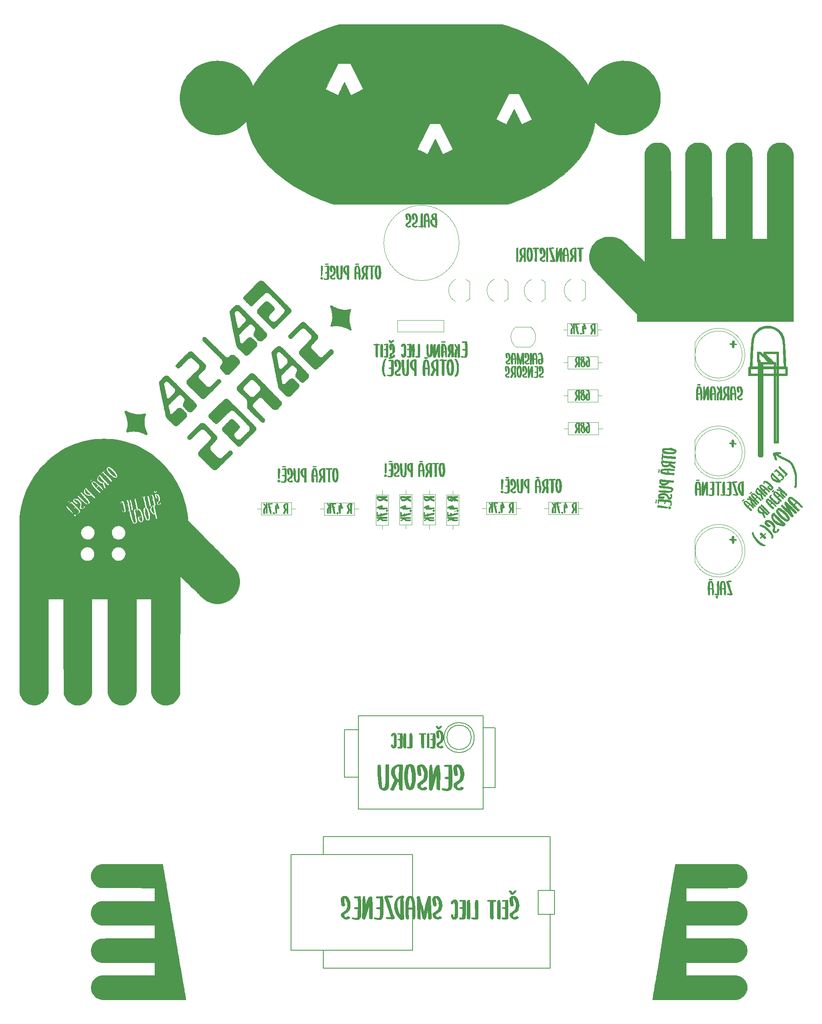
<source format=gbr>
G04 #@! TF.GenerationSoftware,KiCad,Pcbnew,(5.1.10)-1*
G04 #@! TF.CreationDate,2021-11-11T13:48:34+02:00*
G04 #@! TF.ProjectId,airguard_v1,61697267-7561-4726-945f-76312e6b6963,rev?*
G04 #@! TF.SameCoordinates,Original*
G04 #@! TF.FileFunction,Legend,Bot*
G04 #@! TF.FilePolarity,Positive*
%FSLAX46Y46*%
G04 Gerber Fmt 4.6, Leading zero omitted, Abs format (unit mm)*
G04 Created by KiCad (PCBNEW (5.1.10)-1) date 2021-11-11 13:48:34*
%MOMM*%
%LPD*%
G01*
G04 APERTURE LIST*
%ADD10C,0.150000*%
%ADD11C,0.120000*%
%ADD12C,0.010000*%
G04 APERTURE END LIST*
D10*
G04 #@! TO.C,U1*
X139710000Y-227620000D02*
X113160000Y-227620000D01*
X142180000Y-210380000D02*
X139705000Y-210380000D01*
X142185000Y-223080000D02*
X142185000Y-210380000D01*
X139640000Y-223080000D02*
X142180000Y-223080000D01*
X113160000Y-220870000D02*
X110260000Y-220870000D01*
X110260000Y-220870000D02*
X110260000Y-210820000D01*
X110260000Y-210820000D02*
X113160000Y-210820000D01*
X113160000Y-227620000D02*
X113160000Y-207870000D01*
X113160000Y-207870000D02*
X139710000Y-207870000D01*
X137786562Y-212470000D02*
G75*
G03*
X137786562Y-212470000I-3201562J0D01*
G01*
X137173689Y-212420000D02*
G75*
G03*
X137173689Y-212420000I-2594345J0D01*
G01*
X139710000Y-227620000D02*
X139710000Y-207870000D01*
D11*
G04 #@! TO.C,R5*
X149774513Y-125281751D02*
G75*
G02*
X149730000Y-129550000I-1544513J-2118249D01*
G01*
X146701766Y-129565526D02*
G75*
G02*
X146680000Y-125250000I1528234J2165526D01*
G01*
X146680000Y-129550000D02*
X149730000Y-129550000D01*
X146680000Y-125250000D02*
X149730000Y-125250000D01*
G04 #@! TO.C,ZA\u013B\u01601*
X195309998Y-172795259D02*
G75*
G03*
X184660000Y-170424184I-5589998J-4741D01*
G01*
X195309998Y-172804741D02*
G75*
G02*
X184660000Y-175175816I-5589998J4741D01*
G01*
X184660000Y-175176000D02*
X184660000Y-170424000D01*
X194720000Y-172800000D02*
G75*
G03*
X194720000Y-172800000I-5000000J0D01*
G01*
G04 #@! TO.C,DZELTENS1*
X195279998Y-151905259D02*
G75*
G03*
X184630000Y-149534184I-5589998J-4741D01*
G01*
X195279998Y-151914741D02*
G75*
G02*
X184630000Y-154285816I-5589998J4741D01*
G01*
X184630000Y-154286000D02*
X184630000Y-149534000D01*
X194690000Y-151910000D02*
G75*
G03*
X194690000Y-151910000I-5000000J0D01*
G01*
G04 #@! TO.C,SARKANS1*
X195279998Y-131145259D02*
G75*
G03*
X184630000Y-128774184I-5589998J-4741D01*
G01*
X195279998Y-131154741D02*
G75*
G02*
X184630000Y-133525816I-5589998J4741D01*
G01*
X184630000Y-133526000D02*
X184630000Y-128774000D01*
X194690000Y-131150000D02*
G75*
G03*
X194690000Y-131150000I-5000000J0D01*
G01*
G04 #@! TO.C,R6*
X157560000Y-127170000D02*
X157560000Y-124550000D01*
X157560000Y-124550000D02*
X163980000Y-124550000D01*
X163980000Y-124550000D02*
X163980000Y-127170000D01*
X163980000Y-127170000D02*
X157560000Y-127170000D01*
X156670000Y-125860000D02*
X157560000Y-125860000D01*
X164870000Y-125860000D02*
X163980000Y-125860000D01*
G04 #@! TO.C,R13*
X157740000Y-148180000D02*
X157740000Y-145560000D01*
X157740000Y-145560000D02*
X164160000Y-145560000D01*
X164160000Y-145560000D02*
X164160000Y-148180000D01*
X164160000Y-148180000D02*
X157740000Y-148180000D01*
X156850000Y-146870000D02*
X157740000Y-146870000D01*
X165050000Y-146870000D02*
X164160000Y-146870000D01*
G04 #@! TO.C,R12*
X157640000Y-141190000D02*
X157640000Y-138570000D01*
X157640000Y-138570000D02*
X164060000Y-138570000D01*
X164060000Y-138570000D02*
X164060000Y-141190000D01*
X164060000Y-141190000D02*
X157640000Y-141190000D01*
X156750000Y-139880000D02*
X157640000Y-139880000D01*
X164950000Y-139880000D02*
X164060000Y-139880000D01*
G04 #@! TO.C,R11*
X157640000Y-134160000D02*
X157640000Y-131540000D01*
X157640000Y-131540000D02*
X164060000Y-131540000D01*
X164060000Y-131540000D02*
X164060000Y-134160000D01*
X164060000Y-134160000D02*
X157640000Y-134160000D01*
X156750000Y-132850000D02*
X157640000Y-132850000D01*
X164950000Y-132850000D02*
X164060000Y-132850000D01*
G04 #@! TO.C,R10*
X105940000Y-165220000D02*
X105940000Y-162600000D01*
X105940000Y-162600000D02*
X112360000Y-162600000D01*
X112360000Y-162600000D02*
X112360000Y-165220000D01*
X112360000Y-165220000D02*
X105940000Y-165220000D01*
X105050000Y-163910000D02*
X105940000Y-163910000D01*
X113250000Y-163910000D02*
X112360000Y-163910000D01*
G04 #@! TO.C,R9*
X126910000Y-160880000D02*
X129530000Y-160880000D01*
X129530000Y-160880000D02*
X129530000Y-167300000D01*
X129530000Y-167300000D02*
X126910000Y-167300000D01*
X126910000Y-167300000D02*
X126910000Y-160880000D01*
X128220000Y-159990000D02*
X128220000Y-160880000D01*
X128220000Y-168190000D02*
X128220000Y-167300000D01*
G04 #@! TO.C,R8*
X146750000Y-162480000D02*
X146750000Y-165100000D01*
X146750000Y-165100000D02*
X140330000Y-165100000D01*
X140330000Y-165100000D02*
X140330000Y-162480000D01*
X140330000Y-162480000D02*
X146750000Y-162480000D01*
X147640000Y-163790000D02*
X146750000Y-163790000D01*
X139440000Y-163790000D02*
X140330000Y-163790000D01*
G04 #@! TO.C,R7*
X92530000Y-165190000D02*
X92530000Y-162570000D01*
X92530000Y-162570000D02*
X98950000Y-162570000D01*
X98950000Y-162570000D02*
X98950000Y-165190000D01*
X98950000Y-165190000D02*
X92530000Y-165190000D01*
X91640000Y-163880000D02*
X92530000Y-163880000D01*
X99840000Y-163880000D02*
X98950000Y-163880000D01*
G04 #@! TO.C,R4*
X131920000Y-160940000D02*
X134540000Y-160940000D01*
X134540000Y-160940000D02*
X134540000Y-167360000D01*
X134540000Y-167360000D02*
X131920000Y-167360000D01*
X131920000Y-167360000D02*
X131920000Y-160940000D01*
X133230000Y-160050000D02*
X133230000Y-160940000D01*
X133230000Y-168250000D02*
X133230000Y-167360000D01*
G04 #@! TO.C,R3*
X153540000Y-165100000D02*
X153540000Y-162480000D01*
X153540000Y-162480000D02*
X159960000Y-162480000D01*
X159960000Y-162480000D02*
X159960000Y-165100000D01*
X159960000Y-165100000D02*
X153540000Y-165100000D01*
X152650000Y-163790000D02*
X153540000Y-163790000D01*
X160850000Y-163790000D02*
X159960000Y-163790000D01*
G04 #@! TO.C,R2*
X124540000Y-167270000D02*
X121920000Y-167270000D01*
X121920000Y-167270000D02*
X121920000Y-160850000D01*
X121920000Y-160850000D02*
X124540000Y-160850000D01*
X124540000Y-160850000D02*
X124540000Y-167270000D01*
X123230000Y-168160000D02*
X123230000Y-167270000D01*
X123230000Y-159960000D02*
X123230000Y-160850000D01*
G04 #@! TO.C,R1*
X119540000Y-167340000D02*
X116920000Y-167340000D01*
X116920000Y-167340000D02*
X116920000Y-160920000D01*
X116920000Y-160920000D02*
X119540000Y-160920000D01*
X119540000Y-160920000D02*
X119540000Y-167340000D01*
X118230000Y-168230000D02*
X118230000Y-167340000D01*
X118230000Y-160030000D02*
X118230000Y-160920000D01*
G04 #@! TO.C,Q1*
X160602795Y-115175816D02*
G75*
G02*
X161330000Y-115700000I-1122795J-2324184D01*
G01*
X158381193Y-115143600D02*
G75*
G03*
X156880000Y-117500000I1098807J-2356400D01*
G01*
X158381193Y-119856400D02*
G75*
G02*
X156880000Y-117500000I1098807J2356400D01*
G01*
X160602795Y-119824184D02*
G75*
G03*
X161330000Y-119300000I-1122795J2324184D01*
G01*
X161330000Y-119300000D02*
X161330000Y-115700000D01*
G04 #@! TO.C,Q2*
X152112795Y-115245816D02*
G75*
G02*
X152840000Y-115770000I-1122795J-2324184D01*
G01*
X149891193Y-115213600D02*
G75*
G03*
X148390000Y-117570000I1098807J-2356400D01*
G01*
X149891193Y-119926400D02*
G75*
G02*
X148390000Y-117570000I1098807J2356400D01*
G01*
X152112795Y-119894184D02*
G75*
G03*
X152840000Y-119370000I-1122795J2324184D01*
G01*
X152840000Y-119370000D02*
X152840000Y-115770000D01*
G04 #@! TO.C,Q3*
X144212795Y-115205816D02*
G75*
G02*
X144940000Y-115730000I-1122795J-2324184D01*
G01*
X141991193Y-115173600D02*
G75*
G03*
X140490000Y-117530000I1098807J-2356400D01*
G01*
X141991193Y-119886400D02*
G75*
G02*
X140490000Y-117530000I1098807J2356400D01*
G01*
X144212795Y-119854184D02*
G75*
G03*
X144940000Y-119330000I-1122795J2324184D01*
G01*
X144940000Y-119330000D02*
X144940000Y-115730000D01*
G04 #@! TO.C,Q4*
X136072795Y-115205816D02*
G75*
G02*
X136800000Y-115730000I-1122795J-2324184D01*
G01*
X133851193Y-115173600D02*
G75*
G03*
X132350000Y-117530000I1098807J-2356400D01*
G01*
X133851193Y-119886400D02*
G75*
G02*
X132350000Y-117530000I1098807J2356400D01*
G01*
X136072795Y-119854184D02*
G75*
G03*
X136800000Y-119330000I-1122795J2324184D01*
G01*
X136800000Y-119330000D02*
X136800000Y-115730000D01*
G04 #@! TO.C,U3*
X131299000Y-123889000D02*
X121520000Y-123889000D01*
X121520000Y-123889000D02*
X121520000Y-126302000D01*
X121520000Y-126302000D02*
X131299000Y-126302000D01*
X131299000Y-123889000D02*
X131299000Y-126302000D01*
G04 #@! TO.C,BZ1*
X134584871Y-107450000D02*
G75*
G03*
X134584871Y-107450000I-8004871J0D01*
G01*
D12*
G04 #@! TO.C,G\u002A\u002A\u002A*
G36*
X59962235Y-155206449D02*
G01*
X60002191Y-155233666D01*
X60009578Y-155243833D01*
X60050453Y-155277361D01*
X60087083Y-155286166D01*
X60160667Y-155300614D01*
X60254324Y-155340469D01*
X60358916Y-155400499D01*
X60465304Y-155475471D01*
X60562440Y-155558341D01*
X60640496Y-155628478D01*
X60720234Y-155693961D01*
X60788658Y-155744328D01*
X60811155Y-155758608D01*
X60898469Y-155826877D01*
X60946447Y-155899699D01*
X60978066Y-155954426D01*
X61011623Y-155990303D01*
X61021585Y-155995541D01*
X61051454Y-156017402D01*
X61098878Y-156065518D01*
X61156964Y-156131585D01*
X61218819Y-156207298D01*
X61277550Y-156284354D01*
X61326263Y-156354447D01*
X61345714Y-156386025D01*
X61386228Y-156449280D01*
X61437558Y-156520613D01*
X61457982Y-156546799D01*
X61516066Y-156629697D01*
X61565453Y-156719704D01*
X61599827Y-156803714D01*
X61612868Y-156868195D01*
X61630062Y-156916501D01*
X61655666Y-156942078D01*
X61689376Y-156982111D01*
X61698000Y-157016341D01*
X61691065Y-157049375D01*
X61662175Y-157062478D01*
X61626771Y-157064166D01*
X61559135Y-157051211D01*
X61501724Y-157021833D01*
X61461045Y-156992575D01*
X61436037Y-156979542D01*
X61435418Y-156979500D01*
X61412772Y-156968160D01*
X61367015Y-156938803D01*
X61322340Y-156907867D01*
X61245927Y-156857778D01*
X61155060Y-156804219D01*
X61094750Y-156771857D01*
X61028700Y-156729400D01*
X60942288Y-156660762D01*
X60842094Y-156572411D01*
X60734697Y-156470820D01*
X60626679Y-156362458D01*
X60524619Y-156253796D01*
X60435096Y-156151304D01*
X60364692Y-156061454D01*
X60348049Y-156037583D01*
X60289911Y-155957882D01*
X60224847Y-155878897D01*
X60176061Y-155826912D01*
X60128299Y-155774741D01*
X60096799Y-155728652D01*
X60089333Y-155706630D01*
X60071802Y-155670053D01*
X60052051Y-155658186D01*
X60021334Y-155627987D01*
X59995074Y-155561814D01*
X59990110Y-155542549D01*
X59965337Y-155458347D01*
X59933252Y-155373513D01*
X59922780Y-155350423D01*
X59899454Y-155291120D01*
X59890198Y-155244136D01*
X59891735Y-155231800D01*
X59919949Y-155205269D01*
X59962235Y-155206449D01*
G37*
X59962235Y-155206449D02*
X60002191Y-155233666D01*
X60009578Y-155243833D01*
X60050453Y-155277361D01*
X60087083Y-155286166D01*
X60160667Y-155300614D01*
X60254324Y-155340469D01*
X60358916Y-155400499D01*
X60465304Y-155475471D01*
X60562440Y-155558341D01*
X60640496Y-155628478D01*
X60720234Y-155693961D01*
X60788658Y-155744328D01*
X60811155Y-155758608D01*
X60898469Y-155826877D01*
X60946447Y-155899699D01*
X60978066Y-155954426D01*
X61011623Y-155990303D01*
X61021585Y-155995541D01*
X61051454Y-156017402D01*
X61098878Y-156065518D01*
X61156964Y-156131585D01*
X61218819Y-156207298D01*
X61277550Y-156284354D01*
X61326263Y-156354447D01*
X61345714Y-156386025D01*
X61386228Y-156449280D01*
X61437558Y-156520613D01*
X61457982Y-156546799D01*
X61516066Y-156629697D01*
X61565453Y-156719704D01*
X61599827Y-156803714D01*
X61612868Y-156868195D01*
X61630062Y-156916501D01*
X61655666Y-156942078D01*
X61689376Y-156982111D01*
X61698000Y-157016341D01*
X61691065Y-157049375D01*
X61662175Y-157062478D01*
X61626771Y-157064166D01*
X61559135Y-157051211D01*
X61501724Y-157021833D01*
X61461045Y-156992575D01*
X61436037Y-156979542D01*
X61435418Y-156979500D01*
X61412772Y-156968160D01*
X61367015Y-156938803D01*
X61322340Y-156907867D01*
X61245927Y-156857778D01*
X61155060Y-156804219D01*
X61094750Y-156771857D01*
X61028700Y-156729400D01*
X60942288Y-156660762D01*
X60842094Y-156572411D01*
X60734697Y-156470820D01*
X60626679Y-156362458D01*
X60524619Y-156253796D01*
X60435096Y-156151304D01*
X60364692Y-156061454D01*
X60348049Y-156037583D01*
X60289911Y-155957882D01*
X60224847Y-155878897D01*
X60176061Y-155826912D01*
X60128299Y-155774741D01*
X60096799Y-155728652D01*
X60089333Y-155706630D01*
X60071802Y-155670053D01*
X60052051Y-155658186D01*
X60021334Y-155627987D01*
X59995074Y-155561814D01*
X59990110Y-155542549D01*
X59965337Y-155458347D01*
X59933252Y-155373513D01*
X59922780Y-155350423D01*
X59899454Y-155291120D01*
X59890198Y-155244136D01*
X59891735Y-155231800D01*
X59919949Y-155205269D01*
X59962235Y-155206449D01*
G36*
X58207703Y-157075894D02*
G01*
X58277815Y-157152020D01*
X58343659Y-157235925D01*
X58392165Y-157310802D01*
X58396089Y-157318166D01*
X58445598Y-157395193D01*
X58522083Y-157490031D01*
X58618957Y-157594694D01*
X58649254Y-157625083D01*
X58730201Y-157707926D01*
X58806184Y-157790937D01*
X58868454Y-157864242D01*
X58907087Y-157916125D01*
X58949270Y-157972103D01*
X58988477Y-158008435D01*
X59008350Y-158016666D01*
X59047060Y-158031222D01*
X59091605Y-158066564D01*
X59094500Y-158069583D01*
X59124965Y-158105005D01*
X59126509Y-158119832D01*
X59106791Y-158122500D01*
X59071693Y-158140292D01*
X59058299Y-158164833D01*
X59043868Y-158191319D01*
X59011070Y-158203321D01*
X58949156Y-158205257D01*
X58871895Y-158199621D01*
X58799773Y-158187917D01*
X58783333Y-158183755D01*
X58733008Y-158164448D01*
X58703412Y-158144363D01*
X58702709Y-158143331D01*
X58674304Y-158128418D01*
X58626614Y-158122500D01*
X58548061Y-158106838D01*
X58449972Y-158062875D01*
X58339532Y-157995146D01*
X58223927Y-157908182D01*
X58110340Y-157806520D01*
X58083630Y-157779878D01*
X58016667Y-157708769D01*
X57973728Y-157653474D01*
X57947220Y-157601655D01*
X57929552Y-157540972D01*
X57925659Y-157523127D01*
X57912915Y-157447032D01*
X57912331Y-157382069D01*
X57924743Y-157307996D01*
X57936581Y-157259276D01*
X57954997Y-157182702D01*
X57968039Y-157119468D01*
X57972844Y-157083731D01*
X57987189Y-157047373D01*
X58022334Y-157003800D01*
X58026070Y-157000209D01*
X58079473Y-156950039D01*
X58207703Y-157075894D01*
G37*
X58207703Y-157075894D02*
X58277815Y-157152020D01*
X58343659Y-157235925D01*
X58392165Y-157310802D01*
X58396089Y-157318166D01*
X58445598Y-157395193D01*
X58522083Y-157490031D01*
X58618957Y-157594694D01*
X58649254Y-157625083D01*
X58730201Y-157707926D01*
X58806184Y-157790937D01*
X58868454Y-157864242D01*
X58907087Y-157916125D01*
X58949270Y-157972103D01*
X58988477Y-158008435D01*
X59008350Y-158016666D01*
X59047060Y-158031222D01*
X59091605Y-158066564D01*
X59094500Y-158069583D01*
X59124965Y-158105005D01*
X59126509Y-158119832D01*
X59106791Y-158122500D01*
X59071693Y-158140292D01*
X59058299Y-158164833D01*
X59043868Y-158191319D01*
X59011070Y-158203321D01*
X58949156Y-158205257D01*
X58871895Y-158199621D01*
X58799773Y-158187917D01*
X58783333Y-158183755D01*
X58733008Y-158164448D01*
X58703412Y-158144363D01*
X58702709Y-158143331D01*
X58674304Y-158128418D01*
X58626614Y-158122500D01*
X58548061Y-158106838D01*
X58449972Y-158062875D01*
X58339532Y-157995146D01*
X58223927Y-157908182D01*
X58110340Y-157806520D01*
X58083630Y-157779878D01*
X58016667Y-157708769D01*
X57973728Y-157653474D01*
X57947220Y-157601655D01*
X57929552Y-157540972D01*
X57925659Y-157523127D01*
X57912915Y-157447032D01*
X57912331Y-157382069D01*
X57924743Y-157307996D01*
X57936581Y-157259276D01*
X57954997Y-157182702D01*
X57968039Y-157119468D01*
X57972844Y-157083731D01*
X57987189Y-157047373D01*
X58022334Y-157003800D01*
X58026070Y-157000209D01*
X58079473Y-156950039D01*
X58207703Y-157075894D01*
G36*
X56839779Y-158198415D02*
G01*
X56854572Y-158219517D01*
X56877509Y-158243436D01*
X56934436Y-158275976D01*
X57018808Y-158313554D01*
X57046051Y-158324333D01*
X57228916Y-158404448D01*
X57377893Y-158492656D01*
X57501397Y-158595478D01*
X57607842Y-158719434D01*
X57665528Y-158804291D01*
X57708767Y-158862197D01*
X57750533Y-158900788D01*
X57770947Y-158910124D01*
X57810590Y-158924729D01*
X57820888Y-158954635D01*
X57800738Y-159002289D01*
X57749038Y-159070135D01*
X57664686Y-159160619D01*
X57652425Y-159173005D01*
X57581615Y-159242367D01*
X57520366Y-159298993D01*
X57475377Y-159336910D01*
X57453666Y-159350166D01*
X57427892Y-159335916D01*
X57384385Y-159299028D01*
X57344986Y-159260208D01*
X57290231Y-159196753D01*
X57226794Y-159113966D01*
X57167674Y-159028880D01*
X57163261Y-159022083D01*
X57100765Y-158933758D01*
X57027833Y-158843184D01*
X56959988Y-158769609D01*
X56958418Y-158768083D01*
X56846984Y-158635671D01*
X56775961Y-158493927D01*
X56746011Y-158344272D01*
X56745000Y-158310442D01*
X56746226Y-158240902D01*
X56752664Y-158203663D01*
X56768448Y-158188702D01*
X56796364Y-158186000D01*
X56839779Y-158198415D01*
G37*
X56839779Y-158198415D02*
X56854572Y-158219517D01*
X56877509Y-158243436D01*
X56934436Y-158275976D01*
X57018808Y-158313554D01*
X57046051Y-158324333D01*
X57228916Y-158404448D01*
X57377893Y-158492656D01*
X57501397Y-158595478D01*
X57607842Y-158719434D01*
X57665528Y-158804291D01*
X57708767Y-158862197D01*
X57750533Y-158900788D01*
X57770947Y-158910124D01*
X57810590Y-158924729D01*
X57820888Y-158954635D01*
X57800738Y-159002289D01*
X57749038Y-159070135D01*
X57664686Y-159160619D01*
X57652425Y-159173005D01*
X57581615Y-159242367D01*
X57520366Y-159298993D01*
X57475377Y-159336910D01*
X57453666Y-159350166D01*
X57427892Y-159335916D01*
X57384385Y-159299028D01*
X57344986Y-159260208D01*
X57290231Y-159196753D01*
X57226794Y-159113966D01*
X57167674Y-159028880D01*
X57163261Y-159022083D01*
X57100765Y-158933758D01*
X57027833Y-158843184D01*
X56959988Y-158769609D01*
X56958418Y-158768083D01*
X56846984Y-158635671D01*
X56775961Y-158493927D01*
X56746011Y-158344272D01*
X56745000Y-158310442D01*
X56746226Y-158240902D01*
X56752664Y-158203663D01*
X56768448Y-158188702D01*
X56796364Y-158186000D01*
X56839779Y-158198415D01*
G36*
X55167638Y-159696183D02*
G01*
X55178550Y-159728597D01*
X55178666Y-159735515D01*
X55194238Y-159777620D01*
X55241739Y-159840970D01*
X55322350Y-159927097D01*
X55338671Y-159943363D01*
X55425177Y-160034087D01*
X55519948Y-160141651D01*
X55607293Y-160247991D01*
X55638143Y-160288149D01*
X55748309Y-160422382D01*
X55848432Y-160517093D01*
X55887072Y-160544736D01*
X56007890Y-160628535D01*
X56093212Y-160702302D01*
X56141449Y-160764492D01*
X56152333Y-160802276D01*
X56149286Y-160830813D01*
X56133399Y-160845763D01*
X56094554Y-160851204D01*
X56030625Y-160851328D01*
X55958211Y-160848458D01*
X55900356Y-160842832D01*
X55877166Y-160837983D01*
X55833273Y-160814435D01*
X55813666Y-160800136D01*
X55773861Y-160781048D01*
X55711767Y-160764318D01*
X55686666Y-160759917D01*
X55555811Y-160724416D01*
X55431067Y-160661133D01*
X55321169Y-160576950D01*
X55234852Y-160478746D01*
X55180850Y-160373401D01*
X55176188Y-160357820D01*
X55153142Y-160283121D01*
X55123185Y-160198713D01*
X55111937Y-160169845D01*
X55089871Y-160101820D01*
X55078543Y-160027049D01*
X55076177Y-159930863D01*
X55077308Y-159884095D01*
X55080987Y-159795172D01*
X55086433Y-159740030D01*
X55096048Y-159710120D01*
X55112229Y-159696896D01*
X55131041Y-159692652D01*
X55167638Y-159696183D01*
G37*
X55167638Y-159696183D02*
X55178550Y-159728597D01*
X55178666Y-159735515D01*
X55194238Y-159777620D01*
X55241739Y-159840970D01*
X55322350Y-159927097D01*
X55338671Y-159943363D01*
X55425177Y-160034087D01*
X55519948Y-160141651D01*
X55607293Y-160247991D01*
X55638143Y-160288149D01*
X55748309Y-160422382D01*
X55848432Y-160517093D01*
X55887072Y-160544736D01*
X56007890Y-160628535D01*
X56093212Y-160702302D01*
X56141449Y-160764492D01*
X56152333Y-160802276D01*
X56149286Y-160830813D01*
X56133399Y-160845763D01*
X56094554Y-160851204D01*
X56030625Y-160851328D01*
X55958211Y-160848458D01*
X55900356Y-160842832D01*
X55877166Y-160837983D01*
X55833273Y-160814435D01*
X55813666Y-160800136D01*
X55773861Y-160781048D01*
X55711767Y-160764318D01*
X55686666Y-160759917D01*
X55555811Y-160724416D01*
X55431067Y-160661133D01*
X55321169Y-160576950D01*
X55234852Y-160478746D01*
X55180850Y-160373401D01*
X55176188Y-160357820D01*
X55153142Y-160283121D01*
X55123185Y-160198713D01*
X55111937Y-160169845D01*
X55089871Y-160101820D01*
X55078543Y-160027049D01*
X55076177Y-159930863D01*
X55077308Y-159884095D01*
X55080987Y-159795172D01*
X55086433Y-159740030D01*
X55096048Y-159710120D01*
X55112229Y-159696896D01*
X55131041Y-159692652D01*
X55167638Y-159696183D01*
G36*
X69522111Y-163314527D02*
G01*
X69538528Y-163333574D01*
X69551955Y-163378375D01*
X69565319Y-163450367D01*
X69601715Y-163664730D01*
X69637133Y-163868609D01*
X69670659Y-164057019D01*
X69701376Y-164224975D01*
X69728370Y-164367494D01*
X69750724Y-164479590D01*
X69767523Y-164556280D01*
X69771126Y-164570805D01*
X69789333Y-164651543D01*
X69801572Y-164725894D01*
X69804833Y-164766596D01*
X69799558Y-164813030D01*
X69776962Y-164830476D01*
X69752408Y-164832333D01*
X69709592Y-164819389D01*
X69659696Y-164777154D01*
X69614825Y-164724599D01*
X69570878Y-164665840D01*
X69540123Y-164618682D01*
X69529666Y-164594976D01*
X69514873Y-164570314D01*
X69476484Y-164528584D01*
X69433706Y-164488619D01*
X69354866Y-164410659D01*
X69305041Y-164335787D01*
X69275362Y-164248205D01*
X69264047Y-164186471D01*
X69247053Y-164101357D01*
X69222097Y-164007208D01*
X69209736Y-163968379D01*
X69171142Y-163855843D01*
X69225344Y-163720447D01*
X69267323Y-163632950D01*
X69320000Y-163546305D01*
X69359783Y-163493898D01*
X69405592Y-163436318D01*
X69438201Y-163385022D01*
X69448017Y-163360831D01*
X69473090Y-163323662D01*
X69498607Y-163312784D01*
X69522111Y-163314527D01*
G37*
X69522111Y-163314527D02*
X69538528Y-163333574D01*
X69551955Y-163378375D01*
X69565319Y-163450367D01*
X69601715Y-163664730D01*
X69637133Y-163868609D01*
X69670659Y-164057019D01*
X69701376Y-164224975D01*
X69728370Y-164367494D01*
X69750724Y-164479590D01*
X69767523Y-164556280D01*
X69771126Y-164570805D01*
X69789333Y-164651543D01*
X69801572Y-164725894D01*
X69804833Y-164766596D01*
X69799558Y-164813030D01*
X69776962Y-164830476D01*
X69752408Y-164832333D01*
X69709592Y-164819389D01*
X69659696Y-164777154D01*
X69614825Y-164724599D01*
X69570878Y-164665840D01*
X69540123Y-164618682D01*
X69529666Y-164594976D01*
X69514873Y-164570314D01*
X69476484Y-164528584D01*
X69433706Y-164488619D01*
X69354866Y-164410659D01*
X69305041Y-164335787D01*
X69275362Y-164248205D01*
X69264047Y-164186471D01*
X69247053Y-164101357D01*
X69222097Y-164007208D01*
X69209736Y-163968379D01*
X69171142Y-163855843D01*
X69225344Y-163720447D01*
X69267323Y-163632950D01*
X69320000Y-163546305D01*
X69359783Y-163493898D01*
X69405592Y-163436318D01*
X69438201Y-163385022D01*
X69448017Y-163360831D01*
X69473090Y-163323662D01*
X69498607Y-163312784D01*
X69522111Y-163314527D01*
G36*
X67924338Y-163708569D02*
G01*
X67971468Y-163739128D01*
X68008926Y-163752783D01*
X68010401Y-163752833D01*
X68033869Y-163770994D01*
X68063245Y-163817869D01*
X68084184Y-163863958D01*
X68110857Y-163931301D01*
X68132400Y-163985579D01*
X68140868Y-164006833D01*
X68157934Y-164039550D01*
X68191091Y-164096243D01*
X68233519Y-164165288D01*
X68238372Y-164173000D01*
X68279526Y-164241952D01*
X68309666Y-164299530D01*
X68322975Y-164334502D01*
X68323166Y-164336777D01*
X68329162Y-164378688D01*
X68345028Y-164449391D01*
X68367586Y-164537406D01*
X68393655Y-164631254D01*
X68420055Y-164719456D01*
X68443606Y-164790532D01*
X68460088Y-164831054D01*
X68481164Y-164901777D01*
X68491396Y-165011975D01*
X68492500Y-165075443D01*
X68495210Y-165179155D01*
X68504358Y-165250708D01*
X68521469Y-165299990D01*
X68529146Y-165313085D01*
X68548598Y-165356711D01*
X68562028Y-165422904D01*
X68570703Y-165519415D01*
X68573843Y-165586523D01*
X68576485Y-165691020D01*
X68574337Y-165764972D01*
X68566022Y-165820031D01*
X68550161Y-165867846D01*
X68537197Y-165896366D01*
X68509543Y-165970320D01*
X68493847Y-166044920D01*
X68492500Y-166066682D01*
X68487938Y-166117184D01*
X68476651Y-166143561D01*
X68473457Y-166144666D01*
X68451075Y-166130057D01*
X68408963Y-166091353D01*
X68355354Y-166036242D01*
X68343090Y-166022958D01*
X68265818Y-165927787D01*
X68201444Y-165828064D01*
X68155589Y-165734020D01*
X68133872Y-165655886D01*
X68132873Y-165640214D01*
X68124302Y-165597238D01*
X68101614Y-165527020D01*
X68069023Y-165440477D01*
X68030743Y-165348524D01*
X67990990Y-165262080D01*
X67973538Y-165227492D01*
X67954016Y-165168530D01*
X67943041Y-165093327D01*
X67942166Y-165068429D01*
X67929555Y-164971432D01*
X67899494Y-164889672D01*
X67886750Y-164863677D01*
X67876909Y-164835452D01*
X67869664Y-164799606D01*
X67864711Y-164750748D01*
X67861743Y-164683489D01*
X67860454Y-164592438D01*
X67860538Y-164472203D01*
X67861689Y-164317396D01*
X67862452Y-164237179D01*
X67868083Y-163664305D01*
X67924338Y-163708569D01*
G37*
X67924338Y-163708569D02*
X67971468Y-163739128D01*
X68008926Y-163752783D01*
X68010401Y-163752833D01*
X68033869Y-163770994D01*
X68063245Y-163817869D01*
X68084184Y-163863958D01*
X68110857Y-163931301D01*
X68132400Y-163985579D01*
X68140868Y-164006833D01*
X68157934Y-164039550D01*
X68191091Y-164096243D01*
X68233519Y-164165288D01*
X68238372Y-164173000D01*
X68279526Y-164241952D01*
X68309666Y-164299530D01*
X68322975Y-164334502D01*
X68323166Y-164336777D01*
X68329162Y-164378688D01*
X68345028Y-164449391D01*
X68367586Y-164537406D01*
X68393655Y-164631254D01*
X68420055Y-164719456D01*
X68443606Y-164790532D01*
X68460088Y-164831054D01*
X68481164Y-164901777D01*
X68491396Y-165011975D01*
X68492500Y-165075443D01*
X68495210Y-165179155D01*
X68504358Y-165250708D01*
X68521469Y-165299990D01*
X68529146Y-165313085D01*
X68548598Y-165356711D01*
X68562028Y-165422904D01*
X68570703Y-165519415D01*
X68573843Y-165586523D01*
X68576485Y-165691020D01*
X68574337Y-165764972D01*
X68566022Y-165820031D01*
X68550161Y-165867846D01*
X68537197Y-165896366D01*
X68509543Y-165970320D01*
X68493847Y-166044920D01*
X68492500Y-166066682D01*
X68487938Y-166117184D01*
X68476651Y-166143561D01*
X68473457Y-166144666D01*
X68451075Y-166130057D01*
X68408963Y-166091353D01*
X68355354Y-166036242D01*
X68343090Y-166022958D01*
X68265818Y-165927787D01*
X68201444Y-165828064D01*
X68155589Y-165734020D01*
X68133872Y-165655886D01*
X68132873Y-165640214D01*
X68124302Y-165597238D01*
X68101614Y-165527020D01*
X68069023Y-165440477D01*
X68030743Y-165348524D01*
X67990990Y-165262080D01*
X67973538Y-165227492D01*
X67954016Y-165168530D01*
X67943041Y-165093327D01*
X67942166Y-165068429D01*
X67929555Y-164971432D01*
X67899494Y-164889672D01*
X67886750Y-164863677D01*
X67876909Y-164835452D01*
X67869664Y-164799606D01*
X67864711Y-164750748D01*
X67861743Y-164683489D01*
X67860454Y-164592438D01*
X67860538Y-164472203D01*
X67861689Y-164317396D01*
X67862452Y-164237179D01*
X67868083Y-163664305D01*
X67924338Y-163708569D01*
G36*
X143941924Y-61074521D02*
G01*
X144253186Y-61172185D01*
X144594499Y-61283151D01*
X144956893Y-61404307D01*
X145331396Y-61532544D01*
X145709038Y-61664752D01*
X146080847Y-61797820D01*
X146437853Y-61928637D01*
X146771083Y-62054095D01*
X146806217Y-62067556D01*
X147771898Y-62452808D01*
X148728413Y-62863325D01*
X149670987Y-63296705D01*
X150594848Y-63750545D01*
X151495221Y-64222442D01*
X152367332Y-64709996D01*
X153206409Y-65210802D01*
X153804750Y-65589492D01*
X154551151Y-66088149D01*
X155262414Y-66592513D01*
X155945730Y-67108086D01*
X156608293Y-67640367D01*
X157257297Y-68194857D01*
X157530083Y-68437959D01*
X157812335Y-68698948D01*
X158110761Y-68986559D01*
X158417448Y-69292602D01*
X158724481Y-69608889D01*
X159023947Y-69927229D01*
X159307931Y-70239433D01*
X159568520Y-70537310D01*
X159639215Y-70620594D01*
X159686688Y-70679697D01*
X159755317Y-70769067D01*
X159842608Y-70885223D01*
X159946064Y-71024689D01*
X160063193Y-71183984D01*
X160191498Y-71359631D01*
X160328486Y-71548151D01*
X160471661Y-71746065D01*
X160618530Y-71949895D01*
X160766597Y-72156162D01*
X160913367Y-72361388D01*
X161056346Y-72562094D01*
X161193040Y-72754801D01*
X161320953Y-72936031D01*
X161437592Y-73102305D01*
X161540460Y-73250145D01*
X161627064Y-73376072D01*
X161694909Y-73476608D01*
X161741500Y-73548273D01*
X161756380Y-73572770D01*
X161808350Y-73667894D01*
X161858419Y-73768737D01*
X161897441Y-73856669D01*
X161904064Y-73873564D01*
X161930700Y-73940224D01*
X161952444Y-73987680D01*
X161964500Y-74005573D01*
X161975555Y-73986984D01*
X161998533Y-73935985D01*
X162030373Y-73859755D01*
X162068009Y-73765475D01*
X162079484Y-73736008D01*
X162212605Y-73422101D01*
X162373615Y-73092523D01*
X162556709Y-72757232D01*
X162756082Y-72426186D01*
X162965931Y-72109344D01*
X163180451Y-71816664D01*
X163248179Y-71730924D01*
X163580026Y-71348049D01*
X163946745Y-70978313D01*
X164341516Y-70627502D01*
X164757520Y-70301406D01*
X165187939Y-70005813D01*
X165509916Y-69811140D01*
X166015464Y-69547146D01*
X166536428Y-69321491D01*
X167070376Y-69134242D01*
X167614876Y-68985466D01*
X168167494Y-68875229D01*
X168725797Y-68803597D01*
X169287353Y-68770638D01*
X169849729Y-68776417D01*
X170410492Y-68821001D01*
X170967208Y-68904457D01*
X171517446Y-69026850D01*
X172058772Y-69188248D01*
X172588754Y-69388717D01*
X173058658Y-69604919D01*
X173557689Y-69878295D01*
X174030927Y-70184561D01*
X174477248Y-70522203D01*
X174895528Y-70889709D01*
X175284646Y-71285566D01*
X175643476Y-71708261D01*
X175970895Y-72156281D01*
X176265780Y-72628115D01*
X176527008Y-73122248D01*
X176753455Y-73637168D01*
X176943998Y-74171363D01*
X177097513Y-74723319D01*
X177191762Y-75170333D01*
X177261842Y-75648339D01*
X177303177Y-76147121D01*
X177315721Y-76656334D01*
X177299430Y-77165633D01*
X177254257Y-77664676D01*
X177204167Y-78009816D01*
X177086927Y-78575272D01*
X176929836Y-79127501D01*
X176733658Y-79664804D01*
X176499156Y-80185479D01*
X176227092Y-80687826D01*
X175918231Y-81170145D01*
X175586483Y-81614406D01*
X175470384Y-81752290D01*
X175330071Y-81908230D01*
X175174103Y-82073485D01*
X175011038Y-82239314D01*
X174849437Y-82396977D01*
X174697857Y-82537733D01*
X174590481Y-82631518D01*
X174134270Y-82988936D01*
X173660048Y-83308221D01*
X173167518Y-83589500D01*
X172656382Y-83832896D01*
X172126344Y-84038535D01*
X171577107Y-84206543D01*
X171008374Y-84337045D01*
X170419849Y-84430167D01*
X170293583Y-84444999D01*
X170169037Y-84455376D01*
X170011134Y-84463308D01*
X169828781Y-84468797D01*
X169630885Y-84471842D01*
X169426351Y-84472442D01*
X169224086Y-84470599D01*
X169032995Y-84466311D01*
X168861987Y-84459578D01*
X168719966Y-84450401D01*
X168663750Y-84445022D01*
X168074304Y-84359054D01*
X167498199Y-84232996D01*
X166935984Y-84067112D01*
X166388209Y-83861668D01*
X165855424Y-83616929D01*
X165338179Y-83333159D01*
X164837025Y-83010623D01*
X164352511Y-82649586D01*
X163885187Y-82250313D01*
X163654240Y-82032622D01*
X163386063Y-81771526D01*
X163372113Y-81894638D01*
X163266036Y-82649819D01*
X163120607Y-83391262D01*
X163023136Y-83795750D01*
X162815679Y-84517676D01*
X162566615Y-85233565D01*
X162276303Y-85942915D01*
X161945107Y-86645220D01*
X161573387Y-87339978D01*
X161161506Y-88026684D01*
X160709826Y-88704835D01*
X160218708Y-89373927D01*
X159688513Y-90033456D01*
X159119605Y-90682918D01*
X158512344Y-91321810D01*
X157867092Y-91949628D01*
X157184211Y-92565868D01*
X156464063Y-93170026D01*
X156061577Y-93489697D01*
X155284394Y-94073369D01*
X154468980Y-94643120D01*
X153617457Y-95197834D01*
X152731946Y-95736394D01*
X151814565Y-96257686D01*
X150867437Y-96760592D01*
X149892681Y-97243997D01*
X148892418Y-97706785D01*
X147868768Y-98147840D01*
X146823851Y-98566046D01*
X145759789Y-98960287D01*
X145480276Y-99058720D01*
X145029803Y-99215666D01*
X107809583Y-99213488D01*
X107365083Y-99058752D01*
X106271010Y-98662196D01*
X105203243Y-98243589D01*
X104162590Y-97803483D01*
X103149859Y-97342431D01*
X102165859Y-96860984D01*
X101211397Y-96359697D01*
X100287283Y-95839120D01*
X99394325Y-95299806D01*
X98533330Y-94742309D01*
X97705108Y-94167180D01*
X96910466Y-93574972D01*
X96150213Y-92966237D01*
X95425157Y-92341528D01*
X94736107Y-91701398D01*
X94083871Y-91046398D01*
X93469258Y-90377082D01*
X92893074Y-89694001D01*
X92356130Y-88997709D01*
X92079119Y-88611166D01*
X91629607Y-87934100D01*
X91398704Y-87548142D01*
X125663666Y-87548142D01*
X125682088Y-87559767D01*
X125734579Y-87587559D01*
X125816978Y-87629506D01*
X125925125Y-87683594D01*
X126054858Y-87747810D01*
X126202015Y-87820140D01*
X126362436Y-87898572D01*
X126531960Y-87981093D01*
X126706425Y-88065689D01*
X126881671Y-88150347D01*
X127053536Y-88233054D01*
X127217859Y-88311797D01*
X127370479Y-88384563D01*
X127507235Y-88449338D01*
X127623965Y-88504109D01*
X127716510Y-88546863D01*
X127780706Y-88575588D01*
X127812394Y-88588269D01*
X127814453Y-88588702D01*
X127827434Y-88570497D01*
X127858206Y-88517299D01*
X127905332Y-88431830D01*
X127967374Y-88316811D01*
X128042895Y-88174963D01*
X128130458Y-88009009D01*
X128228626Y-87821669D01*
X128335960Y-87615666D01*
X128451025Y-87393721D01*
X128572382Y-87158554D01*
X128668919Y-86970750D01*
X128793984Y-86727338D01*
X128913643Y-86495044D01*
X129026478Y-86276585D01*
X129131069Y-86074683D01*
X129225997Y-85892057D01*
X129309843Y-85731429D01*
X129381188Y-85595516D01*
X129438613Y-85487041D01*
X129480698Y-85408722D01*
X129506025Y-85363280D01*
X129513215Y-85352405D01*
X129524245Y-85371147D01*
X129552304Y-85425245D01*
X129596026Y-85511926D01*
X129654046Y-85628416D01*
X129725001Y-85771943D01*
X129807525Y-85939735D01*
X129900253Y-86129017D01*
X130001821Y-86337016D01*
X130110865Y-86560961D01*
X130226018Y-86798078D01*
X130309750Y-86970864D01*
X130428482Y-87215613D01*
X130542219Y-87449129D01*
X130649582Y-87668637D01*
X130749194Y-87871364D01*
X130839676Y-88054534D01*
X130919650Y-88215374D01*
X130987739Y-88351109D01*
X131042565Y-88458965D01*
X131082748Y-88536167D01*
X131106912Y-88579942D01*
X131113557Y-88589208D01*
X131135590Y-88580493D01*
X131191487Y-88555420D01*
X131276980Y-88516019D01*
X131387803Y-88464320D01*
X131519688Y-88402355D01*
X131668369Y-88332153D01*
X131829577Y-88255744D01*
X131999046Y-88175160D01*
X132172510Y-88092431D01*
X132345700Y-88009587D01*
X132514349Y-87928659D01*
X132674191Y-87851676D01*
X132820958Y-87780670D01*
X132950384Y-87717671D01*
X133058200Y-87664709D01*
X133098364Y-87644775D01*
X133283479Y-87552502D01*
X131923653Y-84832751D01*
X130563826Y-82113000D01*
X128373032Y-82113000D01*
X127018349Y-84822300D01*
X126859731Y-85139643D01*
X126706385Y-85446659D01*
X126559373Y-85741213D01*
X126419757Y-86021169D01*
X126288597Y-86284393D01*
X126166954Y-86528748D01*
X126055890Y-86752101D01*
X125956466Y-86952316D01*
X125869742Y-87127257D01*
X125796781Y-87274790D01*
X125738642Y-87392779D01*
X125696388Y-87479090D01*
X125671079Y-87531586D01*
X125663666Y-87548142D01*
X91398704Y-87548142D01*
X91218578Y-87247060D01*
X90846514Y-86551213D01*
X90513893Y-85847723D01*
X90221196Y-85137757D01*
X89968904Y-84422479D01*
X89757497Y-83703056D01*
X89587454Y-82980652D01*
X89459258Y-82256433D01*
X89458620Y-82252112D01*
X89439813Y-82120810D01*
X89422158Y-81990719D01*
X89407157Y-81873407D01*
X89396313Y-81780443D01*
X89392856Y-81745999D01*
X89378726Y-81590075D01*
X89215230Y-81772162D01*
X88814936Y-82186886D01*
X88385008Y-82573372D01*
X87928542Y-82929575D01*
X87448633Y-83253452D01*
X86948376Y-83542958D01*
X86430866Y-83796049D01*
X85899197Y-84010682D01*
X85743333Y-84065262D01*
X85190609Y-84230014D01*
X84628933Y-84353549D01*
X84059434Y-84435764D01*
X83483239Y-84476558D01*
X82901474Y-84475830D01*
X82315268Y-84433477D01*
X82039166Y-84399252D01*
X81469570Y-84298379D01*
X80913001Y-84158100D01*
X80371264Y-83979481D01*
X79846163Y-83763589D01*
X79339504Y-83511489D01*
X78853091Y-83224247D01*
X78388729Y-82902931D01*
X77948223Y-82548605D01*
X77533378Y-82162336D01*
X77145998Y-81745191D01*
X76787888Y-81298234D01*
X76786471Y-81296327D01*
X76724055Y-81205287D01*
X142405294Y-81205287D01*
X142739272Y-81366233D01*
X143067185Y-81524180D01*
X143358471Y-81664318D01*
X143614578Y-81787336D01*
X143836958Y-81893923D01*
X144027061Y-81984769D01*
X144186336Y-82060561D01*
X144316233Y-82121991D01*
X144418203Y-82169746D01*
X144493695Y-82204516D01*
X144544161Y-82226989D01*
X144571048Y-82237856D01*
X144576083Y-82239153D01*
X144588712Y-82220730D01*
X144619136Y-82167326D01*
X144665919Y-82081674D01*
X144727623Y-81966505D01*
X144802812Y-81824550D01*
X144890049Y-81658543D01*
X144987896Y-81471214D01*
X145094918Y-81265295D01*
X145209676Y-81043519D01*
X145330735Y-80808617D01*
X145423296Y-80628401D01*
X145548050Y-80385593D01*
X145667523Y-80153906D01*
X145780282Y-79936072D01*
X145884893Y-79734819D01*
X145979924Y-79552878D01*
X146063941Y-79392979D01*
X146135512Y-79257851D01*
X146193202Y-79150225D01*
X146235580Y-79072831D01*
X146261211Y-79028398D01*
X146268551Y-79018343D01*
X146280503Y-79037020D01*
X146309503Y-79091033D01*
X146354169Y-79177603D01*
X146413117Y-79293956D01*
X146484967Y-79437314D01*
X146568334Y-79604902D01*
X146661837Y-79793943D01*
X146764093Y-80001661D01*
X146873720Y-80225280D01*
X146989335Y-80462024D01*
X147070841Y-80629446D01*
X147189718Y-80873520D01*
X147303515Y-81106350D01*
X147410853Y-81325162D01*
X147510353Y-81527182D01*
X147600635Y-81709635D01*
X147680319Y-81869746D01*
X147748026Y-82004740D01*
X147802377Y-82111844D01*
X147841991Y-82188281D01*
X147865490Y-82231278D01*
X147871567Y-82240000D01*
X147892477Y-82231178D01*
X147947341Y-82206051D01*
X148031943Y-82166626D01*
X148142069Y-82114909D01*
X148273503Y-82052907D01*
X148422030Y-81982626D01*
X148583437Y-81906075D01*
X148753508Y-81825258D01*
X148928029Y-81742184D01*
X149102784Y-81658859D01*
X149273559Y-81577290D01*
X149436139Y-81499482D01*
X149586309Y-81427445D01*
X149719855Y-81363183D01*
X149832561Y-81308704D01*
X149920214Y-81266015D01*
X149978597Y-81237121D01*
X149989233Y-81231722D01*
X150047217Y-81201978D01*
X148687522Y-78482489D01*
X147327826Y-75763000D01*
X145126339Y-75763000D01*
X143765817Y-78484143D01*
X142405294Y-81205287D01*
X76724055Y-81205287D01*
X76471271Y-80836580D01*
X76189787Y-80352710D01*
X75943251Y-79847745D01*
X75732899Y-79324709D01*
X75559964Y-78786631D01*
X75425681Y-78236537D01*
X75341558Y-77752666D01*
X75312267Y-77504031D01*
X75290337Y-77229991D01*
X75275947Y-76940969D01*
X75269278Y-76647393D01*
X75270508Y-76359686D01*
X75279818Y-76088274D01*
X75297385Y-75843583D01*
X75307134Y-75752416D01*
X75397450Y-75163025D01*
X75484795Y-74773452D01*
X106169798Y-74773452D01*
X106191457Y-74784775D01*
X106247242Y-74812454D01*
X106333451Y-74854705D01*
X106446379Y-74909743D01*
X106582323Y-74975782D01*
X106737578Y-75051037D01*
X106908442Y-75133724D01*
X107091210Y-75222058D01*
X107282179Y-75314253D01*
X107477646Y-75408525D01*
X107673905Y-75503088D01*
X107867255Y-75596159D01*
X108053990Y-75685950D01*
X108230408Y-75770679D01*
X108392804Y-75848559D01*
X108537475Y-75917806D01*
X108660717Y-75976635D01*
X108758827Y-76023261D01*
X108828101Y-76055898D01*
X108864834Y-76072763D01*
X108869842Y-76074721D01*
X108879327Y-76055250D01*
X108905317Y-76000490D01*
X108946375Y-75913499D01*
X109001067Y-75797332D01*
X109067955Y-75655045D01*
X109145604Y-75489693D01*
X109232578Y-75304334D01*
X109327442Y-75102022D01*
X109428758Y-74885814D01*
X109513600Y-74704666D01*
X109619602Y-74478366D01*
X109720722Y-74262641D01*
X109815471Y-74060655D01*
X109902362Y-73875576D01*
X109979905Y-73710568D01*
X110046613Y-73568799D01*
X110100996Y-73453434D01*
X110141566Y-73367639D01*
X110166835Y-73314579D01*
X110174935Y-73298013D01*
X110181497Y-73294831D01*
X110193001Y-73303675D01*
X110210654Y-73326817D01*
X110235664Y-73366531D01*
X110269240Y-73425090D01*
X110312588Y-73504768D01*
X110366918Y-73607839D01*
X110433436Y-73736577D01*
X110513351Y-73893254D01*
X110607870Y-74080145D01*
X110718201Y-74299523D01*
X110845552Y-74553661D01*
X110903034Y-74668568D01*
X111609077Y-76080528D01*
X112921371Y-75424314D01*
X114233665Y-74768099D01*
X112868399Y-72037633D01*
X111503134Y-69307166D01*
X108888952Y-69307166D01*
X107524399Y-72036534D01*
X107365342Y-72354866D01*
X107211678Y-72662769D01*
X107064457Y-72958126D01*
X106924724Y-73238820D01*
X106793529Y-73502733D01*
X106671920Y-73747748D01*
X106560944Y-73971748D01*
X106461650Y-74172615D01*
X106375085Y-74348231D01*
X106302297Y-74496480D01*
X106244335Y-74615243D01*
X106202247Y-74702404D01*
X106177079Y-74755845D01*
X106169798Y-74773452D01*
X75484795Y-74773452D01*
X75525207Y-74593209D01*
X75690315Y-74043150D01*
X75892686Y-73513034D01*
X76132230Y-73003042D01*
X76408858Y-72513360D01*
X76722479Y-72044171D01*
X77073006Y-71595659D01*
X77460349Y-71168007D01*
X77607362Y-71020588D01*
X78035876Y-70630494D01*
X78487140Y-70275998D01*
X78960419Y-69957479D01*
X79454973Y-69675315D01*
X79970067Y-69429886D01*
X80504962Y-69221569D01*
X81058921Y-69050744D01*
X81631207Y-68917789D01*
X81742833Y-68896680D01*
X82230710Y-68825093D01*
X82738392Y-68783380D01*
X83255652Y-68771583D01*
X83772258Y-68789744D01*
X84277981Y-68837904D01*
X84594189Y-68885001D01*
X85150188Y-69001025D01*
X85692763Y-69155091D01*
X86220108Y-69345701D01*
X86730418Y-69571361D01*
X87221886Y-69830573D01*
X87692707Y-70121841D01*
X88141076Y-70443670D01*
X88565186Y-70794563D01*
X88963232Y-71173023D01*
X89333408Y-71577555D01*
X89673908Y-72006663D01*
X89982927Y-72458850D01*
X90258659Y-72932620D01*
X90499298Y-73426477D01*
X90703039Y-73938924D01*
X90706919Y-73949904D01*
X90795279Y-74200558D01*
X90840417Y-74095632D01*
X90865727Y-74041617D01*
X90906896Y-73959252D01*
X90959422Y-73857304D01*
X91018807Y-73744541D01*
X91061402Y-73665061D01*
X91102060Y-73591821D01*
X91147898Y-73513591D01*
X91200902Y-73427441D01*
X91263059Y-73330438D01*
X91336353Y-73219652D01*
X91422772Y-73092152D01*
X91524301Y-72945005D01*
X91642926Y-72775281D01*
X91780633Y-72580049D01*
X91939408Y-72356377D01*
X92113800Y-72111750D01*
X92266276Y-71898987D01*
X92417873Y-71688947D01*
X92565825Y-71485371D01*
X92707368Y-71292000D01*
X92839735Y-71112572D01*
X92960161Y-70950830D01*
X93065881Y-70810512D01*
X93154129Y-70695360D01*
X93222140Y-70609113D01*
X93248392Y-70577166D01*
X93723382Y-70033347D01*
X94235150Y-69487241D01*
X94778717Y-68943534D01*
X95349106Y-68406914D01*
X95941338Y-67882068D01*
X96550437Y-67373685D01*
X97152166Y-66901098D01*
X98039683Y-66250730D01*
X98961669Y-65624789D01*
X99917959Y-65023365D01*
X100908383Y-64446547D01*
X101932776Y-63894423D01*
X102990969Y-63367082D01*
X104082795Y-62864615D01*
X105208088Y-62387109D01*
X106366678Y-61934654D01*
X106761833Y-61788841D01*
X106955861Y-61719365D01*
X107178805Y-61641395D01*
X107421557Y-61557980D01*
X107675008Y-61472172D01*
X107930049Y-61387021D01*
X108177572Y-61305579D01*
X108408468Y-61230896D01*
X108613629Y-61166023D01*
X108710611Y-61136114D01*
X109124805Y-61009833D01*
X143731099Y-61009833D01*
X143941924Y-61074521D01*
G37*
X143941924Y-61074521D02*
X144253186Y-61172185D01*
X144594499Y-61283151D01*
X144956893Y-61404307D01*
X145331396Y-61532544D01*
X145709038Y-61664752D01*
X146080847Y-61797820D01*
X146437853Y-61928637D01*
X146771083Y-62054095D01*
X146806217Y-62067556D01*
X147771898Y-62452808D01*
X148728413Y-62863325D01*
X149670987Y-63296705D01*
X150594848Y-63750545D01*
X151495221Y-64222442D01*
X152367332Y-64709996D01*
X153206409Y-65210802D01*
X153804750Y-65589492D01*
X154551151Y-66088149D01*
X155262414Y-66592513D01*
X155945730Y-67108086D01*
X156608293Y-67640367D01*
X157257297Y-68194857D01*
X157530083Y-68437959D01*
X157812335Y-68698948D01*
X158110761Y-68986559D01*
X158417448Y-69292602D01*
X158724481Y-69608889D01*
X159023947Y-69927229D01*
X159307931Y-70239433D01*
X159568520Y-70537310D01*
X159639215Y-70620594D01*
X159686688Y-70679697D01*
X159755317Y-70769067D01*
X159842608Y-70885223D01*
X159946064Y-71024689D01*
X160063193Y-71183984D01*
X160191498Y-71359631D01*
X160328486Y-71548151D01*
X160471661Y-71746065D01*
X160618530Y-71949895D01*
X160766597Y-72156162D01*
X160913367Y-72361388D01*
X161056346Y-72562094D01*
X161193040Y-72754801D01*
X161320953Y-72936031D01*
X161437592Y-73102305D01*
X161540460Y-73250145D01*
X161627064Y-73376072D01*
X161694909Y-73476608D01*
X161741500Y-73548273D01*
X161756380Y-73572770D01*
X161808350Y-73667894D01*
X161858419Y-73768737D01*
X161897441Y-73856669D01*
X161904064Y-73873564D01*
X161930700Y-73940224D01*
X161952444Y-73987680D01*
X161964500Y-74005573D01*
X161975555Y-73986984D01*
X161998533Y-73935985D01*
X162030373Y-73859755D01*
X162068009Y-73765475D01*
X162079484Y-73736008D01*
X162212605Y-73422101D01*
X162373615Y-73092523D01*
X162556709Y-72757232D01*
X162756082Y-72426186D01*
X162965931Y-72109344D01*
X163180451Y-71816664D01*
X163248179Y-71730924D01*
X163580026Y-71348049D01*
X163946745Y-70978313D01*
X164341516Y-70627502D01*
X164757520Y-70301406D01*
X165187939Y-70005813D01*
X165509916Y-69811140D01*
X166015464Y-69547146D01*
X166536428Y-69321491D01*
X167070376Y-69134242D01*
X167614876Y-68985466D01*
X168167494Y-68875229D01*
X168725797Y-68803597D01*
X169287353Y-68770638D01*
X169849729Y-68776417D01*
X170410492Y-68821001D01*
X170967208Y-68904457D01*
X171517446Y-69026850D01*
X172058772Y-69188248D01*
X172588754Y-69388717D01*
X173058658Y-69604919D01*
X173557689Y-69878295D01*
X174030927Y-70184561D01*
X174477248Y-70522203D01*
X174895528Y-70889709D01*
X175284646Y-71285566D01*
X175643476Y-71708261D01*
X175970895Y-72156281D01*
X176265780Y-72628115D01*
X176527008Y-73122248D01*
X176753455Y-73637168D01*
X176943998Y-74171363D01*
X177097513Y-74723319D01*
X177191762Y-75170333D01*
X177261842Y-75648339D01*
X177303177Y-76147121D01*
X177315721Y-76656334D01*
X177299430Y-77165633D01*
X177254257Y-77664676D01*
X177204167Y-78009816D01*
X177086927Y-78575272D01*
X176929836Y-79127501D01*
X176733658Y-79664804D01*
X176499156Y-80185479D01*
X176227092Y-80687826D01*
X175918231Y-81170145D01*
X175586483Y-81614406D01*
X175470384Y-81752290D01*
X175330071Y-81908230D01*
X175174103Y-82073485D01*
X175011038Y-82239314D01*
X174849437Y-82396977D01*
X174697857Y-82537733D01*
X174590481Y-82631518D01*
X174134270Y-82988936D01*
X173660048Y-83308221D01*
X173167518Y-83589500D01*
X172656382Y-83832896D01*
X172126344Y-84038535D01*
X171577107Y-84206543D01*
X171008374Y-84337045D01*
X170419849Y-84430167D01*
X170293583Y-84444999D01*
X170169037Y-84455376D01*
X170011134Y-84463308D01*
X169828781Y-84468797D01*
X169630885Y-84471842D01*
X169426351Y-84472442D01*
X169224086Y-84470599D01*
X169032995Y-84466311D01*
X168861987Y-84459578D01*
X168719966Y-84450401D01*
X168663750Y-84445022D01*
X168074304Y-84359054D01*
X167498199Y-84232996D01*
X166935984Y-84067112D01*
X166388209Y-83861668D01*
X165855424Y-83616929D01*
X165338179Y-83333159D01*
X164837025Y-83010623D01*
X164352511Y-82649586D01*
X163885187Y-82250313D01*
X163654240Y-82032622D01*
X163386063Y-81771526D01*
X163372113Y-81894638D01*
X163266036Y-82649819D01*
X163120607Y-83391262D01*
X163023136Y-83795750D01*
X162815679Y-84517676D01*
X162566615Y-85233565D01*
X162276303Y-85942915D01*
X161945107Y-86645220D01*
X161573387Y-87339978D01*
X161161506Y-88026684D01*
X160709826Y-88704835D01*
X160218708Y-89373927D01*
X159688513Y-90033456D01*
X159119605Y-90682918D01*
X158512344Y-91321810D01*
X157867092Y-91949628D01*
X157184211Y-92565868D01*
X156464063Y-93170026D01*
X156061577Y-93489697D01*
X155284394Y-94073369D01*
X154468980Y-94643120D01*
X153617457Y-95197834D01*
X152731946Y-95736394D01*
X151814565Y-96257686D01*
X150867437Y-96760592D01*
X149892681Y-97243997D01*
X148892418Y-97706785D01*
X147868768Y-98147840D01*
X146823851Y-98566046D01*
X145759789Y-98960287D01*
X145480276Y-99058720D01*
X145029803Y-99215666D01*
X107809583Y-99213488D01*
X107365083Y-99058752D01*
X106271010Y-98662196D01*
X105203243Y-98243589D01*
X104162590Y-97803483D01*
X103149859Y-97342431D01*
X102165859Y-96860984D01*
X101211397Y-96359697D01*
X100287283Y-95839120D01*
X99394325Y-95299806D01*
X98533330Y-94742309D01*
X97705108Y-94167180D01*
X96910466Y-93574972D01*
X96150213Y-92966237D01*
X95425157Y-92341528D01*
X94736107Y-91701398D01*
X94083871Y-91046398D01*
X93469258Y-90377082D01*
X92893074Y-89694001D01*
X92356130Y-88997709D01*
X92079119Y-88611166D01*
X91629607Y-87934100D01*
X91398704Y-87548142D01*
X125663666Y-87548142D01*
X125682088Y-87559767D01*
X125734579Y-87587559D01*
X125816978Y-87629506D01*
X125925125Y-87683594D01*
X126054858Y-87747810D01*
X126202015Y-87820140D01*
X126362436Y-87898572D01*
X126531960Y-87981093D01*
X126706425Y-88065689D01*
X126881671Y-88150347D01*
X127053536Y-88233054D01*
X127217859Y-88311797D01*
X127370479Y-88384563D01*
X127507235Y-88449338D01*
X127623965Y-88504109D01*
X127716510Y-88546863D01*
X127780706Y-88575588D01*
X127812394Y-88588269D01*
X127814453Y-88588702D01*
X127827434Y-88570497D01*
X127858206Y-88517299D01*
X127905332Y-88431830D01*
X127967374Y-88316811D01*
X128042895Y-88174963D01*
X128130458Y-88009009D01*
X128228626Y-87821669D01*
X128335960Y-87615666D01*
X128451025Y-87393721D01*
X128572382Y-87158554D01*
X128668919Y-86970750D01*
X128793984Y-86727338D01*
X128913643Y-86495044D01*
X129026478Y-86276585D01*
X129131069Y-86074683D01*
X129225997Y-85892057D01*
X129309843Y-85731429D01*
X129381188Y-85595516D01*
X129438613Y-85487041D01*
X129480698Y-85408722D01*
X129506025Y-85363280D01*
X129513215Y-85352405D01*
X129524245Y-85371147D01*
X129552304Y-85425245D01*
X129596026Y-85511926D01*
X129654046Y-85628416D01*
X129725001Y-85771943D01*
X129807525Y-85939735D01*
X129900253Y-86129017D01*
X130001821Y-86337016D01*
X130110865Y-86560961D01*
X130226018Y-86798078D01*
X130309750Y-86970864D01*
X130428482Y-87215613D01*
X130542219Y-87449129D01*
X130649582Y-87668637D01*
X130749194Y-87871364D01*
X130839676Y-88054534D01*
X130919650Y-88215374D01*
X130987739Y-88351109D01*
X131042565Y-88458965D01*
X131082748Y-88536167D01*
X131106912Y-88579942D01*
X131113557Y-88589208D01*
X131135590Y-88580493D01*
X131191487Y-88555420D01*
X131276980Y-88516019D01*
X131387803Y-88464320D01*
X131519688Y-88402355D01*
X131668369Y-88332153D01*
X131829577Y-88255744D01*
X131999046Y-88175160D01*
X132172510Y-88092431D01*
X132345700Y-88009587D01*
X132514349Y-87928659D01*
X132674191Y-87851676D01*
X132820958Y-87780670D01*
X132950384Y-87717671D01*
X133058200Y-87664709D01*
X133098364Y-87644775D01*
X133283479Y-87552502D01*
X131923653Y-84832751D01*
X130563826Y-82113000D01*
X128373032Y-82113000D01*
X127018349Y-84822300D01*
X126859731Y-85139643D01*
X126706385Y-85446659D01*
X126559373Y-85741213D01*
X126419757Y-86021169D01*
X126288597Y-86284393D01*
X126166954Y-86528748D01*
X126055890Y-86752101D01*
X125956466Y-86952316D01*
X125869742Y-87127257D01*
X125796781Y-87274790D01*
X125738642Y-87392779D01*
X125696388Y-87479090D01*
X125671079Y-87531586D01*
X125663666Y-87548142D01*
X91398704Y-87548142D01*
X91218578Y-87247060D01*
X90846514Y-86551213D01*
X90513893Y-85847723D01*
X90221196Y-85137757D01*
X89968904Y-84422479D01*
X89757497Y-83703056D01*
X89587454Y-82980652D01*
X89459258Y-82256433D01*
X89458620Y-82252112D01*
X89439813Y-82120810D01*
X89422158Y-81990719D01*
X89407157Y-81873407D01*
X89396313Y-81780443D01*
X89392856Y-81745999D01*
X89378726Y-81590075D01*
X89215230Y-81772162D01*
X88814936Y-82186886D01*
X88385008Y-82573372D01*
X87928542Y-82929575D01*
X87448633Y-83253452D01*
X86948376Y-83542958D01*
X86430866Y-83796049D01*
X85899197Y-84010682D01*
X85743333Y-84065262D01*
X85190609Y-84230014D01*
X84628933Y-84353549D01*
X84059434Y-84435764D01*
X83483239Y-84476558D01*
X82901474Y-84475830D01*
X82315268Y-84433477D01*
X82039166Y-84399252D01*
X81469570Y-84298379D01*
X80913001Y-84158100D01*
X80371264Y-83979481D01*
X79846163Y-83763589D01*
X79339504Y-83511489D01*
X78853091Y-83224247D01*
X78388729Y-82902931D01*
X77948223Y-82548605D01*
X77533378Y-82162336D01*
X77145998Y-81745191D01*
X76787888Y-81298234D01*
X76786471Y-81296327D01*
X76724055Y-81205287D01*
X142405294Y-81205287D01*
X142739272Y-81366233D01*
X143067185Y-81524180D01*
X143358471Y-81664318D01*
X143614578Y-81787336D01*
X143836958Y-81893923D01*
X144027061Y-81984769D01*
X144186336Y-82060561D01*
X144316233Y-82121991D01*
X144418203Y-82169746D01*
X144493695Y-82204516D01*
X144544161Y-82226989D01*
X144571048Y-82237856D01*
X144576083Y-82239153D01*
X144588712Y-82220730D01*
X144619136Y-82167326D01*
X144665919Y-82081674D01*
X144727623Y-81966505D01*
X144802812Y-81824550D01*
X144890049Y-81658543D01*
X144987896Y-81471214D01*
X145094918Y-81265295D01*
X145209676Y-81043519D01*
X145330735Y-80808617D01*
X145423296Y-80628401D01*
X145548050Y-80385593D01*
X145667523Y-80153906D01*
X145780282Y-79936072D01*
X145884893Y-79734819D01*
X145979924Y-79552878D01*
X146063941Y-79392979D01*
X146135512Y-79257851D01*
X146193202Y-79150225D01*
X146235580Y-79072831D01*
X146261211Y-79028398D01*
X146268551Y-79018343D01*
X146280503Y-79037020D01*
X146309503Y-79091033D01*
X146354169Y-79177603D01*
X146413117Y-79293956D01*
X146484967Y-79437314D01*
X146568334Y-79604902D01*
X146661837Y-79793943D01*
X146764093Y-80001661D01*
X146873720Y-80225280D01*
X146989335Y-80462024D01*
X147070841Y-80629446D01*
X147189718Y-80873520D01*
X147303515Y-81106350D01*
X147410853Y-81325162D01*
X147510353Y-81527182D01*
X147600635Y-81709635D01*
X147680319Y-81869746D01*
X147748026Y-82004740D01*
X147802377Y-82111844D01*
X147841991Y-82188281D01*
X147865490Y-82231278D01*
X147871567Y-82240000D01*
X147892477Y-82231178D01*
X147947341Y-82206051D01*
X148031943Y-82166626D01*
X148142069Y-82114909D01*
X148273503Y-82052907D01*
X148422030Y-81982626D01*
X148583437Y-81906075D01*
X148753508Y-81825258D01*
X148928029Y-81742184D01*
X149102784Y-81658859D01*
X149273559Y-81577290D01*
X149436139Y-81499482D01*
X149586309Y-81427445D01*
X149719855Y-81363183D01*
X149832561Y-81308704D01*
X149920214Y-81266015D01*
X149978597Y-81237121D01*
X149989233Y-81231722D01*
X150047217Y-81201978D01*
X148687522Y-78482489D01*
X147327826Y-75763000D01*
X145126339Y-75763000D01*
X143765817Y-78484143D01*
X142405294Y-81205287D01*
X76724055Y-81205287D01*
X76471271Y-80836580D01*
X76189787Y-80352710D01*
X75943251Y-79847745D01*
X75732899Y-79324709D01*
X75559964Y-78786631D01*
X75425681Y-78236537D01*
X75341558Y-77752666D01*
X75312267Y-77504031D01*
X75290337Y-77229991D01*
X75275947Y-76940969D01*
X75269278Y-76647393D01*
X75270508Y-76359686D01*
X75279818Y-76088274D01*
X75297385Y-75843583D01*
X75307134Y-75752416D01*
X75397450Y-75163025D01*
X75484795Y-74773452D01*
X106169798Y-74773452D01*
X106191457Y-74784775D01*
X106247242Y-74812454D01*
X106333451Y-74854705D01*
X106446379Y-74909743D01*
X106582323Y-74975782D01*
X106737578Y-75051037D01*
X106908442Y-75133724D01*
X107091210Y-75222058D01*
X107282179Y-75314253D01*
X107477646Y-75408525D01*
X107673905Y-75503088D01*
X107867255Y-75596159D01*
X108053990Y-75685950D01*
X108230408Y-75770679D01*
X108392804Y-75848559D01*
X108537475Y-75917806D01*
X108660717Y-75976635D01*
X108758827Y-76023261D01*
X108828101Y-76055898D01*
X108864834Y-76072763D01*
X108869842Y-76074721D01*
X108879327Y-76055250D01*
X108905317Y-76000490D01*
X108946375Y-75913499D01*
X109001067Y-75797332D01*
X109067955Y-75655045D01*
X109145604Y-75489693D01*
X109232578Y-75304334D01*
X109327442Y-75102022D01*
X109428758Y-74885814D01*
X109513600Y-74704666D01*
X109619602Y-74478366D01*
X109720722Y-74262641D01*
X109815471Y-74060655D01*
X109902362Y-73875576D01*
X109979905Y-73710568D01*
X110046613Y-73568799D01*
X110100996Y-73453434D01*
X110141566Y-73367639D01*
X110166835Y-73314579D01*
X110174935Y-73298013D01*
X110181497Y-73294831D01*
X110193001Y-73303675D01*
X110210654Y-73326817D01*
X110235664Y-73366531D01*
X110269240Y-73425090D01*
X110312588Y-73504768D01*
X110366918Y-73607839D01*
X110433436Y-73736577D01*
X110513351Y-73893254D01*
X110607870Y-74080145D01*
X110718201Y-74299523D01*
X110845552Y-74553661D01*
X110903034Y-74668568D01*
X111609077Y-76080528D01*
X112921371Y-75424314D01*
X114233665Y-74768099D01*
X112868399Y-72037633D01*
X111503134Y-69307166D01*
X108888952Y-69307166D01*
X107524399Y-72036534D01*
X107365342Y-72354866D01*
X107211678Y-72662769D01*
X107064457Y-72958126D01*
X106924724Y-73238820D01*
X106793529Y-73502733D01*
X106671920Y-73747748D01*
X106560944Y-73971748D01*
X106461650Y-74172615D01*
X106375085Y-74348231D01*
X106302297Y-74496480D01*
X106244335Y-74615243D01*
X106202247Y-74702404D01*
X106177079Y-74755845D01*
X106169798Y-74773452D01*
X75484795Y-74773452D01*
X75525207Y-74593209D01*
X75690315Y-74043150D01*
X75892686Y-73513034D01*
X76132230Y-73003042D01*
X76408858Y-72513360D01*
X76722479Y-72044171D01*
X77073006Y-71595659D01*
X77460349Y-71168007D01*
X77607362Y-71020588D01*
X78035876Y-70630494D01*
X78487140Y-70275998D01*
X78960419Y-69957479D01*
X79454973Y-69675315D01*
X79970067Y-69429886D01*
X80504962Y-69221569D01*
X81058921Y-69050744D01*
X81631207Y-68917789D01*
X81742833Y-68896680D01*
X82230710Y-68825093D01*
X82738392Y-68783380D01*
X83255652Y-68771583D01*
X83772258Y-68789744D01*
X84277981Y-68837904D01*
X84594189Y-68885001D01*
X85150188Y-69001025D01*
X85692763Y-69155091D01*
X86220108Y-69345701D01*
X86730418Y-69571361D01*
X87221886Y-69830573D01*
X87692707Y-70121841D01*
X88141076Y-70443670D01*
X88565186Y-70794563D01*
X88963232Y-71173023D01*
X89333408Y-71577555D01*
X89673908Y-72006663D01*
X89982927Y-72458850D01*
X90258659Y-72932620D01*
X90499298Y-73426477D01*
X90703039Y-73938924D01*
X90706919Y-73949904D01*
X90795279Y-74200558D01*
X90840417Y-74095632D01*
X90865727Y-74041617D01*
X90906896Y-73959252D01*
X90959422Y-73857304D01*
X91018807Y-73744541D01*
X91061402Y-73665061D01*
X91102060Y-73591821D01*
X91147898Y-73513591D01*
X91200902Y-73427441D01*
X91263059Y-73330438D01*
X91336353Y-73219652D01*
X91422772Y-73092152D01*
X91524301Y-72945005D01*
X91642926Y-72775281D01*
X91780633Y-72580049D01*
X91939408Y-72356377D01*
X92113800Y-72111750D01*
X92266276Y-71898987D01*
X92417873Y-71688947D01*
X92565825Y-71485371D01*
X92707368Y-71292000D01*
X92839735Y-71112572D01*
X92960161Y-70950830D01*
X93065881Y-70810512D01*
X93154129Y-70695360D01*
X93222140Y-70609113D01*
X93248392Y-70577166D01*
X93723382Y-70033347D01*
X94235150Y-69487241D01*
X94778717Y-68943534D01*
X95349106Y-68406914D01*
X95941338Y-67882068D01*
X96550437Y-67373685D01*
X97152166Y-66901098D01*
X98039683Y-66250730D01*
X98961669Y-65624789D01*
X99917959Y-65023365D01*
X100908383Y-64446547D01*
X101932776Y-63894423D01*
X102990969Y-63367082D01*
X104082795Y-62864615D01*
X105208088Y-62387109D01*
X106366678Y-61934654D01*
X106761833Y-61788841D01*
X106955861Y-61719365D01*
X107178805Y-61641395D01*
X107421557Y-61557980D01*
X107675008Y-61472172D01*
X107930049Y-61387021D01*
X108177572Y-61305579D01*
X108408468Y-61230896D01*
X108613629Y-61166023D01*
X108710611Y-61136114D01*
X109124805Y-61009833D01*
X143731099Y-61009833D01*
X143941924Y-61074521D01*
G36*
X126785510Y-102279541D02*
G01*
X126785573Y-102528726D01*
X126785837Y-102739252D01*
X126786430Y-102914791D01*
X126787473Y-103059019D01*
X126789093Y-103175608D01*
X126791414Y-103268231D01*
X126794559Y-103340564D01*
X126798655Y-103396279D01*
X126803824Y-103439049D01*
X126810192Y-103472550D01*
X126817884Y-103500454D01*
X126827023Y-103526435D01*
X126827844Y-103528602D01*
X126850660Y-103603211D01*
X126864028Y-103687882D01*
X126869678Y-103795808D01*
X126870166Y-103851393D01*
X126870166Y-104062833D01*
X126780208Y-104063506D01*
X126713324Y-104071124D01*
X126658830Y-104089222D01*
X126649162Y-104095256D01*
X126595535Y-104119705D01*
X126552666Y-104126333D01*
X126493278Y-104114384D01*
X126456170Y-104095256D01*
X126418130Y-104078805D01*
X126352445Y-104068639D01*
X126253029Y-104063987D01*
X126205843Y-104063506D01*
X126109053Y-104062506D01*
X126044751Y-104058844D01*
X126003095Y-104050407D01*
X125974243Y-104035081D01*
X125948355Y-104010754D01*
X125945391Y-104007573D01*
X125912819Y-103968897D01*
X125907681Y-103943705D01*
X125927394Y-103915629D01*
X125930370Y-103912323D01*
X125952702Y-103893865D01*
X125985340Y-103882032D01*
X126037107Y-103875441D01*
X126116827Y-103872703D01*
X126184897Y-103872333D01*
X126403233Y-103872333D01*
X126415083Y-101306305D01*
X126507763Y-101224069D01*
X126569215Y-101174675D01*
X126620229Y-101149858D01*
X126677894Y-101142029D01*
X126692972Y-101141833D01*
X126785500Y-101141833D01*
X126785510Y-102279541D01*
G37*
X126785510Y-102279541D02*
X126785573Y-102528726D01*
X126785837Y-102739252D01*
X126786430Y-102914791D01*
X126787473Y-103059019D01*
X126789093Y-103175608D01*
X126791414Y-103268231D01*
X126794559Y-103340564D01*
X126798655Y-103396279D01*
X126803824Y-103439049D01*
X126810192Y-103472550D01*
X126817884Y-103500454D01*
X126827023Y-103526435D01*
X126827844Y-103528602D01*
X126850660Y-103603211D01*
X126864028Y-103687882D01*
X126869678Y-103795808D01*
X126870166Y-103851393D01*
X126870166Y-104062833D01*
X126780208Y-104063506D01*
X126713324Y-104071124D01*
X126658830Y-104089222D01*
X126649162Y-104095256D01*
X126595535Y-104119705D01*
X126552666Y-104126333D01*
X126493278Y-104114384D01*
X126456170Y-104095256D01*
X126418130Y-104078805D01*
X126352445Y-104068639D01*
X126253029Y-104063987D01*
X126205843Y-104063506D01*
X126109053Y-104062506D01*
X126044751Y-104058844D01*
X126003095Y-104050407D01*
X125974243Y-104035081D01*
X125948355Y-104010754D01*
X125945391Y-104007573D01*
X125912819Y-103968897D01*
X125907681Y-103943705D01*
X125927394Y-103915629D01*
X125930370Y-103912323D01*
X125952702Y-103893865D01*
X125985340Y-103882032D01*
X126037107Y-103875441D01*
X126116827Y-103872703D01*
X126184897Y-103872333D01*
X126403233Y-103872333D01*
X126415083Y-101306305D01*
X126507763Y-101224069D01*
X126569215Y-101174675D01*
X126620229Y-101149858D01*
X126677894Y-101142029D01*
X126692972Y-101141833D01*
X126785500Y-101141833D01*
X126785510Y-102279541D01*
G36*
X129543878Y-101142593D02*
G01*
X129609364Y-101145857D01*
X129649289Y-101153096D01*
X129672035Y-101165784D01*
X129685333Y-101184166D01*
X129720251Y-101218078D01*
X129749578Y-101226500D01*
X129762811Y-101228140D01*
X129772901Y-101236432D01*
X129780282Y-101256435D01*
X129785386Y-101293207D01*
X129788647Y-101351807D01*
X129790498Y-101437292D01*
X129791370Y-101554721D01*
X129791699Y-101709152D01*
X129791710Y-101718625D01*
X129792450Y-101887751D01*
X129794559Y-102021894D01*
X129798492Y-102128395D01*
X129804706Y-102214591D01*
X129813658Y-102287826D01*
X129825803Y-102355437D01*
X129833500Y-102390666D01*
X129847646Y-102459187D01*
X129858280Y-102529625D01*
X129865872Y-102609452D01*
X129870895Y-102706143D01*
X129873820Y-102827171D01*
X129875118Y-102980009D01*
X129875289Y-103052968D01*
X129875196Y-103210169D01*
X129874216Y-103331111D01*
X129871901Y-103421864D01*
X129867802Y-103488498D01*
X129861471Y-103537086D01*
X129852459Y-103573699D01*
X129840317Y-103604406D01*
X129833500Y-103618333D01*
X129809643Y-103678447D01*
X129796314Y-103750653D01*
X129791352Y-103848209D01*
X129791166Y-103878383D01*
X129789917Y-103967854D01*
X129784567Y-104025963D01*
X129772716Y-104063649D01*
X129751961Y-104091849D01*
X129742177Y-104101477D01*
X129692420Y-104131767D01*
X129630533Y-104148160D01*
X129568865Y-104150470D01*
X129519768Y-104138513D01*
X129495591Y-104112104D01*
X129494833Y-104105166D01*
X129488890Y-104079221D01*
X129464009Y-104066505D01*
X129409614Y-104062515D01*
X129394291Y-104062368D01*
X129309033Y-104052429D01*
X129221629Y-104028292D01*
X129201480Y-104020035D01*
X129138592Y-103994899D01*
X129086746Y-103979961D01*
X129072043Y-103978166D01*
X129029776Y-103965634D01*
X128981057Y-103935833D01*
X128938604Y-103906276D01*
X128910035Y-103893080D01*
X128909411Y-103893041D01*
X128889560Y-103875453D01*
X128863964Y-103832842D01*
X128859833Y-103824250D01*
X128817716Y-103766720D01*
X128763104Y-103727276D01*
X128732613Y-103708602D01*
X128702035Y-103676458D01*
X128667124Y-103624525D01*
X128623634Y-103546488D01*
X128567318Y-103436030D01*
X128567312Y-103436019D01*
X128436500Y-103173402D01*
X128436500Y-102939393D01*
X128438715Y-102832962D01*
X128444804Y-102743441D01*
X128446263Y-102733376D01*
X128737372Y-102733376D01*
X128766364Y-102830554D01*
X128787950Y-102895639D01*
X128808379Y-102980783D01*
X128819299Y-103042282D01*
X128838967Y-103133785D01*
X128868673Y-103226134D01*
X128890033Y-103275115D01*
X128921956Y-103322374D01*
X128977715Y-103390528D01*
X129050403Y-103472420D01*
X129133116Y-103560891D01*
X129218950Y-103648782D01*
X129300998Y-103728935D01*
X129372358Y-103794189D01*
X129426123Y-103837388D01*
X129441916Y-103847295D01*
X129470449Y-103857677D01*
X129484211Y-103842373D01*
X129490935Y-103794992D01*
X129489951Y-103725959D01*
X129478229Y-103664355D01*
X129478112Y-103664015D01*
X129469137Y-103606769D01*
X129475231Y-103565416D01*
X129488696Y-103502871D01*
X129494358Y-103414415D01*
X129492761Y-103314765D01*
X129484452Y-103218639D01*
X129469978Y-103140752D01*
X129458258Y-103108293D01*
X129440246Y-103058551D01*
X129426812Y-102986024D01*
X129417025Y-102883961D01*
X129410633Y-102762967D01*
X129405566Y-102651387D01*
X129400416Y-102576699D01*
X129394268Y-102533467D01*
X129386207Y-102516258D01*
X129375317Y-102519637D01*
X129370533Y-102524842D01*
X129321791Y-102554349D01*
X129259597Y-102556000D01*
X129201748Y-102530494D01*
X129187916Y-102517666D01*
X129161109Y-102495572D01*
X129123131Y-102482644D01*
X129063197Y-102476649D01*
X128983552Y-102475333D01*
X128899797Y-102476391D01*
X128849888Y-102480891D01*
X128825360Y-102490825D01*
X128817751Y-102508183D01*
X128817500Y-102514386D01*
X128802635Y-102557492D01*
X128775166Y-102591750D01*
X128739888Y-102651231D01*
X128737372Y-102733376D01*
X128446263Y-102733376D01*
X128453928Y-102680523D01*
X128460729Y-102659150D01*
X128517105Y-102571035D01*
X128590566Y-102483655D01*
X128672955Y-102404193D01*
X128756120Y-102339827D01*
X128831905Y-102297739D01*
X128885797Y-102284833D01*
X128950292Y-102284833D01*
X128851844Y-102179584D01*
X128777123Y-102091231D01*
X128732790Y-102015305D01*
X128713550Y-101941458D01*
X128711666Y-101905735D01*
X128696676Y-101847338D01*
X128669333Y-101808583D01*
X128636832Y-101760545D01*
X128627000Y-101718683D01*
X128639978Y-101665098D01*
X128669333Y-101613275D01*
X128675802Y-101602717D01*
X128987494Y-101602717D01*
X128996584Y-101685679D01*
X129017707Y-101749864D01*
X129021576Y-101756248D01*
X129045401Y-101785839D01*
X129089492Y-101835421D01*
X129147112Y-101897924D01*
X129211522Y-101966282D01*
X129275985Y-102033425D01*
X129333763Y-102092287D01*
X129378117Y-102135798D01*
X129402309Y-102156891D01*
X129404407Y-102157833D01*
X129406179Y-102137736D01*
X129407729Y-102081723D01*
X129408970Y-101996211D01*
X129409810Y-101887619D01*
X129410161Y-101762362D01*
X129410166Y-101745083D01*
X129410166Y-101332333D01*
X129351958Y-101332798D01*
X129296916Y-101341895D01*
X129227524Y-101364211D01*
X129201480Y-101375131D01*
X129138029Y-101400314D01*
X129085061Y-101415239D01*
X129069933Y-101417000D01*
X129029030Y-101433994D01*
X129008744Y-101457941D01*
X128991269Y-101520348D01*
X128987494Y-101602717D01*
X128675802Y-101602717D01*
X128699310Y-101564351D01*
X128711666Y-101522875D01*
X128727300Y-101488714D01*
X128768189Y-101438446D01*
X128825313Y-101380808D01*
X128889653Y-101324539D01*
X128952190Y-101278379D01*
X128982454Y-101260514D01*
X129043035Y-101236715D01*
X129097900Y-101226506D01*
X129098918Y-101226500D01*
X129151606Y-101211246D01*
X129187916Y-101184166D01*
X129210326Y-101164747D01*
X129241209Y-101152293D01*
X129289566Y-101145319D01*
X129364398Y-101142340D01*
X129444452Y-101141833D01*
X129543878Y-101142593D01*
G37*
X129543878Y-101142593D02*
X129609364Y-101145857D01*
X129649289Y-101153096D01*
X129672035Y-101165784D01*
X129685333Y-101184166D01*
X129720251Y-101218078D01*
X129749578Y-101226500D01*
X129762811Y-101228140D01*
X129772901Y-101236432D01*
X129780282Y-101256435D01*
X129785386Y-101293207D01*
X129788647Y-101351807D01*
X129790498Y-101437292D01*
X129791370Y-101554721D01*
X129791699Y-101709152D01*
X129791710Y-101718625D01*
X129792450Y-101887751D01*
X129794559Y-102021894D01*
X129798492Y-102128395D01*
X129804706Y-102214591D01*
X129813658Y-102287826D01*
X129825803Y-102355437D01*
X129833500Y-102390666D01*
X129847646Y-102459187D01*
X129858280Y-102529625D01*
X129865872Y-102609452D01*
X129870895Y-102706143D01*
X129873820Y-102827171D01*
X129875118Y-102980009D01*
X129875289Y-103052968D01*
X129875196Y-103210169D01*
X129874216Y-103331111D01*
X129871901Y-103421864D01*
X129867802Y-103488498D01*
X129861471Y-103537086D01*
X129852459Y-103573699D01*
X129840317Y-103604406D01*
X129833500Y-103618333D01*
X129809643Y-103678447D01*
X129796314Y-103750653D01*
X129791352Y-103848209D01*
X129791166Y-103878383D01*
X129789917Y-103967854D01*
X129784567Y-104025963D01*
X129772716Y-104063649D01*
X129751961Y-104091849D01*
X129742177Y-104101477D01*
X129692420Y-104131767D01*
X129630533Y-104148160D01*
X129568865Y-104150470D01*
X129519768Y-104138513D01*
X129495591Y-104112104D01*
X129494833Y-104105166D01*
X129488890Y-104079221D01*
X129464009Y-104066505D01*
X129409614Y-104062515D01*
X129394291Y-104062368D01*
X129309033Y-104052429D01*
X129221629Y-104028292D01*
X129201480Y-104020035D01*
X129138592Y-103994899D01*
X129086746Y-103979961D01*
X129072043Y-103978166D01*
X129029776Y-103965634D01*
X128981057Y-103935833D01*
X128938604Y-103906276D01*
X128910035Y-103893080D01*
X128909411Y-103893041D01*
X128889560Y-103875453D01*
X128863964Y-103832842D01*
X128859833Y-103824250D01*
X128817716Y-103766720D01*
X128763104Y-103727276D01*
X128732613Y-103708602D01*
X128702035Y-103676458D01*
X128667124Y-103624525D01*
X128623634Y-103546488D01*
X128567318Y-103436030D01*
X128567312Y-103436019D01*
X128436500Y-103173402D01*
X128436500Y-102939393D01*
X128438715Y-102832962D01*
X128444804Y-102743441D01*
X128446263Y-102733376D01*
X128737372Y-102733376D01*
X128766364Y-102830554D01*
X128787950Y-102895639D01*
X128808379Y-102980783D01*
X128819299Y-103042282D01*
X128838967Y-103133785D01*
X128868673Y-103226134D01*
X128890033Y-103275115D01*
X128921956Y-103322374D01*
X128977715Y-103390528D01*
X129050403Y-103472420D01*
X129133116Y-103560891D01*
X129218950Y-103648782D01*
X129300998Y-103728935D01*
X129372358Y-103794189D01*
X129426123Y-103837388D01*
X129441916Y-103847295D01*
X129470449Y-103857677D01*
X129484211Y-103842373D01*
X129490935Y-103794992D01*
X129489951Y-103725959D01*
X129478229Y-103664355D01*
X129478112Y-103664015D01*
X129469137Y-103606769D01*
X129475231Y-103565416D01*
X129488696Y-103502871D01*
X129494358Y-103414415D01*
X129492761Y-103314765D01*
X129484452Y-103218639D01*
X129469978Y-103140752D01*
X129458258Y-103108293D01*
X129440246Y-103058551D01*
X129426812Y-102986024D01*
X129417025Y-102883961D01*
X129410633Y-102762967D01*
X129405566Y-102651387D01*
X129400416Y-102576699D01*
X129394268Y-102533467D01*
X129386207Y-102516258D01*
X129375317Y-102519637D01*
X129370533Y-102524842D01*
X129321791Y-102554349D01*
X129259597Y-102556000D01*
X129201748Y-102530494D01*
X129187916Y-102517666D01*
X129161109Y-102495572D01*
X129123131Y-102482644D01*
X129063197Y-102476649D01*
X128983552Y-102475333D01*
X128899797Y-102476391D01*
X128849888Y-102480891D01*
X128825360Y-102490825D01*
X128817751Y-102508183D01*
X128817500Y-102514386D01*
X128802635Y-102557492D01*
X128775166Y-102591750D01*
X128739888Y-102651231D01*
X128737372Y-102733376D01*
X128446263Y-102733376D01*
X128453928Y-102680523D01*
X128460729Y-102659150D01*
X128517105Y-102571035D01*
X128590566Y-102483655D01*
X128672955Y-102404193D01*
X128756120Y-102339827D01*
X128831905Y-102297739D01*
X128885797Y-102284833D01*
X128950292Y-102284833D01*
X128851844Y-102179584D01*
X128777123Y-102091231D01*
X128732790Y-102015305D01*
X128713550Y-101941458D01*
X128711666Y-101905735D01*
X128696676Y-101847338D01*
X128669333Y-101808583D01*
X128636832Y-101760545D01*
X128627000Y-101718683D01*
X128639978Y-101665098D01*
X128669333Y-101613275D01*
X128675802Y-101602717D01*
X128987494Y-101602717D01*
X128996584Y-101685679D01*
X129017707Y-101749864D01*
X129021576Y-101756248D01*
X129045401Y-101785839D01*
X129089492Y-101835421D01*
X129147112Y-101897924D01*
X129211522Y-101966282D01*
X129275985Y-102033425D01*
X129333763Y-102092287D01*
X129378117Y-102135798D01*
X129402309Y-102156891D01*
X129404407Y-102157833D01*
X129406179Y-102137736D01*
X129407729Y-102081723D01*
X129408970Y-101996211D01*
X129409810Y-101887619D01*
X129410161Y-101762362D01*
X129410166Y-101745083D01*
X129410166Y-101332333D01*
X129351958Y-101332798D01*
X129296916Y-101341895D01*
X129227524Y-101364211D01*
X129201480Y-101375131D01*
X129138029Y-101400314D01*
X129085061Y-101415239D01*
X129069933Y-101417000D01*
X129029030Y-101433994D01*
X129008744Y-101457941D01*
X128991269Y-101520348D01*
X128987494Y-101602717D01*
X128675802Y-101602717D01*
X128699310Y-101564351D01*
X128711666Y-101522875D01*
X128727300Y-101488714D01*
X128768189Y-101438446D01*
X128825313Y-101380808D01*
X128889653Y-101324539D01*
X128952190Y-101278379D01*
X128982454Y-101260514D01*
X129043035Y-101236715D01*
X129097900Y-101226506D01*
X129098918Y-101226500D01*
X129151606Y-101211246D01*
X129187916Y-101184166D01*
X129210326Y-101164747D01*
X129241209Y-101152293D01*
X129289566Y-101145319D01*
X129364398Y-101142340D01*
X129444452Y-101141833D01*
X129543878Y-101142593D01*
G36*
X127750604Y-101154725D02*
G01*
X127807275Y-101184166D01*
X127853510Y-101213915D01*
X127889775Y-101226497D01*
X127890087Y-101226500D01*
X127941609Y-101242910D01*
X127987724Y-101282256D01*
X128012266Y-101329707D01*
X128013166Y-101339407D01*
X128025262Y-101393102D01*
X128045882Y-101433121D01*
X128064591Y-101475544D01*
X128085038Y-101546428D01*
X128103472Y-101632258D01*
X128107380Y-101654790D01*
X128123783Y-101744639D01*
X128141367Y-101825401D01*
X128156859Y-101882340D01*
X128159735Y-101890399D01*
X128171848Y-101938788D01*
X128183901Y-102015761D01*
X128193892Y-102107612D01*
X128196791Y-102144399D01*
X128208422Y-102253211D01*
X128226252Y-102351864D01*
X128247440Y-102424928D01*
X128249304Y-102429463D01*
X128260399Y-102458976D01*
X128269191Y-102492898D01*
X128275941Y-102536260D01*
X128280914Y-102594090D01*
X128284371Y-102671418D01*
X128286576Y-102773275D01*
X128287791Y-102904689D01*
X128288279Y-103070691D01*
X128288333Y-103176431D01*
X128288184Y-103361502D01*
X128287549Y-103509221D01*
X128286140Y-103624567D01*
X128283673Y-103712521D01*
X128279862Y-103778063D01*
X128274421Y-103826172D01*
X128267066Y-103861830D01*
X128257509Y-103890015D01*
X128246000Y-103914666D01*
X128219819Y-103972303D01*
X128204950Y-104017290D01*
X128203666Y-104026959D01*
X128189177Y-104061009D01*
X128156511Y-104099233D01*
X128121867Y-104124059D01*
X128112041Y-104126333D01*
X128099415Y-104109098D01*
X128097833Y-104094583D01*
X128080353Y-104068348D01*
X128057968Y-104062833D01*
X128020428Y-104044157D01*
X128005341Y-104015208D01*
X128001813Y-103981463D01*
X127998637Y-103911738D01*
X127995953Y-103812386D01*
X127993907Y-103689760D01*
X127992641Y-103550213D01*
X127992289Y-103436405D01*
X127991987Y-103271710D01*
X127991047Y-103144168D01*
X127989110Y-103048599D01*
X127985821Y-102979823D01*
X127980823Y-102932659D01*
X127973758Y-102901929D01*
X127964271Y-102882453D01*
X127953291Y-102870197D01*
X127928782Y-102854847D01*
X127890356Y-102844574D01*
X127830372Y-102838480D01*
X127741191Y-102835666D01*
X127655304Y-102835166D01*
X127396026Y-102835166D01*
X127403605Y-103348458D01*
X127406475Y-103515421D01*
X127409849Y-103645808D01*
X127414161Y-103745374D01*
X127419845Y-103819877D01*
X127427335Y-103875073D01*
X127437067Y-103916719D01*
X127448958Y-103949379D01*
X127486733Y-104037009D01*
X127431487Y-104092254D01*
X127375351Y-104135613D01*
X127321592Y-104143265D01*
X127257707Y-104116056D01*
X127240583Y-104105166D01*
X127188667Y-104076677D01*
X127146516Y-104063145D01*
X127143322Y-104062972D01*
X127103604Y-104048176D01*
X127074530Y-104024124D01*
X127066741Y-104012429D01*
X127060187Y-103993705D01*
X127054765Y-103964508D01*
X127050369Y-103921394D01*
X127046893Y-103860917D01*
X127044234Y-103779635D01*
X127042286Y-103674102D01*
X127040944Y-103540874D01*
X127040103Y-103376507D01*
X127039659Y-103177556D01*
X127039505Y-102940577D01*
X127039500Y-102875017D01*
X127039554Y-102629431D01*
X127039803Y-102422544D01*
X127040151Y-102318097D01*
X127399333Y-102318097D01*
X127399333Y-102623500D01*
X127911052Y-102623500D01*
X127902879Y-102290125D01*
X127899217Y-102160903D01*
X127894367Y-102062764D01*
X127886611Y-101984464D01*
X127874230Y-101914755D01*
X127855507Y-101842392D01*
X127828722Y-101756128D01*
X127814750Y-101713333D01*
X127780150Y-101615143D01*
X127745677Y-101529625D01*
X127715407Y-101466186D01*
X127694063Y-101434773D01*
X127662822Y-101398577D01*
X127653333Y-101373973D01*
X127646172Y-101359301D01*
X127621583Y-101374666D01*
X127594443Y-101415787D01*
X127589833Y-101439548D01*
X127579438Y-101482415D01*
X127553809Y-101538718D01*
X127547605Y-101549651D01*
X127518633Y-101615910D01*
X127496254Y-101696899D01*
X127491355Y-101725486D01*
X127473821Y-101811522D01*
X127447185Y-101898924D01*
X127438333Y-101921463D01*
X127422053Y-101967558D01*
X127410854Y-102021712D01*
X127403895Y-102092483D01*
X127400335Y-102188425D01*
X127399333Y-102318097D01*
X127040151Y-102318097D01*
X127040376Y-102250722D01*
X127041402Y-102110328D01*
X127043009Y-101997730D01*
X127045327Y-101909291D01*
X127048484Y-101841378D01*
X127052610Y-101790356D01*
X127057832Y-101752591D01*
X127064282Y-101724446D01*
X127072086Y-101702289D01*
X127081374Y-101682484D01*
X127081833Y-101681583D01*
X127108936Y-101612923D01*
X127123415Y-101546044D01*
X127124166Y-101532116D01*
X127142771Y-101451710D01*
X127191857Y-101370764D01*
X127261336Y-101299472D01*
X127341118Y-101248024D01*
X127421111Y-101226611D01*
X127426751Y-101226500D01*
X127479439Y-101211246D01*
X127515750Y-101184166D01*
X127559602Y-101154251D01*
X127626876Y-101142441D01*
X127653759Y-101141833D01*
X127750604Y-101154725D01*
G37*
X127750604Y-101154725D02*
X127807275Y-101184166D01*
X127853510Y-101213915D01*
X127889775Y-101226497D01*
X127890087Y-101226500D01*
X127941609Y-101242910D01*
X127987724Y-101282256D01*
X128012266Y-101329707D01*
X128013166Y-101339407D01*
X128025262Y-101393102D01*
X128045882Y-101433121D01*
X128064591Y-101475544D01*
X128085038Y-101546428D01*
X128103472Y-101632258D01*
X128107380Y-101654790D01*
X128123783Y-101744639D01*
X128141367Y-101825401D01*
X128156859Y-101882340D01*
X128159735Y-101890399D01*
X128171848Y-101938788D01*
X128183901Y-102015761D01*
X128193892Y-102107612D01*
X128196791Y-102144399D01*
X128208422Y-102253211D01*
X128226252Y-102351864D01*
X128247440Y-102424928D01*
X128249304Y-102429463D01*
X128260399Y-102458976D01*
X128269191Y-102492898D01*
X128275941Y-102536260D01*
X128280914Y-102594090D01*
X128284371Y-102671418D01*
X128286576Y-102773275D01*
X128287791Y-102904689D01*
X128288279Y-103070691D01*
X128288333Y-103176431D01*
X128288184Y-103361502D01*
X128287549Y-103509221D01*
X128286140Y-103624567D01*
X128283673Y-103712521D01*
X128279862Y-103778063D01*
X128274421Y-103826172D01*
X128267066Y-103861830D01*
X128257509Y-103890015D01*
X128246000Y-103914666D01*
X128219819Y-103972303D01*
X128204950Y-104017290D01*
X128203666Y-104026959D01*
X128189177Y-104061009D01*
X128156511Y-104099233D01*
X128121867Y-104124059D01*
X128112041Y-104126333D01*
X128099415Y-104109098D01*
X128097833Y-104094583D01*
X128080353Y-104068348D01*
X128057968Y-104062833D01*
X128020428Y-104044157D01*
X128005341Y-104015208D01*
X128001813Y-103981463D01*
X127998637Y-103911738D01*
X127995953Y-103812386D01*
X127993907Y-103689760D01*
X127992641Y-103550213D01*
X127992289Y-103436405D01*
X127991987Y-103271710D01*
X127991047Y-103144168D01*
X127989110Y-103048599D01*
X127985821Y-102979823D01*
X127980823Y-102932659D01*
X127973758Y-102901929D01*
X127964271Y-102882453D01*
X127953291Y-102870197D01*
X127928782Y-102854847D01*
X127890356Y-102844574D01*
X127830372Y-102838480D01*
X127741191Y-102835666D01*
X127655304Y-102835166D01*
X127396026Y-102835166D01*
X127403605Y-103348458D01*
X127406475Y-103515421D01*
X127409849Y-103645808D01*
X127414161Y-103745374D01*
X127419845Y-103819877D01*
X127427335Y-103875073D01*
X127437067Y-103916719D01*
X127448958Y-103949379D01*
X127486733Y-104037009D01*
X127431487Y-104092254D01*
X127375351Y-104135613D01*
X127321592Y-104143265D01*
X127257707Y-104116056D01*
X127240583Y-104105166D01*
X127188667Y-104076677D01*
X127146516Y-104063145D01*
X127143322Y-104062972D01*
X127103604Y-104048176D01*
X127074530Y-104024124D01*
X127066741Y-104012429D01*
X127060187Y-103993705D01*
X127054765Y-103964508D01*
X127050369Y-103921394D01*
X127046893Y-103860917D01*
X127044234Y-103779635D01*
X127042286Y-103674102D01*
X127040944Y-103540874D01*
X127040103Y-103376507D01*
X127039659Y-103177556D01*
X127039505Y-102940577D01*
X127039500Y-102875017D01*
X127039554Y-102629431D01*
X127039803Y-102422544D01*
X127040151Y-102318097D01*
X127399333Y-102318097D01*
X127399333Y-102623500D01*
X127911052Y-102623500D01*
X127902879Y-102290125D01*
X127899217Y-102160903D01*
X127894367Y-102062764D01*
X127886611Y-101984464D01*
X127874230Y-101914755D01*
X127855507Y-101842392D01*
X127828722Y-101756128D01*
X127814750Y-101713333D01*
X127780150Y-101615143D01*
X127745677Y-101529625D01*
X127715407Y-101466186D01*
X127694063Y-101434773D01*
X127662822Y-101398577D01*
X127653333Y-101373973D01*
X127646172Y-101359301D01*
X127621583Y-101374666D01*
X127594443Y-101415787D01*
X127589833Y-101439548D01*
X127579438Y-101482415D01*
X127553809Y-101538718D01*
X127547605Y-101549651D01*
X127518633Y-101615910D01*
X127496254Y-101696899D01*
X127491355Y-101725486D01*
X127473821Y-101811522D01*
X127447185Y-101898924D01*
X127438333Y-101921463D01*
X127422053Y-101967558D01*
X127410854Y-102021712D01*
X127403895Y-102092483D01*
X127400335Y-102188425D01*
X127399333Y-102318097D01*
X127040151Y-102318097D01*
X127040376Y-102250722D01*
X127041402Y-102110328D01*
X127043009Y-101997730D01*
X127045327Y-101909291D01*
X127048484Y-101841378D01*
X127052610Y-101790356D01*
X127057832Y-101752591D01*
X127064282Y-101724446D01*
X127072086Y-101702289D01*
X127081374Y-101682484D01*
X127081833Y-101681583D01*
X127108936Y-101612923D01*
X127123415Y-101546044D01*
X127124166Y-101532116D01*
X127142771Y-101451710D01*
X127191857Y-101370764D01*
X127261336Y-101299472D01*
X127341118Y-101248024D01*
X127421111Y-101226611D01*
X127426751Y-101226500D01*
X127479439Y-101211246D01*
X127515750Y-101184166D01*
X127559602Y-101154251D01*
X127626876Y-101142441D01*
X127653759Y-101141833D01*
X127750604Y-101154725D01*
G36*
X125170148Y-101157962D02*
G01*
X125242494Y-101194868D01*
X125311914Y-101240401D01*
X125385985Y-101281203D01*
X125393576Y-101284826D01*
X125443252Y-101315050D01*
X125470919Y-101345570D01*
X125472951Y-101353567D01*
X125484714Y-101386967D01*
X125514983Y-101440978D01*
X125547780Y-101490331D01*
X125599144Y-101569128D01*
X125639178Y-101648325D01*
X125669387Y-101734883D01*
X125691274Y-101835761D01*
X125706343Y-101957920D01*
X125716097Y-102108318D01*
X125722041Y-102293916D01*
X125722114Y-102297236D01*
X125731398Y-102722389D01*
X125673600Y-102836986D01*
X125599325Y-102965371D01*
X125520298Y-103068197D01*
X125442340Y-103138093D01*
X125429272Y-103146372D01*
X125387167Y-103178226D01*
X125367522Y-103206844D01*
X125367333Y-103208992D01*
X125350619Y-103237556D01*
X125317189Y-103262636D01*
X125267100Y-103290203D01*
X125202157Y-103325927D01*
X125180194Y-103338004D01*
X125106019Y-103384666D01*
X125032358Y-103439705D01*
X125018671Y-103451322D01*
X124974464Y-103494426D01*
X124952267Y-103534346D01*
X124944657Y-103588942D01*
X124944000Y-103630976D01*
X124946134Y-103698885D01*
X124958127Y-103741446D01*
X124988361Y-103775620D01*
X125031842Y-103808700D01*
X125126796Y-103859326D01*
X125214541Y-103868873D01*
X125294011Y-103837258D01*
X125303833Y-103830000D01*
X125344974Y-103806410D01*
X125400613Y-103793367D01*
X125482912Y-103788407D01*
X125510662Y-103788137D01*
X125590893Y-103788953D01*
X125639405Y-103794114D01*
X125666794Y-103806775D01*
X125683657Y-103830088D01*
X125688970Y-103841210D01*
X125700091Y-103875185D01*
X125693596Y-103905345D01*
X125664335Y-103943974D01*
X125631304Y-103978793D01*
X125576293Y-104029681D01*
X125529992Y-104054889D01*
X125475773Y-104062649D01*
X125461568Y-104062833D01*
X125382793Y-104074018D01*
X125335583Y-104105166D01*
X125304994Y-104135850D01*
X125279219Y-104143445D01*
X125241628Y-104129028D01*
X125211846Y-104113163D01*
X125155925Y-104092271D01*
X125079319Y-104074802D01*
X125033184Y-104068299D01*
X124950418Y-104052692D01*
X124875241Y-104026806D01*
X124847128Y-104011830D01*
X124780838Y-103970492D01*
X124714845Y-103932218D01*
X124713582Y-103931526D01*
X124669443Y-103898687D01*
X124648044Y-103865692D01*
X124647666Y-103861891D01*
X124638458Y-103822994D01*
X124615401Y-103766034D01*
X124605333Y-103745333D01*
X124571691Y-103642211D01*
X124563000Y-103548239D01*
X124564071Y-103493854D01*
X124571178Y-103453686D01*
X124590158Y-103417537D01*
X124626849Y-103375211D01*
X124687090Y-103316510D01*
X124705875Y-103298688D01*
X124813676Y-103206091D01*
X124915201Y-103141151D01*
X124986333Y-103108525D01*
X125069261Y-103071343D01*
X125126517Y-103032282D01*
X125173605Y-102979634D01*
X125192708Y-102952675D01*
X125230951Y-102887207D01*
X125255928Y-102826711D01*
X125261500Y-102797124D01*
X125270701Y-102744982D01*
X125293863Y-102677848D01*
X125305732Y-102651326D01*
X125322835Y-102612302D01*
X125334568Y-102572479D01*
X125341662Y-102523586D01*
X125344849Y-102457352D01*
X125344861Y-102365506D01*
X125342429Y-102239780D01*
X125342368Y-102237185D01*
X125339182Y-102113362D01*
X125335272Y-102022394D01*
X125328987Y-101954816D01*
X125318677Y-101901158D01*
X125302690Y-101851954D01*
X125279376Y-101797737D01*
X125257641Y-101751372D01*
X125184119Y-101609409D01*
X125115309Y-101505617D01*
X125048617Y-101436468D01*
X125005353Y-101408518D01*
X124944000Y-101377911D01*
X124944000Y-101626975D01*
X124945996Y-101753908D01*
X124952884Y-101850523D01*
X124966015Y-101928684D01*
X124986333Y-101999083D01*
X125017509Y-102119786D01*
X125028650Y-102235515D01*
X125019793Y-102336001D01*
X124990976Y-102410975D01*
X124984797Y-102419562D01*
X124948548Y-102455368D01*
X124903420Y-102471729D01*
X124840320Y-102475333D01*
X124747177Y-102460350D01*
X124683212Y-102416919D01*
X124651057Y-102347312D01*
X124647666Y-102309084D01*
X124637744Y-102245839D01*
X124613125Y-102174275D01*
X124605333Y-102157833D01*
X124589115Y-102121427D01*
X124577594Y-102080843D01*
X124569997Y-102028325D01*
X124565549Y-101956121D01*
X124563476Y-101856477D01*
X124563000Y-101733951D01*
X124564389Y-101584757D01*
X124569076Y-101473208D01*
X124577843Y-101394691D01*
X124591470Y-101344592D01*
X124610738Y-101318299D01*
X124634547Y-101311166D01*
X124668491Y-101296683D01*
X124700583Y-101268833D01*
X124750930Y-101236244D01*
X124796259Y-101226500D01*
X124854465Y-101213338D01*
X124907442Y-101184166D01*
X124983088Y-101148915D01*
X125075791Y-101140345D01*
X125170148Y-101157962D01*
G37*
X125170148Y-101157962D02*
X125242494Y-101194868D01*
X125311914Y-101240401D01*
X125385985Y-101281203D01*
X125393576Y-101284826D01*
X125443252Y-101315050D01*
X125470919Y-101345570D01*
X125472951Y-101353567D01*
X125484714Y-101386967D01*
X125514983Y-101440978D01*
X125547780Y-101490331D01*
X125599144Y-101569128D01*
X125639178Y-101648325D01*
X125669387Y-101734883D01*
X125691274Y-101835761D01*
X125706343Y-101957920D01*
X125716097Y-102108318D01*
X125722041Y-102293916D01*
X125722114Y-102297236D01*
X125731398Y-102722389D01*
X125673600Y-102836986D01*
X125599325Y-102965371D01*
X125520298Y-103068197D01*
X125442340Y-103138093D01*
X125429272Y-103146372D01*
X125387167Y-103178226D01*
X125367522Y-103206844D01*
X125367333Y-103208992D01*
X125350619Y-103237556D01*
X125317189Y-103262636D01*
X125267100Y-103290203D01*
X125202157Y-103325927D01*
X125180194Y-103338004D01*
X125106019Y-103384666D01*
X125032358Y-103439705D01*
X125018671Y-103451322D01*
X124974464Y-103494426D01*
X124952267Y-103534346D01*
X124944657Y-103588942D01*
X124944000Y-103630976D01*
X124946134Y-103698885D01*
X124958127Y-103741446D01*
X124988361Y-103775620D01*
X125031842Y-103808700D01*
X125126796Y-103859326D01*
X125214541Y-103868873D01*
X125294011Y-103837258D01*
X125303833Y-103830000D01*
X125344974Y-103806410D01*
X125400613Y-103793367D01*
X125482912Y-103788407D01*
X125510662Y-103788137D01*
X125590893Y-103788953D01*
X125639405Y-103794114D01*
X125666794Y-103806775D01*
X125683657Y-103830088D01*
X125688970Y-103841210D01*
X125700091Y-103875185D01*
X125693596Y-103905345D01*
X125664335Y-103943974D01*
X125631304Y-103978793D01*
X125576293Y-104029681D01*
X125529992Y-104054889D01*
X125475773Y-104062649D01*
X125461568Y-104062833D01*
X125382793Y-104074018D01*
X125335583Y-104105166D01*
X125304994Y-104135850D01*
X125279219Y-104143445D01*
X125241628Y-104129028D01*
X125211846Y-104113163D01*
X125155925Y-104092271D01*
X125079319Y-104074802D01*
X125033184Y-104068299D01*
X124950418Y-104052692D01*
X124875241Y-104026806D01*
X124847128Y-104011830D01*
X124780838Y-103970492D01*
X124714845Y-103932218D01*
X124713582Y-103931526D01*
X124669443Y-103898687D01*
X124648044Y-103865692D01*
X124647666Y-103861891D01*
X124638458Y-103822994D01*
X124615401Y-103766034D01*
X124605333Y-103745333D01*
X124571691Y-103642211D01*
X124563000Y-103548239D01*
X124564071Y-103493854D01*
X124571178Y-103453686D01*
X124590158Y-103417537D01*
X124626849Y-103375211D01*
X124687090Y-103316510D01*
X124705875Y-103298688D01*
X124813676Y-103206091D01*
X124915201Y-103141151D01*
X124986333Y-103108525D01*
X125069261Y-103071343D01*
X125126517Y-103032282D01*
X125173605Y-102979634D01*
X125192708Y-102952675D01*
X125230951Y-102887207D01*
X125255928Y-102826711D01*
X125261500Y-102797124D01*
X125270701Y-102744982D01*
X125293863Y-102677848D01*
X125305732Y-102651326D01*
X125322835Y-102612302D01*
X125334568Y-102572479D01*
X125341662Y-102523586D01*
X125344849Y-102457352D01*
X125344861Y-102365506D01*
X125342429Y-102239780D01*
X125342368Y-102237185D01*
X125339182Y-102113362D01*
X125335272Y-102022394D01*
X125328987Y-101954816D01*
X125318677Y-101901158D01*
X125302690Y-101851954D01*
X125279376Y-101797737D01*
X125257641Y-101751372D01*
X125184119Y-101609409D01*
X125115309Y-101505617D01*
X125048617Y-101436468D01*
X125005353Y-101408518D01*
X124944000Y-101377911D01*
X124944000Y-101626975D01*
X124945996Y-101753908D01*
X124952884Y-101850523D01*
X124966015Y-101928684D01*
X124986333Y-101999083D01*
X125017509Y-102119786D01*
X125028650Y-102235515D01*
X125019793Y-102336001D01*
X124990976Y-102410975D01*
X124984797Y-102419562D01*
X124948548Y-102455368D01*
X124903420Y-102471729D01*
X124840320Y-102475333D01*
X124747177Y-102460350D01*
X124683212Y-102416919D01*
X124651057Y-102347312D01*
X124647666Y-102309084D01*
X124637744Y-102245839D01*
X124613125Y-102174275D01*
X124605333Y-102157833D01*
X124589115Y-102121427D01*
X124577594Y-102080843D01*
X124569997Y-102028325D01*
X124565549Y-101956121D01*
X124563476Y-101856477D01*
X124563000Y-101733951D01*
X124564389Y-101584757D01*
X124569076Y-101473208D01*
X124577843Y-101394691D01*
X124591470Y-101344592D01*
X124610738Y-101318299D01*
X124634547Y-101311166D01*
X124668491Y-101296683D01*
X124700583Y-101268833D01*
X124750930Y-101236244D01*
X124796259Y-101226500D01*
X124854465Y-101213338D01*
X124907442Y-101184166D01*
X124983088Y-101148915D01*
X125075791Y-101140345D01*
X125170148Y-101157962D01*
G36*
X123698606Y-101143832D02*
G01*
X123773822Y-101160513D01*
X123801000Y-101173065D01*
X123851575Y-101201401D01*
X123885666Y-101219352D01*
X123981502Y-101278844D01*
X124086620Y-101364848D01*
X124149194Y-101425367D01*
X124216921Y-101507159D01*
X124264324Y-101597874D01*
X124288134Y-101665616D01*
X124340027Y-101853415D01*
X124377950Y-102034659D01*
X124401163Y-102202583D01*
X124408924Y-102350418D01*
X124400494Y-102471397D01*
X124383703Y-102538833D01*
X124354874Y-102619953D01*
X124329605Y-102700524D01*
X124302593Y-102797933D01*
X124289852Y-102846510D01*
X124264014Y-102906632D01*
X124217405Y-102981424D01*
X124157692Y-103061604D01*
X124092544Y-103137894D01*
X124029627Y-103201013D01*
X123976611Y-103241680D01*
X123955816Y-103250795D01*
X123909521Y-103273520D01*
X123851666Y-103316433D01*
X123818441Y-103346891D01*
X123759875Y-103396321D01*
X123700945Y-103431916D01*
X123673338Y-103441723D01*
X123624800Y-103462189D01*
X123610500Y-103488887D01*
X123594066Y-103526468D01*
X123568166Y-103549921D01*
X123529452Y-103594335D01*
X123528695Y-103653390D01*
X123565286Y-103724277D01*
X123619571Y-103786182D01*
X123673415Y-103836742D01*
X123712873Y-103862992D01*
X123752880Y-103871156D01*
X123808370Y-103867460D01*
X123813268Y-103866912D01*
X123884129Y-103851960D01*
X123927245Y-103828279D01*
X123932248Y-103821656D01*
X123950854Y-103804251D01*
X123988352Y-103793748D01*
X124053075Y-103788716D01*
X124130135Y-103787666D01*
X124309000Y-103787666D01*
X124309000Y-103882916D01*
X124305248Y-103944607D01*
X124291935Y-103973188D01*
X124275268Y-103978166D01*
X124243191Y-103995936D01*
X124230466Y-104020500D01*
X124218165Y-104044704D01*
X124190367Y-104057548D01*
X124136413Y-104062377D01*
X124095609Y-104062833D01*
X124021914Y-104065433D01*
X123978745Y-104075469D01*
X123954495Y-104096299D01*
X123949166Y-104105166D01*
X123918636Y-104137358D01*
X123872485Y-104140698D01*
X123804078Y-104115085D01*
X123779833Y-104102605D01*
X123719544Y-104076475D01*
X123666481Y-104063260D01*
X123659259Y-104062866D01*
X123614773Y-104051393D01*
X123548726Y-104021679D01*
X123473545Y-103980716D01*
X123401659Y-103935497D01*
X123345496Y-103893016D01*
X123329023Y-103877055D01*
X123298570Y-103837367D01*
X123256686Y-103775359D01*
X123218009Y-103713559D01*
X123184285Y-103658351D01*
X123164447Y-103619610D01*
X123159293Y-103586376D01*
X123169620Y-103547688D01*
X123196224Y-103492588D01*
X123239903Y-103410114D01*
X123240101Y-103409737D01*
X123281366Y-103344982D01*
X123330085Y-103287816D01*
X123376275Y-103248670D01*
X123405125Y-103237333D01*
X123440477Y-103222791D01*
X123472916Y-103195000D01*
X123507027Y-103163508D01*
X123528052Y-103152666D01*
X123563713Y-103139026D01*
X123618988Y-103103450D01*
X123683575Y-103053951D01*
X123747171Y-102998545D01*
X123799473Y-102945245D01*
X123808526Y-102934493D01*
X123859513Y-102869323D01*
X123896429Y-102813093D01*
X123921529Y-102756997D01*
X123937069Y-102692230D01*
X123945303Y-102609986D01*
X123948489Y-102501460D01*
X123948915Y-102386426D01*
X123947362Y-102235460D01*
X123941469Y-102115263D01*
X123928987Y-102014321D01*
X123907667Y-101921120D01*
X123875261Y-101824146D01*
X123829519Y-101711886D01*
X123807113Y-101660416D01*
X123763297Y-101565758D01*
X123727630Y-101502542D01*
X123694334Y-101462238D01*
X123657627Y-101436311D01*
X123654015Y-101434421D01*
X123592806Y-101409560D01*
X123554092Y-101413414D01*
X123533356Y-101449955D01*
X123526079Y-101523155D01*
X123525833Y-101547107D01*
X123540632Y-101680766D01*
X123568166Y-101755666D01*
X123590728Y-101811245D01*
X123603949Y-101877017D01*
X123609761Y-101965462D01*
X123610500Y-102029165D01*
X123611599Y-102122346D01*
X123616269Y-102183453D01*
X123626563Y-102222718D01*
X123644537Y-102250375D01*
X123657575Y-102263541D01*
X123688426Y-102299367D01*
X123687995Y-102328388D01*
X123678588Y-102343741D01*
X123647612Y-102392491D01*
X123628115Y-102427708D01*
X123609441Y-102454110D01*
X123580118Y-102468525D01*
X123528604Y-102474419D01*
X123469519Y-102475333D01*
X123392828Y-102472984D01*
X123350745Y-102464786D01*
X123335746Y-102449012D01*
X123335333Y-102444545D01*
X123321326Y-102409726D01*
X123287130Y-102365677D01*
X123282416Y-102360840D01*
X123255478Y-102329602D01*
X123239583Y-102294800D01*
X123231894Y-102244592D01*
X123229574Y-102167137D01*
X123229500Y-102139940D01*
X123224511Y-102023805D01*
X123208042Y-101934984D01*
X123187631Y-101879686D01*
X123159186Y-101786658D01*
X123145267Y-101675045D01*
X123145990Y-101560221D01*
X123161469Y-101457559D01*
X123184025Y-101395503D01*
X123233528Y-101328052D01*
X123299414Y-101270991D01*
X123368180Y-101234453D01*
X123409266Y-101226500D01*
X123458492Y-101211386D01*
X123494083Y-101184166D01*
X123543084Y-101156225D01*
X123616476Y-101142592D01*
X123698606Y-101143832D01*
G37*
X123698606Y-101143832D02*
X123773822Y-101160513D01*
X123801000Y-101173065D01*
X123851575Y-101201401D01*
X123885666Y-101219352D01*
X123981502Y-101278844D01*
X124086620Y-101364848D01*
X124149194Y-101425367D01*
X124216921Y-101507159D01*
X124264324Y-101597874D01*
X124288134Y-101665616D01*
X124340027Y-101853415D01*
X124377950Y-102034659D01*
X124401163Y-102202583D01*
X124408924Y-102350418D01*
X124400494Y-102471397D01*
X124383703Y-102538833D01*
X124354874Y-102619953D01*
X124329605Y-102700524D01*
X124302593Y-102797933D01*
X124289852Y-102846510D01*
X124264014Y-102906632D01*
X124217405Y-102981424D01*
X124157692Y-103061604D01*
X124092544Y-103137894D01*
X124029627Y-103201013D01*
X123976611Y-103241680D01*
X123955816Y-103250795D01*
X123909521Y-103273520D01*
X123851666Y-103316433D01*
X123818441Y-103346891D01*
X123759875Y-103396321D01*
X123700945Y-103431916D01*
X123673338Y-103441723D01*
X123624800Y-103462189D01*
X123610500Y-103488887D01*
X123594066Y-103526468D01*
X123568166Y-103549921D01*
X123529452Y-103594335D01*
X123528695Y-103653390D01*
X123565286Y-103724277D01*
X123619571Y-103786182D01*
X123673415Y-103836742D01*
X123712873Y-103862992D01*
X123752880Y-103871156D01*
X123808370Y-103867460D01*
X123813268Y-103866912D01*
X123884129Y-103851960D01*
X123927245Y-103828279D01*
X123932248Y-103821656D01*
X123950854Y-103804251D01*
X123988352Y-103793748D01*
X124053075Y-103788716D01*
X124130135Y-103787666D01*
X124309000Y-103787666D01*
X124309000Y-103882916D01*
X124305248Y-103944607D01*
X124291935Y-103973188D01*
X124275268Y-103978166D01*
X124243191Y-103995936D01*
X124230466Y-104020500D01*
X124218165Y-104044704D01*
X124190367Y-104057548D01*
X124136413Y-104062377D01*
X124095609Y-104062833D01*
X124021914Y-104065433D01*
X123978745Y-104075469D01*
X123954495Y-104096299D01*
X123949166Y-104105166D01*
X123918636Y-104137358D01*
X123872485Y-104140698D01*
X123804078Y-104115085D01*
X123779833Y-104102605D01*
X123719544Y-104076475D01*
X123666481Y-104063260D01*
X123659259Y-104062866D01*
X123614773Y-104051393D01*
X123548726Y-104021679D01*
X123473545Y-103980716D01*
X123401659Y-103935497D01*
X123345496Y-103893016D01*
X123329023Y-103877055D01*
X123298570Y-103837367D01*
X123256686Y-103775359D01*
X123218009Y-103713559D01*
X123184285Y-103658351D01*
X123164447Y-103619610D01*
X123159293Y-103586376D01*
X123169620Y-103547688D01*
X123196224Y-103492588D01*
X123239903Y-103410114D01*
X123240101Y-103409737D01*
X123281366Y-103344982D01*
X123330085Y-103287816D01*
X123376275Y-103248670D01*
X123405125Y-103237333D01*
X123440477Y-103222791D01*
X123472916Y-103195000D01*
X123507027Y-103163508D01*
X123528052Y-103152666D01*
X123563713Y-103139026D01*
X123618988Y-103103450D01*
X123683575Y-103053951D01*
X123747171Y-102998545D01*
X123799473Y-102945245D01*
X123808526Y-102934493D01*
X123859513Y-102869323D01*
X123896429Y-102813093D01*
X123921529Y-102756997D01*
X123937069Y-102692230D01*
X123945303Y-102609986D01*
X123948489Y-102501460D01*
X123948915Y-102386426D01*
X123947362Y-102235460D01*
X123941469Y-102115263D01*
X123928987Y-102014321D01*
X123907667Y-101921120D01*
X123875261Y-101824146D01*
X123829519Y-101711886D01*
X123807113Y-101660416D01*
X123763297Y-101565758D01*
X123727630Y-101502542D01*
X123694334Y-101462238D01*
X123657627Y-101436311D01*
X123654015Y-101434421D01*
X123592806Y-101409560D01*
X123554092Y-101413414D01*
X123533356Y-101449955D01*
X123526079Y-101523155D01*
X123525833Y-101547107D01*
X123540632Y-101680766D01*
X123568166Y-101755666D01*
X123590728Y-101811245D01*
X123603949Y-101877017D01*
X123609761Y-101965462D01*
X123610500Y-102029165D01*
X123611599Y-102122346D01*
X123616269Y-102183453D01*
X123626563Y-102222718D01*
X123644537Y-102250375D01*
X123657575Y-102263541D01*
X123688426Y-102299367D01*
X123687995Y-102328388D01*
X123678588Y-102343741D01*
X123647612Y-102392491D01*
X123628115Y-102427708D01*
X123609441Y-102454110D01*
X123580118Y-102468525D01*
X123528604Y-102474419D01*
X123469519Y-102475333D01*
X123392828Y-102472984D01*
X123350745Y-102464786D01*
X123335746Y-102449012D01*
X123335333Y-102444545D01*
X123321326Y-102409726D01*
X123287130Y-102365677D01*
X123282416Y-102360840D01*
X123255478Y-102329602D01*
X123239583Y-102294800D01*
X123231894Y-102244592D01*
X123229574Y-102167137D01*
X123229500Y-102139940D01*
X123224511Y-102023805D01*
X123208042Y-101934984D01*
X123187631Y-101879686D01*
X123159186Y-101786658D01*
X123145267Y-101675045D01*
X123145990Y-101560221D01*
X123161469Y-101457559D01*
X123184025Y-101395503D01*
X123233528Y-101328052D01*
X123299414Y-101270991D01*
X123368180Y-101234453D01*
X123409266Y-101226500D01*
X123458492Y-101211386D01*
X123494083Y-101184166D01*
X123543084Y-101156225D01*
X123616476Y-101142592D01*
X123698606Y-101143832D01*
G36*
X160094463Y-108447860D02*
G01*
X160273839Y-108449193D01*
X160287041Y-108449310D01*
X160916750Y-108454916D01*
X160923323Y-108511842D01*
X160910991Y-108578396D01*
X160886282Y-108612384D01*
X160858299Y-108634309D01*
X160821249Y-108647505D01*
X160764545Y-108654040D01*
X160677604Y-108655978D01*
X160662750Y-108656000D01*
X160482833Y-108656000D01*
X160482833Y-109976447D01*
X160482807Y-110245411D01*
X160482663Y-110475161D01*
X160482302Y-110668817D01*
X160481624Y-110829501D01*
X160480531Y-110960331D01*
X160478923Y-111064429D01*
X160476701Y-111144914D01*
X160473766Y-111204906D01*
X160470019Y-111247525D01*
X160465360Y-111275892D01*
X160459690Y-111293126D01*
X160452910Y-111302347D01*
X160444921Y-111306676D01*
X160440500Y-111307966D01*
X160406075Y-111331127D01*
X160398166Y-111352768D01*
X160380201Y-111376675D01*
X160333910Y-111385764D01*
X160270703Y-111379822D01*
X160201987Y-111358639D01*
X160197083Y-111356499D01*
X160140116Y-111321712D01*
X160081672Y-111272582D01*
X160072587Y-111263301D01*
X160011590Y-111198447D01*
X160049710Y-111107265D01*
X160068023Y-111049585D01*
X160081393Y-110972434D01*
X160090773Y-110868208D01*
X160097116Y-110729305D01*
X160097118Y-110729248D01*
X160100154Y-110603521D01*
X160099265Y-110508417D01*
X160093532Y-110432334D01*
X160082035Y-110363668D01*
X160063855Y-110290818D01*
X160061786Y-110283398D01*
X160049774Y-110238113D01*
X160040124Y-110193481D01*
X160032581Y-110144365D01*
X160026888Y-110085630D01*
X160022787Y-110012137D01*
X160020023Y-109918751D01*
X160018339Y-109800334D01*
X160017477Y-109651751D01*
X160017183Y-109467864D01*
X160017166Y-109390191D01*
X160017166Y-108656000D01*
X159840939Y-108656000D01*
X159752049Y-108654804D01*
X159694372Y-108649532D01*
X159656813Y-108637655D01*
X159628282Y-108616646D01*
X159616699Y-108604892D01*
X159568687Y-108553785D01*
X159613010Y-108530064D01*
X159647725Y-108499581D01*
X159657333Y-108475023D01*
X159661983Y-108466012D01*
X159678779Y-108459002D01*
X159711994Y-108453818D01*
X159765899Y-108450287D01*
X159844765Y-108448233D01*
X159952862Y-108447482D01*
X160094463Y-108447860D01*
G37*
X160094463Y-108447860D02*
X160273839Y-108449193D01*
X160287041Y-108449310D01*
X160916750Y-108454916D01*
X160923323Y-108511842D01*
X160910991Y-108578396D01*
X160886282Y-108612384D01*
X160858299Y-108634309D01*
X160821249Y-108647505D01*
X160764545Y-108654040D01*
X160677604Y-108655978D01*
X160662750Y-108656000D01*
X160482833Y-108656000D01*
X160482833Y-109976447D01*
X160482807Y-110245411D01*
X160482663Y-110475161D01*
X160482302Y-110668817D01*
X160481624Y-110829501D01*
X160480531Y-110960331D01*
X160478923Y-111064429D01*
X160476701Y-111144914D01*
X160473766Y-111204906D01*
X160470019Y-111247525D01*
X160465360Y-111275892D01*
X160459690Y-111293126D01*
X160452910Y-111302347D01*
X160444921Y-111306676D01*
X160440500Y-111307966D01*
X160406075Y-111331127D01*
X160398166Y-111352768D01*
X160380201Y-111376675D01*
X160333910Y-111385764D01*
X160270703Y-111379822D01*
X160201987Y-111358639D01*
X160197083Y-111356499D01*
X160140116Y-111321712D01*
X160081672Y-111272582D01*
X160072587Y-111263301D01*
X160011590Y-111198447D01*
X160049710Y-111107265D01*
X160068023Y-111049585D01*
X160081393Y-110972434D01*
X160090773Y-110868208D01*
X160097116Y-110729305D01*
X160097118Y-110729248D01*
X160100154Y-110603521D01*
X160099265Y-110508417D01*
X160093532Y-110432334D01*
X160082035Y-110363668D01*
X160063855Y-110290818D01*
X160061786Y-110283398D01*
X160049774Y-110238113D01*
X160040124Y-110193481D01*
X160032581Y-110144365D01*
X160026888Y-110085630D01*
X160022787Y-110012137D01*
X160020023Y-109918751D01*
X160018339Y-109800334D01*
X160017477Y-109651751D01*
X160017183Y-109467864D01*
X160017166Y-109390191D01*
X160017166Y-108656000D01*
X159840939Y-108656000D01*
X159752049Y-108654804D01*
X159694372Y-108649532D01*
X159656813Y-108637655D01*
X159628282Y-108616646D01*
X159616699Y-108604892D01*
X159568687Y-108553785D01*
X159613010Y-108530064D01*
X159647725Y-108499581D01*
X159657333Y-108475023D01*
X159661983Y-108466012D01*
X159678779Y-108459002D01*
X159711994Y-108453818D01*
X159765899Y-108450287D01*
X159844765Y-108448233D01*
X159952862Y-108447482D01*
X160094463Y-108447860D01*
G36*
X157279892Y-108446298D02*
G01*
X157354162Y-108450463D01*
X157402550Y-108456274D01*
X157406949Y-108457301D01*
X157446660Y-108483102D01*
X157492443Y-108532995D01*
X157533379Y-108592297D01*
X157558552Y-108646326D01*
X157561833Y-108665617D01*
X157572312Y-108703640D01*
X157598124Y-108756516D01*
X157604087Y-108766613D01*
X157632646Y-108828972D01*
X157646239Y-108889164D01*
X157646420Y-108894792D01*
X157653185Y-108947280D01*
X157670534Y-109020459D01*
X157686976Y-109074709D01*
X157707839Y-109157666D01*
X157726144Y-109269136D01*
X157739766Y-109395300D01*
X157742901Y-109438284D01*
X157757236Y-109594022D01*
X157777760Y-109708090D01*
X157797210Y-109766367D01*
X157808325Y-109794257D01*
X157817115Y-109826836D01*
X157823849Y-109869130D01*
X157828794Y-109926169D01*
X157832216Y-110002978D01*
X157834383Y-110104586D01*
X157835563Y-110236021D01*
X157836021Y-110402310D01*
X157836064Y-110497500D01*
X157835927Y-110680520D01*
X157835328Y-110826006D01*
X157833985Y-110938753D01*
X157831612Y-111023560D01*
X157827925Y-111085224D01*
X157822640Y-111128542D01*
X157815472Y-111158313D01*
X157806138Y-111179333D01*
X157794666Y-111196000D01*
X157764567Y-111256087D01*
X157752803Y-111318868D01*
X157752333Y-111388819D01*
X157651791Y-111382368D01*
X157551250Y-111375916D01*
X157540666Y-110772666D01*
X157530083Y-110169416D01*
X157239041Y-110163527D01*
X156948000Y-110157638D01*
X156948000Y-110640593D01*
X156948273Y-110797952D01*
X156949395Y-110919045D01*
X156951821Y-111009941D01*
X156956003Y-111076705D01*
X156962395Y-111125405D01*
X156971452Y-111162107D01*
X156983626Y-111192878D01*
X156990333Y-111206583D01*
X157016441Y-111263475D01*
X157031336Y-111306948D01*
X157032666Y-111316147D01*
X157012877Y-111350753D01*
X156957277Y-111374715D01*
X156871520Y-111385930D01*
X156843558Y-111386500D01*
X156777501Y-111383239D01*
X156730389Y-111368143D01*
X156684147Y-111333236D01*
X156651666Y-111301833D01*
X156567000Y-111217166D01*
X156567000Y-110159485D01*
X156567061Y-109947166D01*
X156948000Y-109947166D01*
X157460268Y-109947166D01*
X157451666Y-109592625D01*
X157447853Y-109457645D01*
X157443120Y-109355832D01*
X157436269Y-109278019D01*
X157426103Y-109215040D01*
X157411426Y-109157729D01*
X157391040Y-109096920D01*
X157384630Y-109079333D01*
X157352617Y-108990419D01*
X157323016Y-108904878D01*
X157301819Y-108840064D01*
X157300551Y-108835916D01*
X157267482Y-108742893D01*
X157233933Y-108686130D01*
X157195607Y-108659727D01*
X157169505Y-108656000D01*
X157127338Y-108667225D01*
X157117333Y-108693857D01*
X157108046Y-108735666D01*
X157084816Y-108794461D01*
X157075000Y-108814750D01*
X157044567Y-108902636D01*
X157032666Y-108998524D01*
X157032666Y-108998915D01*
X157024508Y-109079893D01*
X157003798Y-109170728D01*
X156990344Y-109211397D01*
X156972964Y-109263912D01*
X156960956Y-109320351D01*
X156953407Y-109389832D01*
X156949408Y-109481473D01*
X156948046Y-109604391D01*
X156948010Y-109634958D01*
X156948000Y-109947166D01*
X156567061Y-109947166D01*
X156567069Y-109919920D01*
X156567367Y-109718964D01*
X156568027Y-109552889D01*
X156569183Y-109417970D01*
X156570968Y-109310482D01*
X156573517Y-109226700D01*
X156576962Y-109162896D01*
X156581439Y-109115346D01*
X156587080Y-109080324D01*
X156594019Y-109054105D01*
X156602390Y-109032962D01*
X156607843Y-109021776D01*
X156633966Y-108953531D01*
X156655511Y-108867766D01*
X156663208Y-108819962D01*
X156674528Y-108748072D01*
X156693614Y-108699482D01*
X156730103Y-108656859D01*
X156775823Y-108617446D01*
X156869705Y-108543172D01*
X156944742Y-108493547D01*
X157012515Y-108463782D01*
X157084604Y-108449091D01*
X157172590Y-108444688D01*
X157193915Y-108444622D01*
X157279892Y-108446298D01*
G37*
X157279892Y-108446298D02*
X157354162Y-108450463D01*
X157402550Y-108456274D01*
X157406949Y-108457301D01*
X157446660Y-108483102D01*
X157492443Y-108532995D01*
X157533379Y-108592297D01*
X157558552Y-108646326D01*
X157561833Y-108665617D01*
X157572312Y-108703640D01*
X157598124Y-108756516D01*
X157604087Y-108766613D01*
X157632646Y-108828972D01*
X157646239Y-108889164D01*
X157646420Y-108894792D01*
X157653185Y-108947280D01*
X157670534Y-109020459D01*
X157686976Y-109074709D01*
X157707839Y-109157666D01*
X157726144Y-109269136D01*
X157739766Y-109395300D01*
X157742901Y-109438284D01*
X157757236Y-109594022D01*
X157777760Y-109708090D01*
X157797210Y-109766367D01*
X157808325Y-109794257D01*
X157817115Y-109826836D01*
X157823849Y-109869130D01*
X157828794Y-109926169D01*
X157832216Y-110002978D01*
X157834383Y-110104586D01*
X157835563Y-110236021D01*
X157836021Y-110402310D01*
X157836064Y-110497500D01*
X157835927Y-110680520D01*
X157835328Y-110826006D01*
X157833985Y-110938753D01*
X157831612Y-111023560D01*
X157827925Y-111085224D01*
X157822640Y-111128542D01*
X157815472Y-111158313D01*
X157806138Y-111179333D01*
X157794666Y-111196000D01*
X157764567Y-111256087D01*
X157752803Y-111318868D01*
X157752333Y-111388819D01*
X157651791Y-111382368D01*
X157551250Y-111375916D01*
X157540666Y-110772666D01*
X157530083Y-110169416D01*
X157239041Y-110163527D01*
X156948000Y-110157638D01*
X156948000Y-110640593D01*
X156948273Y-110797952D01*
X156949395Y-110919045D01*
X156951821Y-111009941D01*
X156956003Y-111076705D01*
X156962395Y-111125405D01*
X156971452Y-111162107D01*
X156983626Y-111192878D01*
X156990333Y-111206583D01*
X157016441Y-111263475D01*
X157031336Y-111306948D01*
X157032666Y-111316147D01*
X157012877Y-111350753D01*
X156957277Y-111374715D01*
X156871520Y-111385930D01*
X156843558Y-111386500D01*
X156777501Y-111383239D01*
X156730389Y-111368143D01*
X156684147Y-111333236D01*
X156651666Y-111301833D01*
X156567000Y-111217166D01*
X156567000Y-110159485D01*
X156567061Y-109947166D01*
X156948000Y-109947166D01*
X157460268Y-109947166D01*
X157451666Y-109592625D01*
X157447853Y-109457645D01*
X157443120Y-109355832D01*
X157436269Y-109278019D01*
X157426103Y-109215040D01*
X157411426Y-109157729D01*
X157391040Y-109096920D01*
X157384630Y-109079333D01*
X157352617Y-108990419D01*
X157323016Y-108904878D01*
X157301819Y-108840064D01*
X157300551Y-108835916D01*
X157267482Y-108742893D01*
X157233933Y-108686130D01*
X157195607Y-108659727D01*
X157169505Y-108656000D01*
X157127338Y-108667225D01*
X157117333Y-108693857D01*
X157108046Y-108735666D01*
X157084816Y-108794461D01*
X157075000Y-108814750D01*
X157044567Y-108902636D01*
X157032666Y-108998524D01*
X157032666Y-108998915D01*
X157024508Y-109079893D01*
X157003798Y-109170728D01*
X156990344Y-109211397D01*
X156972964Y-109263912D01*
X156960956Y-109320351D01*
X156953407Y-109389832D01*
X156949408Y-109481473D01*
X156948046Y-109604391D01*
X156948010Y-109634958D01*
X156948000Y-109947166D01*
X156567061Y-109947166D01*
X156567069Y-109919920D01*
X156567367Y-109718964D01*
X156568027Y-109552889D01*
X156569183Y-109417970D01*
X156570968Y-109310482D01*
X156573517Y-109226700D01*
X156576962Y-109162896D01*
X156581439Y-109115346D01*
X156587080Y-109080324D01*
X156594019Y-109054105D01*
X156602390Y-109032962D01*
X156607843Y-109021776D01*
X156633966Y-108953531D01*
X156655511Y-108867766D01*
X156663208Y-108819962D01*
X156674528Y-108748072D01*
X156693614Y-108699482D01*
X156730103Y-108656859D01*
X156775823Y-108617446D01*
X156869705Y-108543172D01*
X156944742Y-108493547D01*
X157012515Y-108463782D01*
X157084604Y-108449091D01*
X157172590Y-108444688D01*
X157193915Y-108444622D01*
X157279892Y-108446298D01*
G36*
X155406100Y-108455254D02*
G01*
X155411734Y-108457200D01*
X155424522Y-108467518D01*
X155433646Y-108491154D01*
X155439688Y-108534181D01*
X155443230Y-108602672D01*
X155444855Y-108702700D01*
X155445166Y-108805919D01*
X155445691Y-108935436D01*
X155447787Y-109030148D01*
X155452241Y-109097577D01*
X155459834Y-109145244D01*
X155471353Y-109180671D01*
X155487420Y-109211113D01*
X155508008Y-109252718D01*
X155520831Y-109302638D01*
X155527522Y-109371613D01*
X155529712Y-109470384D01*
X155529754Y-109489646D01*
X155529833Y-109698875D01*
X155572166Y-109645057D01*
X155602765Y-109588414D01*
X155614500Y-109534133D01*
X155622374Y-109463422D01*
X155643713Y-109366704D01*
X155675090Y-109256792D01*
X155713078Y-109146497D01*
X155729030Y-109105938D01*
X155761864Y-109021561D01*
X155792383Y-108936143D01*
X155806870Y-108891367D01*
X155838396Y-108813239D01*
X155882054Y-108734380D01*
X155893964Y-108716926D01*
X155929576Y-108659156D01*
X155950679Y-108608288D01*
X155953166Y-108592683D01*
X155965807Y-108559088D01*
X156004834Y-108550166D01*
X156049652Y-108542362D01*
X156069583Y-108529000D01*
X156106119Y-108509922D01*
X156176789Y-108515055D01*
X156249833Y-108534153D01*
X156334166Y-108560473D01*
X156334166Y-108954206D01*
X156334449Y-109093236D01*
X156335706Y-109196169D01*
X156338547Y-109269238D01*
X156343583Y-109318679D01*
X156351426Y-109350725D01*
X156362685Y-109371611D01*
X156376500Y-109386250D01*
X156394523Y-109406585D01*
X156406604Y-109434287D01*
X156413901Y-109477448D01*
X156417573Y-109544161D01*
X156418779Y-109642520D01*
X156418833Y-109681918D01*
X156415484Y-109815203D01*
X156406476Y-109964513D01*
X156393366Y-110107454D01*
X156384106Y-110181345D01*
X156372928Y-110277658D01*
X156361945Y-110405516D01*
X156351873Y-110554135D01*
X156343427Y-110712732D01*
X156337322Y-110870522D01*
X156336481Y-110899666D01*
X156323583Y-111375916D01*
X156244557Y-111382465D01*
X156179797Y-111378767D01*
X156115047Y-111352036D01*
X156072479Y-111324992D01*
X156017129Y-111282396D01*
X155977409Y-111243523D01*
X155966296Y-111226754D01*
X155963305Y-111198493D01*
X155960453Y-111132748D01*
X155957826Y-111034369D01*
X155955513Y-110908206D01*
X155953599Y-110759106D01*
X155952171Y-110591921D01*
X155951316Y-110411500D01*
X155951245Y-110384643D01*
X155949325Y-109576750D01*
X155888075Y-109809583D01*
X155860141Y-109920584D01*
X155833978Y-110033018D01*
X155813183Y-110131008D01*
X155804155Y-110180000D01*
X155786607Y-110262697D01*
X155758859Y-110367443D01*
X155725712Y-110476696D01*
X155710364Y-110522517D01*
X155659181Y-110679208D01*
X155611785Y-110841396D01*
X155572104Y-110994740D01*
X155544070Y-111124901D01*
X155541761Y-111137791D01*
X155525668Y-111190794D01*
X155503661Y-111216426D01*
X155499388Y-111217166D01*
X155466868Y-111236517D01*
X155448328Y-111290199D01*
X155445166Y-111335314D01*
X155442514Y-111363202D01*
X155428069Y-111378287D01*
X155392098Y-111384172D01*
X155324867Y-111384458D01*
X155312875Y-111384265D01*
X155234521Y-111380282D01*
X155184232Y-111368767D01*
X155147865Y-111345444D01*
X155131918Y-111329575D01*
X155083254Y-111277121D01*
X155086585Y-110501018D01*
X155087794Y-110287833D01*
X155089559Y-110111940D01*
X155092092Y-109968301D01*
X155095608Y-109851876D01*
X155100317Y-109757626D01*
X155106435Y-109680511D01*
X155114173Y-109615493D01*
X155123745Y-109557532D01*
X155127219Y-109539708D01*
X155144521Y-109451748D01*
X155153118Y-109397243D01*
X155152912Y-109368197D01*
X155143803Y-109356614D01*
X155125693Y-109354500D01*
X155124927Y-109354500D01*
X155103762Y-109349601D01*
X155091774Y-109328874D01*
X155086465Y-109283273D01*
X155085333Y-109211043D01*
X155090546Y-109110435D01*
X155107280Y-109042185D01*
X155121830Y-109015479D01*
X155141791Y-108972421D01*
X155155483Y-108905381D01*
X155164222Y-108806760D01*
X155166625Y-108756769D01*
X155171301Y-108661123D01*
X155177191Y-108600233D01*
X155186007Y-108566526D01*
X155199464Y-108552428D01*
X155213368Y-108550166D01*
X155250747Y-108532513D01*
X155264582Y-108509937D01*
X155295586Y-108473231D01*
X155349031Y-108452755D01*
X155406100Y-108455254D01*
G37*
X155406100Y-108455254D02*
X155411734Y-108457200D01*
X155424522Y-108467518D01*
X155433646Y-108491154D01*
X155439688Y-108534181D01*
X155443230Y-108602672D01*
X155444855Y-108702700D01*
X155445166Y-108805919D01*
X155445691Y-108935436D01*
X155447787Y-109030148D01*
X155452241Y-109097577D01*
X155459834Y-109145244D01*
X155471353Y-109180671D01*
X155487420Y-109211113D01*
X155508008Y-109252718D01*
X155520831Y-109302638D01*
X155527522Y-109371613D01*
X155529712Y-109470384D01*
X155529754Y-109489646D01*
X155529833Y-109698875D01*
X155572166Y-109645057D01*
X155602765Y-109588414D01*
X155614500Y-109534133D01*
X155622374Y-109463422D01*
X155643713Y-109366704D01*
X155675090Y-109256792D01*
X155713078Y-109146497D01*
X155729030Y-109105938D01*
X155761864Y-109021561D01*
X155792383Y-108936143D01*
X155806870Y-108891367D01*
X155838396Y-108813239D01*
X155882054Y-108734380D01*
X155893964Y-108716926D01*
X155929576Y-108659156D01*
X155950679Y-108608288D01*
X155953166Y-108592683D01*
X155965807Y-108559088D01*
X156004834Y-108550166D01*
X156049652Y-108542362D01*
X156069583Y-108529000D01*
X156106119Y-108509922D01*
X156176789Y-108515055D01*
X156249833Y-108534153D01*
X156334166Y-108560473D01*
X156334166Y-108954206D01*
X156334449Y-109093236D01*
X156335706Y-109196169D01*
X156338547Y-109269238D01*
X156343583Y-109318679D01*
X156351426Y-109350725D01*
X156362685Y-109371611D01*
X156376500Y-109386250D01*
X156394523Y-109406585D01*
X156406604Y-109434287D01*
X156413901Y-109477448D01*
X156417573Y-109544161D01*
X156418779Y-109642520D01*
X156418833Y-109681918D01*
X156415484Y-109815203D01*
X156406476Y-109964513D01*
X156393366Y-110107454D01*
X156384106Y-110181345D01*
X156372928Y-110277658D01*
X156361945Y-110405516D01*
X156351873Y-110554135D01*
X156343427Y-110712732D01*
X156337322Y-110870522D01*
X156336481Y-110899666D01*
X156323583Y-111375916D01*
X156244557Y-111382465D01*
X156179797Y-111378767D01*
X156115047Y-111352036D01*
X156072479Y-111324992D01*
X156017129Y-111282396D01*
X155977409Y-111243523D01*
X155966296Y-111226754D01*
X155963305Y-111198493D01*
X155960453Y-111132748D01*
X155957826Y-111034369D01*
X155955513Y-110908206D01*
X155953599Y-110759106D01*
X155952171Y-110591921D01*
X155951316Y-110411500D01*
X155951245Y-110384643D01*
X155949325Y-109576750D01*
X155888075Y-109809583D01*
X155860141Y-109920584D01*
X155833978Y-110033018D01*
X155813183Y-110131008D01*
X155804155Y-110180000D01*
X155786607Y-110262697D01*
X155758859Y-110367443D01*
X155725712Y-110476696D01*
X155710364Y-110522517D01*
X155659181Y-110679208D01*
X155611785Y-110841396D01*
X155572104Y-110994740D01*
X155544070Y-111124901D01*
X155541761Y-111137791D01*
X155525668Y-111190794D01*
X155503661Y-111216426D01*
X155499388Y-111217166D01*
X155466868Y-111236517D01*
X155448328Y-111290199D01*
X155445166Y-111335314D01*
X155442514Y-111363202D01*
X155428069Y-111378287D01*
X155392098Y-111384172D01*
X155324867Y-111384458D01*
X155312875Y-111384265D01*
X155234521Y-111380282D01*
X155184232Y-111368767D01*
X155147865Y-111345444D01*
X155131918Y-111329575D01*
X155083254Y-111277121D01*
X155086585Y-110501018D01*
X155087794Y-110287833D01*
X155089559Y-110111940D01*
X155092092Y-109968301D01*
X155095608Y-109851876D01*
X155100317Y-109757626D01*
X155106435Y-109680511D01*
X155114173Y-109615493D01*
X155123745Y-109557532D01*
X155127219Y-109539708D01*
X155144521Y-109451748D01*
X155153118Y-109397243D01*
X155152912Y-109368197D01*
X155143803Y-109356614D01*
X155125693Y-109354500D01*
X155124927Y-109354500D01*
X155103762Y-109349601D01*
X155091774Y-109328874D01*
X155086465Y-109283273D01*
X155085333Y-109211043D01*
X155090546Y-109110435D01*
X155107280Y-109042185D01*
X155121830Y-109015479D01*
X155141791Y-108972421D01*
X155155483Y-108905381D01*
X155164222Y-108806760D01*
X155166625Y-108756769D01*
X155171301Y-108661123D01*
X155177191Y-108600233D01*
X155186007Y-108566526D01*
X155199464Y-108552428D01*
X155213368Y-108550166D01*
X155250747Y-108532513D01*
X155264582Y-108509937D01*
X155295586Y-108473231D01*
X155349031Y-108452755D01*
X155406100Y-108455254D01*
G36*
X154388923Y-108370028D02*
G01*
X154468507Y-108395594D01*
X154482083Y-108402000D01*
X154551358Y-108429152D01*
X154619452Y-108443607D01*
X154633476Y-108444333D01*
X154693452Y-108452124D01*
X154714189Y-108475785D01*
X154695866Y-108515745D01*
X154673520Y-108540570D01*
X154580738Y-108611238D01*
X154483007Y-108640779D01*
X154376362Y-108630391D01*
X154375996Y-108630294D01*
X154307822Y-108616041D01*
X154263044Y-108618747D01*
X154238167Y-108630232D01*
X154188506Y-108648132D01*
X154125144Y-108655984D01*
X154122537Y-108656000D01*
X154079231Y-108659619D01*
X154055575Y-108674496D01*
X154051504Y-108706655D01*
X154066957Y-108762123D01*
X154101871Y-108846924D01*
X154120137Y-108887893D01*
X154161614Y-108984138D01*
X154202402Y-109085715D01*
X154233964Y-109171332D01*
X154235069Y-109174583D01*
X154281182Y-109309707D01*
X154332732Y-109458743D01*
X154387558Y-109615630D01*
X154443495Y-109774306D01*
X154498382Y-109928712D01*
X154550056Y-110072787D01*
X154596353Y-110200468D01*
X154635111Y-110305695D01*
X154664166Y-110382408D01*
X154680210Y-110422007D01*
X154710102Y-110501382D01*
X154739149Y-110597891D01*
X154755848Y-110666926D01*
X154781148Y-110762689D01*
X154817433Y-110870207D01*
X154850571Y-110951721D01*
X154885288Y-111042512D01*
X154908105Y-111131103D01*
X154918172Y-111209025D01*
X154914639Y-111267809D01*
X154896657Y-111298985D01*
X154885676Y-111301833D01*
X154855495Y-111319461D01*
X154841916Y-111344166D01*
X154835380Y-111358627D01*
X154822477Y-111369358D01*
X154797543Y-111376915D01*
X154754916Y-111381852D01*
X154688934Y-111384722D01*
X154593933Y-111386081D01*
X154464251Y-111386483D01*
X154409428Y-111386500D01*
X154264913Y-111386211D01*
X154156495Y-111384974D01*
X154077940Y-111382230D01*
X154023012Y-111377421D01*
X153985477Y-111369988D01*
X153959101Y-111359374D01*
X153937649Y-111345021D01*
X153936557Y-111344166D01*
X153892345Y-111314593D01*
X153860167Y-111301844D01*
X153859619Y-111301833D01*
X153842244Y-111283731D01*
X153836500Y-111248916D01*
X153847689Y-111206155D01*
X153868773Y-111196000D01*
X153899152Y-111178259D01*
X153922075Y-111140692D01*
X153936385Y-111109863D01*
X153956847Y-111095066D01*
X153995361Y-111092902D01*
X154063827Y-111099975D01*
X154064426Y-111100048D01*
X154146234Y-111115725D01*
X154222361Y-111139730D01*
X154255751Y-111155355D01*
X154319970Y-111182961D01*
X154382846Y-111195870D01*
X154388043Y-111196000D01*
X154433152Y-111189763D01*
X154449256Y-111164609D01*
X154450333Y-111147053D01*
X154443492Y-111106018D01*
X154425462Y-111037087D01*
X154399982Y-110951981D01*
X154370790Y-110862419D01*
X154341625Y-110780119D01*
X154316225Y-110716802D01*
X154306873Y-110697350D01*
X154290338Y-110653797D01*
X154271635Y-110586619D01*
X154261010Y-110539833D01*
X154238904Y-110456714D01*
X154205929Y-110359451D01*
X154176345Y-110285833D01*
X154122260Y-110142589D01*
X154072893Y-109972394D01*
X154032634Y-109790630D01*
X154028351Y-109767250D01*
X154008008Y-109691537D01*
X153977012Y-109612299D01*
X153970022Y-109597916D01*
X153950269Y-109551774D01*
X153920623Y-109472960D01*
X153883820Y-109369208D01*
X153842596Y-109248254D01*
X153799685Y-109117831D01*
X153794098Y-109100500D01*
X153752817Y-108973212D01*
X153714746Y-108857865D01*
X153682171Y-108761225D01*
X153657378Y-108690058D01*
X153642653Y-108651129D01*
X153641127Y-108647824D01*
X153634272Y-108605640D01*
X153659615Y-108555736D01*
X153661935Y-108552574D01*
X153712146Y-108499333D01*
X153773917Y-108466074D01*
X153857500Y-108449088D01*
X153960161Y-108444645D01*
X154050845Y-108441718D01*
X154111795Y-108431701D01*
X154155362Y-108412076D01*
X154169390Y-108402000D01*
X154244095Y-108367501D01*
X154311128Y-108359666D01*
X154388923Y-108370028D01*
G37*
X154388923Y-108370028D02*
X154468507Y-108395594D01*
X154482083Y-108402000D01*
X154551358Y-108429152D01*
X154619452Y-108443607D01*
X154633476Y-108444333D01*
X154693452Y-108452124D01*
X154714189Y-108475785D01*
X154695866Y-108515745D01*
X154673520Y-108540570D01*
X154580738Y-108611238D01*
X154483007Y-108640779D01*
X154376362Y-108630391D01*
X154375996Y-108630294D01*
X154307822Y-108616041D01*
X154263044Y-108618747D01*
X154238167Y-108630232D01*
X154188506Y-108648132D01*
X154125144Y-108655984D01*
X154122537Y-108656000D01*
X154079231Y-108659619D01*
X154055575Y-108674496D01*
X154051504Y-108706655D01*
X154066957Y-108762123D01*
X154101871Y-108846924D01*
X154120137Y-108887893D01*
X154161614Y-108984138D01*
X154202402Y-109085715D01*
X154233964Y-109171332D01*
X154235069Y-109174583D01*
X154281182Y-109309707D01*
X154332732Y-109458743D01*
X154387558Y-109615630D01*
X154443495Y-109774306D01*
X154498382Y-109928712D01*
X154550056Y-110072787D01*
X154596353Y-110200468D01*
X154635111Y-110305695D01*
X154664166Y-110382408D01*
X154680210Y-110422007D01*
X154710102Y-110501382D01*
X154739149Y-110597891D01*
X154755848Y-110666926D01*
X154781148Y-110762689D01*
X154817433Y-110870207D01*
X154850571Y-110951721D01*
X154885288Y-111042512D01*
X154908105Y-111131103D01*
X154918172Y-111209025D01*
X154914639Y-111267809D01*
X154896657Y-111298985D01*
X154885676Y-111301833D01*
X154855495Y-111319461D01*
X154841916Y-111344166D01*
X154835380Y-111358627D01*
X154822477Y-111369358D01*
X154797543Y-111376915D01*
X154754916Y-111381852D01*
X154688934Y-111384722D01*
X154593933Y-111386081D01*
X154464251Y-111386483D01*
X154409428Y-111386500D01*
X154264913Y-111386211D01*
X154156495Y-111384974D01*
X154077940Y-111382230D01*
X154023012Y-111377421D01*
X153985477Y-111369988D01*
X153959101Y-111359374D01*
X153937649Y-111345021D01*
X153936557Y-111344166D01*
X153892345Y-111314593D01*
X153860167Y-111301844D01*
X153859619Y-111301833D01*
X153842244Y-111283731D01*
X153836500Y-111248916D01*
X153847689Y-111206155D01*
X153868773Y-111196000D01*
X153899152Y-111178259D01*
X153922075Y-111140692D01*
X153936385Y-111109863D01*
X153956847Y-111095066D01*
X153995361Y-111092902D01*
X154063827Y-111099975D01*
X154064426Y-111100048D01*
X154146234Y-111115725D01*
X154222361Y-111139730D01*
X154255751Y-111155355D01*
X154319970Y-111182961D01*
X154382846Y-111195870D01*
X154388043Y-111196000D01*
X154433152Y-111189763D01*
X154449256Y-111164609D01*
X154450333Y-111147053D01*
X154443492Y-111106018D01*
X154425462Y-111037087D01*
X154399982Y-110951981D01*
X154370790Y-110862419D01*
X154341625Y-110780119D01*
X154316225Y-110716802D01*
X154306873Y-110697350D01*
X154290338Y-110653797D01*
X154271635Y-110586619D01*
X154261010Y-110539833D01*
X154238904Y-110456714D01*
X154205929Y-110359451D01*
X154176345Y-110285833D01*
X154122260Y-110142589D01*
X154072893Y-109972394D01*
X154032634Y-109790630D01*
X154028351Y-109767250D01*
X154008008Y-109691537D01*
X153977012Y-109612299D01*
X153970022Y-109597916D01*
X153950269Y-109551774D01*
X153920623Y-109472960D01*
X153883820Y-109369208D01*
X153842596Y-109248254D01*
X153799685Y-109117831D01*
X153794098Y-109100500D01*
X153752817Y-108973212D01*
X153714746Y-108857865D01*
X153682171Y-108761225D01*
X153657378Y-108690058D01*
X153642653Y-108651129D01*
X153641127Y-108647824D01*
X153634272Y-108605640D01*
X153659615Y-108555736D01*
X153661935Y-108552574D01*
X153712146Y-108499333D01*
X153773917Y-108466074D01*
X153857500Y-108449088D01*
X153960161Y-108444645D01*
X154050845Y-108441718D01*
X154111795Y-108431701D01*
X154155362Y-108412076D01*
X154169390Y-108402000D01*
X154244095Y-108367501D01*
X154311128Y-108359666D01*
X154388923Y-108370028D01*
G36*
X153422940Y-109103167D02*
G01*
X153427212Y-109340315D01*
X153430684Y-109541064D01*
X153433359Y-109711343D01*
X153435238Y-109857077D01*
X153436324Y-109984195D01*
X153436619Y-110098625D01*
X153436126Y-110206292D01*
X153434847Y-110313126D01*
X153432785Y-110425052D01*
X153429941Y-110547999D01*
X153426318Y-110687894D01*
X153423605Y-110788541D01*
X153407385Y-111386500D01*
X153255759Y-111386500D01*
X153169577Y-111382924D01*
X153106521Y-111373182D01*
X153078733Y-111361100D01*
X153073303Y-111345196D01*
X153068628Y-111307586D01*
X153064666Y-111245955D01*
X153061375Y-111157986D01*
X153058712Y-111041365D01*
X153056635Y-110893776D01*
X153055101Y-110712903D01*
X153054068Y-110496431D01*
X153053493Y-110242044D01*
X153053333Y-109976414D01*
X153053528Y-109739688D01*
X153054093Y-109515025D01*
X153054992Y-109306080D01*
X153056192Y-109116506D01*
X153057660Y-108949955D01*
X153059362Y-108810082D01*
X153061263Y-108700539D01*
X153063332Y-108624979D01*
X153065533Y-108587057D01*
X153066181Y-108583647D01*
X153088952Y-108554528D01*
X153101858Y-108550166D01*
X153132266Y-108536832D01*
X153172359Y-108505381D01*
X153229796Y-108471523D01*
X153307431Y-108450854D01*
X153315455Y-108449841D01*
X153410880Y-108439085D01*
X153422940Y-109103167D01*
G37*
X153422940Y-109103167D02*
X153427212Y-109340315D01*
X153430684Y-109541064D01*
X153433359Y-109711343D01*
X153435238Y-109857077D01*
X153436324Y-109984195D01*
X153436619Y-110098625D01*
X153436126Y-110206292D01*
X153434847Y-110313126D01*
X153432785Y-110425052D01*
X153429941Y-110547999D01*
X153426318Y-110687894D01*
X153423605Y-110788541D01*
X153407385Y-111386500D01*
X153255759Y-111386500D01*
X153169577Y-111382924D01*
X153106521Y-111373182D01*
X153078733Y-111361100D01*
X153073303Y-111345196D01*
X153068628Y-111307586D01*
X153064666Y-111245955D01*
X153061375Y-111157986D01*
X153058712Y-111041365D01*
X153056635Y-110893776D01*
X153055101Y-110712903D01*
X153054068Y-110496431D01*
X153053493Y-110242044D01*
X153053333Y-109976414D01*
X153053528Y-109739688D01*
X153054093Y-109515025D01*
X153054992Y-109306080D01*
X153056192Y-109116506D01*
X153057660Y-108949955D01*
X153059362Y-108810082D01*
X153061263Y-108700539D01*
X153063332Y-108624979D01*
X153065533Y-108587057D01*
X153066181Y-108583647D01*
X153088952Y-108554528D01*
X153101858Y-108550166D01*
X153132266Y-108536832D01*
X153172359Y-108505381D01*
X153229796Y-108471523D01*
X153307431Y-108450854D01*
X153315455Y-108449841D01*
X153410880Y-108439085D01*
X153422940Y-109103167D01*
G36*
X152239559Y-108446313D02*
G01*
X152320994Y-108455681D01*
X152386847Y-108477573D01*
X152448599Y-108517130D01*
X152517729Y-108579488D01*
X152583942Y-108647038D01*
X152677568Y-108770364D01*
X152756142Y-108924764D01*
X152817785Y-109101078D01*
X152860616Y-109290149D01*
X152882758Y-109482819D01*
X152882329Y-109669928D01*
X152857450Y-109842318D01*
X152841393Y-109901427D01*
X152819135Y-109982508D01*
X152803809Y-110057573D01*
X152799126Y-110102510D01*
X152784953Y-110188247D01*
X152747498Y-110278428D01*
X152693618Y-110363735D01*
X152630164Y-110434849D01*
X152563990Y-110482454D01*
X152508598Y-110497500D01*
X152469957Y-110510457D01*
X152413533Y-110544103D01*
X152362817Y-110582166D01*
X152303009Y-110626890D01*
X152251100Y-110657575D01*
X152222929Y-110666833D01*
X152191379Y-110681207D01*
X152185500Y-110697838D01*
X152168693Y-110731524D01*
X152143166Y-110751500D01*
X152118509Y-110772236D01*
X152105580Y-110808305D01*
X152101052Y-110871279D01*
X152100833Y-110898680D01*
X152104236Y-110995909D01*
X152115397Y-111056486D01*
X152135746Y-111085616D01*
X152153422Y-111090166D01*
X152187962Y-111105026D01*
X152208496Y-111124121D01*
X152261666Y-111167220D01*
X152320052Y-111183676D01*
X152369431Y-111169853D01*
X152373707Y-111166324D01*
X152419419Y-111135458D01*
X152465997Y-111113330D01*
X152513861Y-111079722D01*
X152524166Y-111045651D01*
X152528137Y-111017794D01*
X152547590Y-111007660D01*
X152593838Y-111011324D01*
X152614125Y-111014447D01*
X152708161Y-111036850D01*
X152765830Y-111070939D01*
X152792553Y-111121634D01*
X152795197Y-111178777D01*
X152788623Y-111228352D01*
X152771737Y-111262136D01*
X152735019Y-111291735D01*
X152674696Y-111325698D01*
X152605331Y-111358937D01*
X152542556Y-111377420D01*
X152468348Y-111385109D01*
X152399529Y-111386190D01*
X152304979Y-111383133D01*
X152232032Y-111371258D01*
X152160159Y-111345862D01*
X152099245Y-111317398D01*
X152007373Y-111265426D01*
X151911485Y-111200705D01*
X151847682Y-111150188D01*
X151735290Y-111051461D01*
X151724897Y-110852765D01*
X151714504Y-110654070D01*
X151820648Y-110565201D01*
X151882549Y-110518936D01*
X151938248Y-110486794D01*
X151971920Y-110476333D01*
X152008225Y-110460457D01*
X152069335Y-110414156D01*
X152152826Y-110339415D01*
X152228275Y-110266286D01*
X152313762Y-110180086D01*
X152372933Y-110116646D01*
X152410409Y-110069832D01*
X152430809Y-110033507D01*
X152438753Y-110001534D01*
X152439500Y-109985760D01*
X152445391Y-109929148D01*
X152460795Y-109849878D01*
X152481180Y-109769533D01*
X152502276Y-109692988D01*
X152511475Y-109644763D01*
X152508960Y-109612605D01*
X152494917Y-109584259D01*
X152484210Y-109568517D01*
X152460516Y-109515140D01*
X152438720Y-109429868D01*
X152422194Y-109328566D01*
X152389661Y-109158415D01*
X152338485Y-109000961D01*
X152272485Y-108865512D01*
X152195482Y-108761380D01*
X152185185Y-108750942D01*
X152100833Y-108668575D01*
X152100833Y-109042776D01*
X152101250Y-109179711D01*
X152102946Y-109281296D01*
X152106584Y-109354513D01*
X152112830Y-109406339D01*
X152122350Y-109443755D01*
X152135807Y-109473740D01*
X152143087Y-109486280D01*
X152171633Y-109548487D01*
X152185236Y-109608378D01*
X152185420Y-109614021D01*
X152179887Y-109649859D01*
X152157289Y-109678722D01*
X152108800Y-109709359D01*
X152068690Y-109729748D01*
X151951881Y-109787037D01*
X151878190Y-109747352D01*
X151831131Y-109716731D01*
X151805547Y-109689834D01*
X151804029Y-109684541D01*
X151791615Y-109652806D01*
X151762399Y-109608797D01*
X151762166Y-109608500D01*
X151736020Y-109560249D01*
X151723085Y-109493098D01*
X151720303Y-109422448D01*
X151708392Y-109295768D01*
X151677500Y-109206333D01*
X151657126Y-109157917D01*
X151644297Y-109102025D01*
X151637497Y-109027738D01*
X151635214Y-108924140D01*
X151635166Y-108900927D01*
X151635166Y-108678502D01*
X151746316Y-108596390D01*
X151809021Y-108548039D01*
X151860592Y-108504664D01*
X151886491Y-108479306D01*
X151908172Y-108462760D01*
X151945561Y-108452205D01*
X152006797Y-108446478D01*
X152100018Y-108444413D01*
X152131062Y-108444333D01*
X152239559Y-108446313D01*
G37*
X152239559Y-108446313D02*
X152320994Y-108455681D01*
X152386847Y-108477573D01*
X152448599Y-108517130D01*
X152517729Y-108579488D01*
X152583942Y-108647038D01*
X152677568Y-108770364D01*
X152756142Y-108924764D01*
X152817785Y-109101078D01*
X152860616Y-109290149D01*
X152882758Y-109482819D01*
X152882329Y-109669928D01*
X152857450Y-109842318D01*
X152841393Y-109901427D01*
X152819135Y-109982508D01*
X152803809Y-110057573D01*
X152799126Y-110102510D01*
X152784953Y-110188247D01*
X152747498Y-110278428D01*
X152693618Y-110363735D01*
X152630164Y-110434849D01*
X152563990Y-110482454D01*
X152508598Y-110497500D01*
X152469957Y-110510457D01*
X152413533Y-110544103D01*
X152362817Y-110582166D01*
X152303009Y-110626890D01*
X152251100Y-110657575D01*
X152222929Y-110666833D01*
X152191379Y-110681207D01*
X152185500Y-110697838D01*
X152168693Y-110731524D01*
X152143166Y-110751500D01*
X152118509Y-110772236D01*
X152105580Y-110808305D01*
X152101052Y-110871279D01*
X152100833Y-110898680D01*
X152104236Y-110995909D01*
X152115397Y-111056486D01*
X152135746Y-111085616D01*
X152153422Y-111090166D01*
X152187962Y-111105026D01*
X152208496Y-111124121D01*
X152261666Y-111167220D01*
X152320052Y-111183676D01*
X152369431Y-111169853D01*
X152373707Y-111166324D01*
X152419419Y-111135458D01*
X152465997Y-111113330D01*
X152513861Y-111079722D01*
X152524166Y-111045651D01*
X152528137Y-111017794D01*
X152547590Y-111007660D01*
X152593838Y-111011324D01*
X152614125Y-111014447D01*
X152708161Y-111036850D01*
X152765830Y-111070939D01*
X152792553Y-111121634D01*
X152795197Y-111178777D01*
X152788623Y-111228352D01*
X152771737Y-111262136D01*
X152735019Y-111291735D01*
X152674696Y-111325698D01*
X152605331Y-111358937D01*
X152542556Y-111377420D01*
X152468348Y-111385109D01*
X152399529Y-111386190D01*
X152304979Y-111383133D01*
X152232032Y-111371258D01*
X152160159Y-111345862D01*
X152099245Y-111317398D01*
X152007373Y-111265426D01*
X151911485Y-111200705D01*
X151847682Y-111150188D01*
X151735290Y-111051461D01*
X151724897Y-110852765D01*
X151714504Y-110654070D01*
X151820648Y-110565201D01*
X151882549Y-110518936D01*
X151938248Y-110486794D01*
X151971920Y-110476333D01*
X152008225Y-110460457D01*
X152069335Y-110414156D01*
X152152826Y-110339415D01*
X152228275Y-110266286D01*
X152313762Y-110180086D01*
X152372933Y-110116646D01*
X152410409Y-110069832D01*
X152430809Y-110033507D01*
X152438753Y-110001534D01*
X152439500Y-109985760D01*
X152445391Y-109929148D01*
X152460795Y-109849878D01*
X152481180Y-109769533D01*
X152502276Y-109692988D01*
X152511475Y-109644763D01*
X152508960Y-109612605D01*
X152494917Y-109584259D01*
X152484210Y-109568517D01*
X152460516Y-109515140D01*
X152438720Y-109429868D01*
X152422194Y-109328566D01*
X152389661Y-109158415D01*
X152338485Y-109000961D01*
X152272485Y-108865512D01*
X152195482Y-108761380D01*
X152185185Y-108750942D01*
X152100833Y-108668575D01*
X152100833Y-109042776D01*
X152101250Y-109179711D01*
X152102946Y-109281296D01*
X152106584Y-109354513D01*
X152112830Y-109406339D01*
X152122350Y-109443755D01*
X152135807Y-109473740D01*
X152143087Y-109486280D01*
X152171633Y-109548487D01*
X152185236Y-109608378D01*
X152185420Y-109614021D01*
X152179887Y-109649859D01*
X152157289Y-109678722D01*
X152108800Y-109709359D01*
X152068690Y-109729748D01*
X151951881Y-109787037D01*
X151878190Y-109747352D01*
X151831131Y-109716731D01*
X151805547Y-109689834D01*
X151804029Y-109684541D01*
X151791615Y-109652806D01*
X151762399Y-109608797D01*
X151762166Y-109608500D01*
X151736020Y-109560249D01*
X151723085Y-109493098D01*
X151720303Y-109422448D01*
X151708392Y-109295768D01*
X151677500Y-109206333D01*
X151657126Y-109157917D01*
X151644297Y-109102025D01*
X151637497Y-109027738D01*
X151635214Y-108924140D01*
X151635166Y-108900927D01*
X151635166Y-108678502D01*
X151746316Y-108596390D01*
X151809021Y-108548039D01*
X151860592Y-108504664D01*
X151886491Y-108479306D01*
X151908172Y-108462760D01*
X151945561Y-108452205D01*
X152006797Y-108446478D01*
X152100018Y-108444413D01*
X152131062Y-108444333D01*
X152239559Y-108446313D01*
G36*
X151487000Y-108656000D02*
G01*
X151042500Y-108656000D01*
X151042500Y-111294454D01*
X150993510Y-111340477D01*
X150923387Y-111378824D01*
X150837311Y-111380967D01*
X150754121Y-111352913D01*
X150692549Y-111313877D01*
X150634215Y-111264132D01*
X150631962Y-111261809D01*
X150575932Y-111203326D01*
X150613424Y-111120288D01*
X150623209Y-111094965D01*
X150631244Y-111063625D01*
X150637748Y-111021903D01*
X150642938Y-110965434D01*
X150647031Y-110889851D01*
X150650245Y-110790790D01*
X150652798Y-110663885D01*
X150654906Y-110504771D01*
X150656788Y-110309082D01*
X150657376Y-110238208D01*
X150658988Y-110033457D01*
X150660059Y-109867061D01*
X150660405Y-109735041D01*
X150659842Y-109633420D01*
X150658184Y-109558221D01*
X150655248Y-109505467D01*
X150650850Y-109471178D01*
X150644804Y-109451379D01*
X150636926Y-109442091D01*
X150627033Y-109439337D01*
X150620334Y-109439166D01*
X150605056Y-109437614D01*
X150593850Y-109429174D01*
X150586086Y-109408171D01*
X150581134Y-109368928D01*
X150578362Y-109305772D01*
X150577140Y-109213025D01*
X150576838Y-109085012D01*
X150576833Y-109047583D01*
X150576833Y-108656000D01*
X150403572Y-108656000D01*
X150313167Y-108654391D01*
X150253822Y-108648046D01*
X150214337Y-108634683D01*
X150183508Y-108612024D01*
X150182385Y-108610975D01*
X150134459Y-108565951D01*
X150195268Y-108505142D01*
X150256076Y-108444333D01*
X151487000Y-108444333D01*
X151487000Y-108656000D01*
G37*
X151487000Y-108656000D02*
X151042500Y-108656000D01*
X151042500Y-111294454D01*
X150993510Y-111340477D01*
X150923387Y-111378824D01*
X150837311Y-111380967D01*
X150754121Y-111352913D01*
X150692549Y-111313877D01*
X150634215Y-111264132D01*
X150631962Y-111261809D01*
X150575932Y-111203326D01*
X150613424Y-111120288D01*
X150623209Y-111094965D01*
X150631244Y-111063625D01*
X150637748Y-111021903D01*
X150642938Y-110965434D01*
X150647031Y-110889851D01*
X150650245Y-110790790D01*
X150652798Y-110663885D01*
X150654906Y-110504771D01*
X150656788Y-110309082D01*
X150657376Y-110238208D01*
X150658988Y-110033457D01*
X150660059Y-109867061D01*
X150660405Y-109735041D01*
X150659842Y-109633420D01*
X150658184Y-109558221D01*
X150655248Y-109505467D01*
X150650850Y-109471178D01*
X150644804Y-109451379D01*
X150636926Y-109442091D01*
X150627033Y-109439337D01*
X150620334Y-109439166D01*
X150605056Y-109437614D01*
X150593850Y-109429174D01*
X150586086Y-109408171D01*
X150581134Y-109368928D01*
X150578362Y-109305772D01*
X150577140Y-109213025D01*
X150576838Y-109085012D01*
X150576833Y-109047583D01*
X150576833Y-108656000D01*
X150403572Y-108656000D01*
X150313167Y-108654391D01*
X150253822Y-108648046D01*
X150214337Y-108634683D01*
X150183508Y-108612024D01*
X150182385Y-108610975D01*
X150134459Y-108565951D01*
X150195268Y-108505142D01*
X150256076Y-108444333D01*
X151487000Y-108444333D01*
X151487000Y-108656000D01*
G36*
X149557183Y-108446127D02*
G01*
X149651737Y-108451002D01*
X149724821Y-108458196D01*
X149763891Y-108466250D01*
X149871135Y-108529075D01*
X149956460Y-108626241D01*
X150018555Y-108755114D01*
X150056110Y-108913055D01*
X150067842Y-109077666D01*
X150070524Y-109174200D01*
X150078396Y-109238184D01*
X150093130Y-109279253D01*
X150105875Y-109296810D01*
X150116869Y-109312560D01*
X150125600Y-109336035D01*
X150132398Y-109372099D01*
X150137594Y-109425620D01*
X150141520Y-109501462D01*
X150144507Y-109604492D01*
X150146887Y-109739575D01*
X150148990Y-109911578D01*
X150149224Y-109933477D01*
X150150882Y-110110920D01*
X150151486Y-110251727D01*
X150150761Y-110361591D01*
X150148432Y-110446203D01*
X150144223Y-110511253D01*
X150137860Y-110562433D01*
X150129067Y-110605435D01*
X150117569Y-110645948D01*
X150114273Y-110656250D01*
X150089042Y-110742803D01*
X150068117Y-110830078D01*
X150059388Y-110877600D01*
X150024764Y-111007333D01*
X149963140Y-111129158D01*
X149881203Y-111234520D01*
X149785637Y-111314863D01*
X149683128Y-111361633D01*
X149680661Y-111362266D01*
X149583756Y-111381899D01*
X149505945Y-111382847D01*
X149433383Y-111362080D01*
X149352226Y-111316571D01*
X149296612Y-111278254D01*
X149204780Y-111211670D01*
X149142294Y-111163080D01*
X149103569Y-111126563D01*
X149083021Y-111096196D01*
X149075065Y-111066056D01*
X149074000Y-111042143D01*
X149064061Y-110981544D01*
X149039613Y-110913422D01*
X149034294Y-110902548D01*
X149009404Y-110837446D01*
X148982866Y-110739711D01*
X148956310Y-110618920D01*
X148931368Y-110484644D01*
X148909671Y-110346460D01*
X148892852Y-110213940D01*
X148882541Y-110096660D01*
X148880369Y-110004193D01*
X148880516Y-110000083D01*
X148882306Y-109953742D01*
X148885383Y-109872812D01*
X148886059Y-109854910D01*
X149285666Y-109854910D01*
X149285883Y-110026832D01*
X149287297Y-110164692D01*
X149291058Y-110276762D01*
X149298312Y-110371313D01*
X149310208Y-110456616D01*
X149327893Y-110540943D01*
X149352515Y-110632566D01*
X149385223Y-110739755D01*
X149426240Y-110867916D01*
X149457751Y-110964625D01*
X149480376Y-111026261D01*
X149498329Y-111058009D01*
X149515827Y-111065050D01*
X149537086Y-111052567D01*
X149559686Y-111031958D01*
X149585239Y-110991661D01*
X149614743Y-110914399D01*
X149648649Y-110798718D01*
X149687410Y-110643162D01*
X149706280Y-110561000D01*
X149725217Y-110482750D01*
X149749024Y-110391992D01*
X149760686Y-110350012D01*
X149780442Y-110247295D01*
X149791834Y-110116144D01*
X149794989Y-109969598D01*
X149790035Y-109820695D01*
X149777099Y-109682474D01*
X149756308Y-109567974D01*
X149752937Y-109555157D01*
X149729087Y-109452749D01*
X149708362Y-109336286D01*
X149697166Y-109248666D01*
X149683886Y-109153149D01*
X149663852Y-109058420D01*
X149642645Y-108988591D01*
X149618854Y-108911890D01*
X149604793Y-108836331D01*
X149603166Y-108810341D01*
X149589848Y-108736751D01*
X149554827Y-108681952D01*
X149505499Y-108656611D01*
X149496114Y-108656000D01*
X149471514Y-108668361D01*
X149447239Y-108709448D01*
X149419945Y-108785264D01*
X149414728Y-108802160D01*
X149392259Y-108884746D01*
X149376291Y-108959872D01*
X149370333Y-109010513D01*
X149363409Y-109064617D01*
X149345540Y-109139145D01*
X149328000Y-109195750D01*
X149314768Y-109237858D01*
X149304590Y-109281702D01*
X149297073Y-109333384D01*
X149291825Y-109399005D01*
X149288455Y-109484668D01*
X149286570Y-109596474D01*
X149285779Y-109740524D01*
X149285666Y-109854910D01*
X148886059Y-109854910D01*
X148889455Y-109765007D01*
X148894231Y-109638041D01*
X148899421Y-109499630D01*
X148900891Y-109460333D01*
X148907423Y-109298882D01*
X148914354Y-109172268D01*
X148923030Y-109073007D01*
X148934796Y-108993614D01*
X148950999Y-108926602D01*
X148972985Y-108864488D01*
X149002101Y-108799786D01*
X149029586Y-108744743D01*
X149056851Y-108681802D01*
X149072520Y-108627231D01*
X149074000Y-108612881D01*
X149088362Y-108569897D01*
X149124041Y-108518862D01*
X149135871Y-108506205D01*
X149163244Y-108480133D01*
X149189332Y-108462658D01*
X149222923Y-108452061D01*
X149272802Y-108446620D01*
X149347757Y-108444618D01*
X149451993Y-108444333D01*
X149557183Y-108446127D01*
G37*
X149557183Y-108446127D02*
X149651737Y-108451002D01*
X149724821Y-108458196D01*
X149763891Y-108466250D01*
X149871135Y-108529075D01*
X149956460Y-108626241D01*
X150018555Y-108755114D01*
X150056110Y-108913055D01*
X150067842Y-109077666D01*
X150070524Y-109174200D01*
X150078396Y-109238184D01*
X150093130Y-109279253D01*
X150105875Y-109296810D01*
X150116869Y-109312560D01*
X150125600Y-109336035D01*
X150132398Y-109372099D01*
X150137594Y-109425620D01*
X150141520Y-109501462D01*
X150144507Y-109604492D01*
X150146887Y-109739575D01*
X150148990Y-109911578D01*
X150149224Y-109933477D01*
X150150882Y-110110920D01*
X150151486Y-110251727D01*
X150150761Y-110361591D01*
X150148432Y-110446203D01*
X150144223Y-110511253D01*
X150137860Y-110562433D01*
X150129067Y-110605435D01*
X150117569Y-110645948D01*
X150114273Y-110656250D01*
X150089042Y-110742803D01*
X150068117Y-110830078D01*
X150059388Y-110877600D01*
X150024764Y-111007333D01*
X149963140Y-111129158D01*
X149881203Y-111234520D01*
X149785637Y-111314863D01*
X149683128Y-111361633D01*
X149680661Y-111362266D01*
X149583756Y-111381899D01*
X149505945Y-111382847D01*
X149433383Y-111362080D01*
X149352226Y-111316571D01*
X149296612Y-111278254D01*
X149204780Y-111211670D01*
X149142294Y-111163080D01*
X149103569Y-111126563D01*
X149083021Y-111096196D01*
X149075065Y-111066056D01*
X149074000Y-111042143D01*
X149064061Y-110981544D01*
X149039613Y-110913422D01*
X149034294Y-110902548D01*
X149009404Y-110837446D01*
X148982866Y-110739711D01*
X148956310Y-110618920D01*
X148931368Y-110484644D01*
X148909671Y-110346460D01*
X148892852Y-110213940D01*
X148882541Y-110096660D01*
X148880369Y-110004193D01*
X148880516Y-110000083D01*
X148882306Y-109953742D01*
X148885383Y-109872812D01*
X148886059Y-109854910D01*
X149285666Y-109854910D01*
X149285883Y-110026832D01*
X149287297Y-110164692D01*
X149291058Y-110276762D01*
X149298312Y-110371313D01*
X149310208Y-110456616D01*
X149327893Y-110540943D01*
X149352515Y-110632566D01*
X149385223Y-110739755D01*
X149426240Y-110867916D01*
X149457751Y-110964625D01*
X149480376Y-111026261D01*
X149498329Y-111058009D01*
X149515827Y-111065050D01*
X149537086Y-111052567D01*
X149559686Y-111031958D01*
X149585239Y-110991661D01*
X149614743Y-110914399D01*
X149648649Y-110798718D01*
X149687410Y-110643162D01*
X149706280Y-110561000D01*
X149725217Y-110482750D01*
X149749024Y-110391992D01*
X149760686Y-110350012D01*
X149780442Y-110247295D01*
X149791834Y-110116144D01*
X149794989Y-109969598D01*
X149790035Y-109820695D01*
X149777099Y-109682474D01*
X149756308Y-109567974D01*
X149752937Y-109555157D01*
X149729087Y-109452749D01*
X149708362Y-109336286D01*
X149697166Y-109248666D01*
X149683886Y-109153149D01*
X149663852Y-109058420D01*
X149642645Y-108988591D01*
X149618854Y-108911890D01*
X149604793Y-108836331D01*
X149603166Y-108810341D01*
X149589848Y-108736751D01*
X149554827Y-108681952D01*
X149505499Y-108656611D01*
X149496114Y-108656000D01*
X149471514Y-108668361D01*
X149447239Y-108709448D01*
X149419945Y-108785264D01*
X149414728Y-108802160D01*
X149392259Y-108884746D01*
X149376291Y-108959872D01*
X149370333Y-109010513D01*
X149363409Y-109064617D01*
X149345540Y-109139145D01*
X149328000Y-109195750D01*
X149314768Y-109237858D01*
X149304590Y-109281702D01*
X149297073Y-109333384D01*
X149291825Y-109399005D01*
X149288455Y-109484668D01*
X149286570Y-109596474D01*
X149285779Y-109740524D01*
X149285666Y-109854910D01*
X148886059Y-109854910D01*
X148889455Y-109765007D01*
X148894231Y-109638041D01*
X148899421Y-109499630D01*
X148900891Y-109460333D01*
X148907423Y-109298882D01*
X148914354Y-109172268D01*
X148923030Y-109073007D01*
X148934796Y-108993614D01*
X148950999Y-108926602D01*
X148972985Y-108864488D01*
X149002101Y-108799786D01*
X149029586Y-108744743D01*
X149056851Y-108681802D01*
X149072520Y-108627231D01*
X149074000Y-108612881D01*
X149088362Y-108569897D01*
X149124041Y-108518862D01*
X149135871Y-108506205D01*
X149163244Y-108480133D01*
X149189332Y-108462658D01*
X149222923Y-108452061D01*
X149272802Y-108446620D01*
X149347757Y-108444618D01*
X149451993Y-108444333D01*
X149557183Y-108446127D01*
G36*
X147072975Y-109103167D02*
G01*
X147077290Y-109342740D01*
X147080773Y-109546040D01*
X147083429Y-109719121D01*
X147085257Y-109868037D01*
X147086261Y-109998839D01*
X147086443Y-110117581D01*
X147085804Y-110230316D01*
X147084347Y-110343098D01*
X147082074Y-110461978D01*
X147078986Y-110593011D01*
X147075086Y-110742249D01*
X147073551Y-110799125D01*
X147057624Y-111386500D01*
X146905879Y-111386500D01*
X146819636Y-111382926D01*
X146756547Y-111373188D01*
X146728733Y-111361100D01*
X146723303Y-111345196D01*
X146718628Y-111307586D01*
X146714666Y-111245955D01*
X146711375Y-111157986D01*
X146708712Y-111041365D01*
X146706635Y-110893776D01*
X146705101Y-110712903D01*
X146704068Y-110496431D01*
X146703493Y-110242044D01*
X146703333Y-109976414D01*
X146703528Y-109739688D01*
X146704093Y-109515025D01*
X146704992Y-109306080D01*
X146706192Y-109116506D01*
X146707660Y-108949955D01*
X146709362Y-108810082D01*
X146711263Y-108700539D01*
X146713332Y-108624979D01*
X146715533Y-108587057D01*
X146716181Y-108583647D01*
X146738952Y-108554528D01*
X146751858Y-108550166D01*
X146782266Y-108536832D01*
X146822359Y-108505381D01*
X146879796Y-108471523D01*
X146957431Y-108450854D01*
X146965455Y-108449841D01*
X147060880Y-108439085D01*
X147072975Y-109103167D01*
G37*
X147072975Y-109103167D02*
X147077290Y-109342740D01*
X147080773Y-109546040D01*
X147083429Y-109719121D01*
X147085257Y-109868037D01*
X147086261Y-109998839D01*
X147086443Y-110117581D01*
X147085804Y-110230316D01*
X147084347Y-110343098D01*
X147082074Y-110461978D01*
X147078986Y-110593011D01*
X147075086Y-110742249D01*
X147073551Y-110799125D01*
X147057624Y-111386500D01*
X146905879Y-111386500D01*
X146819636Y-111382926D01*
X146756547Y-111373188D01*
X146728733Y-111361100D01*
X146723303Y-111345196D01*
X146718628Y-111307586D01*
X146714666Y-111245955D01*
X146711375Y-111157986D01*
X146708712Y-111041365D01*
X146706635Y-110893776D01*
X146705101Y-110712903D01*
X146704068Y-110496431D01*
X146703493Y-110242044D01*
X146703333Y-109976414D01*
X146703528Y-109739688D01*
X146704093Y-109515025D01*
X146704992Y-109306080D01*
X146706192Y-109116506D01*
X146707660Y-108949955D01*
X146709362Y-108810082D01*
X146711263Y-108700539D01*
X146713332Y-108624979D01*
X146715533Y-108587057D01*
X146716181Y-108583647D01*
X146738952Y-108554528D01*
X146751858Y-108550166D01*
X146782266Y-108536832D01*
X146822359Y-108505381D01*
X146879796Y-108471523D01*
X146957431Y-108450854D01*
X146965455Y-108449841D01*
X147060880Y-108439085D01*
X147072975Y-109103167D01*
G36*
X159260000Y-108447703D02*
G01*
X159311936Y-108451881D01*
X159345634Y-108460548D01*
X159369117Y-108474661D01*
X159381687Y-108486187D01*
X159390166Y-108495410D01*
X159397439Y-108506909D01*
X159403586Y-108523756D01*
X159408684Y-108549024D01*
X159412814Y-108585785D01*
X159416054Y-108637109D01*
X159418483Y-108706069D01*
X159420179Y-108795736D01*
X159421223Y-108909183D01*
X159421692Y-109049481D01*
X159421665Y-109219702D01*
X159421222Y-109422917D01*
X159420442Y-109662200D01*
X159419403Y-109940620D01*
X159419357Y-109952607D01*
X159413916Y-111375916D01*
X159043500Y-111388148D01*
X159043500Y-111080407D01*
X159043206Y-110960558D01*
X159041740Y-110876655D01*
X159038223Y-110822312D01*
X159031777Y-110791144D01*
X159021523Y-110776764D01*
X159006583Y-110772786D01*
X159001166Y-110772666D01*
X158980582Y-110769318D01*
X158968009Y-110753755D01*
X158961500Y-110717700D01*
X158959105Y-110652876D01*
X158958833Y-110592750D01*
X158958833Y-110412833D01*
X158889587Y-110412833D01*
X158851630Y-110415144D01*
X158827186Y-110428264D01*
X158808774Y-110461469D01*
X158788912Y-110524038D01*
X158782908Y-110545125D01*
X158759013Y-110633160D01*
X158736729Y-110721170D01*
X158725041Y-110771399D01*
X158705813Y-110828095D01*
X158669559Y-110908899D01*
X158621849Y-111002119D01*
X158578855Y-111078315D01*
X158527924Y-111165559D01*
X158484567Y-111241698D01*
X158453654Y-111298057D01*
X158440454Y-111324815D01*
X158414099Y-111355382D01*
X158365241Y-111387898D01*
X158353934Y-111393606D01*
X158304159Y-111417243D01*
X158277978Y-111425836D01*
X158260175Y-111421248D01*
X158239166Y-111407666D01*
X158196167Y-111393004D01*
X158138625Y-111386824D01*
X158095680Y-111384049D01*
X158075806Y-111368396D01*
X158070125Y-111328062D01*
X158069833Y-111295359D01*
X158078374Y-111216614D01*
X158100772Y-111119965D01*
X158132192Y-111020934D01*
X158167798Y-110935044D01*
X158198182Y-110883392D01*
X158223651Y-110833125D01*
X158244111Y-110763053D01*
X158249269Y-110733829D01*
X158267860Y-110661175D01*
X158307357Y-110572892D01*
X158371079Y-110461832D01*
X158388783Y-110433467D01*
X158454586Y-110324339D01*
X158494966Y-110243938D01*
X158511023Y-110187992D01*
X158503851Y-110152231D01*
X158474550Y-110132383D01*
X158466708Y-110130094D01*
X158421451Y-110109301D01*
X158364119Y-110071445D01*
X158342540Y-110054509D01*
X158284580Y-109993418D01*
X158255875Y-109923933D01*
X158251990Y-109903490D01*
X158234040Y-109838521D01*
X158204435Y-109807800D01*
X158196241Y-109804978D01*
X158171947Y-109792171D01*
X158159265Y-109762912D01*
X158154729Y-109706417D01*
X158154420Y-109674822D01*
X158144238Y-109568264D01*
X158111743Y-109485738D01*
X158110221Y-109483211D01*
X158084021Y-109423437D01*
X158075448Y-109354500D01*
X158536442Y-109354500D01*
X158537148Y-109682583D01*
X158610235Y-109799000D01*
X158657025Y-109877271D01*
X158700892Y-109956797D01*
X158724068Y-110003024D01*
X158780683Y-110082378D01*
X158860513Y-110126347D01*
X158921791Y-110135995D01*
X158935971Y-110133312D01*
X158946011Y-110119703D01*
X158952613Y-110089057D01*
X158956481Y-110035264D01*
X158958318Y-109952213D01*
X158958827Y-109833794D01*
X158958833Y-109814141D01*
X158959749Y-109680092D01*
X158963075Y-109579236D01*
X158969682Y-109502456D01*
X158980437Y-109440640D01*
X158996211Y-109384675D01*
X159001166Y-109370170D01*
X159019283Y-109310556D01*
X159031572Y-109246712D01*
X159039035Y-109168771D01*
X159042670Y-109066871D01*
X159043500Y-108952862D01*
X159043500Y-108656000D01*
X158962113Y-108656000D01*
X158883718Y-108669460D01*
X158844615Y-108695903D01*
X158796989Y-108729658D01*
X158745446Y-108748419D01*
X158671169Y-108782854D01*
X158606493Y-108848510D01*
X158561806Y-108934281D01*
X158556986Y-108949915D01*
X158549565Y-108997812D01*
X158543372Y-109078425D01*
X158538892Y-109182142D01*
X158536616Y-109299352D01*
X158536442Y-109354500D01*
X158075448Y-109354500D01*
X158075420Y-109354275D01*
X158085541Y-109270575D01*
X158115507Y-109167185D01*
X158166440Y-109038954D01*
X158239462Y-108880730D01*
X158243189Y-108873022D01*
X158280955Y-108801091D01*
X158318317Y-108750749D01*
X158367033Y-108710668D01*
X158438860Y-108669519D01*
X158472000Y-108652586D01*
X158530800Y-108618479D01*
X158575396Y-108588051D01*
X158631243Y-108562282D01*
X158699756Y-108550282D01*
X158706215Y-108550166D01*
X158760592Y-108545925D01*
X158785827Y-108528557D01*
X158793319Y-108502541D01*
X158797932Y-108482898D01*
X158809876Y-108469355D01*
X158836173Y-108460552D01*
X158883845Y-108455124D01*
X158959912Y-108451712D01*
X159069330Y-108448997D01*
X159181806Y-108447060D01*
X159260000Y-108447703D01*
G37*
X159260000Y-108447703D02*
X159311936Y-108451881D01*
X159345634Y-108460548D01*
X159369117Y-108474661D01*
X159381687Y-108486187D01*
X159390166Y-108495410D01*
X159397439Y-108506909D01*
X159403586Y-108523756D01*
X159408684Y-108549024D01*
X159412814Y-108585785D01*
X159416054Y-108637109D01*
X159418483Y-108706069D01*
X159420179Y-108795736D01*
X159421223Y-108909183D01*
X159421692Y-109049481D01*
X159421665Y-109219702D01*
X159421222Y-109422917D01*
X159420442Y-109662200D01*
X159419403Y-109940620D01*
X159419357Y-109952607D01*
X159413916Y-111375916D01*
X159043500Y-111388148D01*
X159043500Y-111080407D01*
X159043206Y-110960558D01*
X159041740Y-110876655D01*
X159038223Y-110822312D01*
X159031777Y-110791144D01*
X159021523Y-110776764D01*
X159006583Y-110772786D01*
X159001166Y-110772666D01*
X158980582Y-110769318D01*
X158968009Y-110753755D01*
X158961500Y-110717700D01*
X158959105Y-110652876D01*
X158958833Y-110592750D01*
X158958833Y-110412833D01*
X158889587Y-110412833D01*
X158851630Y-110415144D01*
X158827186Y-110428264D01*
X158808774Y-110461469D01*
X158788912Y-110524038D01*
X158782908Y-110545125D01*
X158759013Y-110633160D01*
X158736729Y-110721170D01*
X158725041Y-110771399D01*
X158705813Y-110828095D01*
X158669559Y-110908899D01*
X158621849Y-111002119D01*
X158578855Y-111078315D01*
X158527924Y-111165559D01*
X158484567Y-111241698D01*
X158453654Y-111298057D01*
X158440454Y-111324815D01*
X158414099Y-111355382D01*
X158365241Y-111387898D01*
X158353934Y-111393606D01*
X158304159Y-111417243D01*
X158277978Y-111425836D01*
X158260175Y-111421248D01*
X158239166Y-111407666D01*
X158196167Y-111393004D01*
X158138625Y-111386824D01*
X158095680Y-111384049D01*
X158075806Y-111368396D01*
X158070125Y-111328062D01*
X158069833Y-111295359D01*
X158078374Y-111216614D01*
X158100772Y-111119965D01*
X158132192Y-111020934D01*
X158167798Y-110935044D01*
X158198182Y-110883392D01*
X158223651Y-110833125D01*
X158244111Y-110763053D01*
X158249269Y-110733829D01*
X158267860Y-110661175D01*
X158307357Y-110572892D01*
X158371079Y-110461832D01*
X158388783Y-110433467D01*
X158454586Y-110324339D01*
X158494966Y-110243938D01*
X158511023Y-110187992D01*
X158503851Y-110152231D01*
X158474550Y-110132383D01*
X158466708Y-110130094D01*
X158421451Y-110109301D01*
X158364119Y-110071445D01*
X158342540Y-110054509D01*
X158284580Y-109993418D01*
X158255875Y-109923933D01*
X158251990Y-109903490D01*
X158234040Y-109838521D01*
X158204435Y-109807800D01*
X158196241Y-109804978D01*
X158171947Y-109792171D01*
X158159265Y-109762912D01*
X158154729Y-109706417D01*
X158154420Y-109674822D01*
X158144238Y-109568264D01*
X158111743Y-109485738D01*
X158110221Y-109483211D01*
X158084021Y-109423437D01*
X158075448Y-109354500D01*
X158536442Y-109354500D01*
X158537148Y-109682583D01*
X158610235Y-109799000D01*
X158657025Y-109877271D01*
X158700892Y-109956797D01*
X158724068Y-110003024D01*
X158780683Y-110082378D01*
X158860513Y-110126347D01*
X158921791Y-110135995D01*
X158935971Y-110133312D01*
X158946011Y-110119703D01*
X158952613Y-110089057D01*
X158956481Y-110035264D01*
X158958318Y-109952213D01*
X158958827Y-109833794D01*
X158958833Y-109814141D01*
X158959749Y-109680092D01*
X158963075Y-109579236D01*
X158969682Y-109502456D01*
X158980437Y-109440640D01*
X158996211Y-109384675D01*
X159001166Y-109370170D01*
X159019283Y-109310556D01*
X159031572Y-109246712D01*
X159039035Y-109168771D01*
X159042670Y-109066871D01*
X159043500Y-108952862D01*
X159043500Y-108656000D01*
X158962113Y-108656000D01*
X158883718Y-108669460D01*
X158844615Y-108695903D01*
X158796989Y-108729658D01*
X158745446Y-108748419D01*
X158671169Y-108782854D01*
X158606493Y-108848510D01*
X158561806Y-108934281D01*
X158556986Y-108949915D01*
X158549565Y-108997812D01*
X158543372Y-109078425D01*
X158538892Y-109182142D01*
X158536616Y-109299352D01*
X158536442Y-109354500D01*
X158075448Y-109354500D01*
X158075420Y-109354275D01*
X158085541Y-109270575D01*
X158115507Y-109167185D01*
X158166440Y-109038954D01*
X158239462Y-108880730D01*
X158243189Y-108873022D01*
X158280955Y-108801091D01*
X158318317Y-108750749D01*
X158367033Y-108710668D01*
X158438860Y-108669519D01*
X158472000Y-108652586D01*
X158530800Y-108618479D01*
X158575396Y-108588051D01*
X158631243Y-108562282D01*
X158699756Y-108550282D01*
X158706215Y-108550166D01*
X158760592Y-108545925D01*
X158785827Y-108528557D01*
X158793319Y-108502541D01*
X158797932Y-108482898D01*
X158809876Y-108469355D01*
X158836173Y-108460552D01*
X158883845Y-108455124D01*
X158959912Y-108451712D01*
X159069330Y-108448997D01*
X159181806Y-108447060D01*
X159260000Y-108447703D01*
G36*
X148650666Y-111386500D02*
G01*
X148516772Y-111386500D01*
X148437869Y-111383923D01*
X148387462Y-111373715D01*
X148351895Y-111352158D01*
X148336856Y-111337510D01*
X148320727Y-111318299D01*
X148308880Y-111295776D01*
X148300656Y-111263564D01*
X148295398Y-111215287D01*
X148292447Y-111144566D01*
X148291146Y-111045026D01*
X148290835Y-110910288D01*
X148290833Y-110891619D01*
X148289661Y-110751292D01*
X148286345Y-110631107D01*
X148281185Y-110537038D01*
X148274478Y-110475060D01*
X148268921Y-110453775D01*
X148230148Y-110420365D01*
X148174185Y-110414438D01*
X148115584Y-110435462D01*
X148085515Y-110460458D01*
X148055191Y-110507686D01*
X148021035Y-110581079D01*
X147988729Y-110665553D01*
X147963959Y-110746022D01*
X147952408Y-110807403D01*
X147952166Y-110814340D01*
X147941572Y-110848820D01*
X147912925Y-110909624D01*
X147870926Y-110987377D01*
X147832763Y-111052380D01*
X147781208Y-111140651D01*
X147736846Y-111222880D01*
X147705419Y-111288073D01*
X147694184Y-111317708D01*
X147672472Y-111367489D01*
X147638663Y-111385631D01*
X147624337Y-111386500D01*
X147579913Y-111394451D01*
X147560583Y-111407666D01*
X147534495Y-111428008D01*
X147528833Y-111428833D01*
X147501421Y-111413508D01*
X147497083Y-111407666D01*
X147469330Y-111394136D01*
X147416688Y-111386886D01*
X147400584Y-111386500D01*
X147317166Y-111386500D01*
X147317166Y-111287434D01*
X147322844Y-111221280D01*
X147343629Y-111158203D01*
X147385152Y-111082644D01*
X147399489Y-111059892D01*
X147443845Y-110981858D01*
X147479028Y-110903932D01*
X147496516Y-110846750D01*
X147517178Y-110772084D01*
X147548075Y-110702353D01*
X147551777Y-110696084D01*
X147579368Y-110638931D01*
X147592214Y-110588177D01*
X147592333Y-110584490D01*
X147601552Y-110545523D01*
X147626151Y-110480832D01*
X147661538Y-110402019D01*
X147677000Y-110370500D01*
X147724590Y-110271788D01*
X147751371Y-110204262D01*
X147758334Y-110162822D01*
X147746474Y-110142365D01*
X147722313Y-110137666D01*
X147686196Y-110124312D01*
X147632558Y-110089662D01*
X147584730Y-110051201D01*
X147529015Y-109998711D01*
X147499271Y-109957494D01*
X147487542Y-109913504D01*
X147485808Y-109876576D01*
X147477989Y-109805005D01*
X147458774Y-109719188D01*
X147444166Y-109672000D01*
X147425089Y-109606764D01*
X147412579Y-109533317D01*
X147405491Y-109441098D01*
X147402682Y-109319546D01*
X147402524Y-109287557D01*
X147402603Y-109226155D01*
X147783718Y-109226155D01*
X147786154Y-109332807D01*
X147786417Y-109342637D01*
X147790573Y-109458339D01*
X147796529Y-109539372D01*
X147805399Y-109593391D01*
X147818299Y-109628056D01*
X147830458Y-109645053D01*
X147859594Y-109698396D01*
X147867500Y-109741080D01*
X147879743Y-109823198D01*
X147919475Y-109907842D01*
X147988910Y-110001955D01*
X148074249Y-110082343D01*
X148168094Y-110125329D01*
X148242684Y-110135757D01*
X148274360Y-110132820D01*
X148278592Y-110112171D01*
X148267918Y-110080151D01*
X148244068Y-110028159D01*
X148223631Y-109995623D01*
X148214682Y-109962486D01*
X148231480Y-109908572D01*
X148240714Y-109889096D01*
X148252686Y-109861160D01*
X148262155Y-109827541D01*
X148269499Y-109782907D01*
X148275097Y-109721926D01*
X148279327Y-109639267D01*
X148282568Y-109529598D01*
X148285198Y-109387588D01*
X148287292Y-109232791D01*
X148294368Y-108656000D01*
X148209835Y-108656000D01*
X148120760Y-108675629D01*
X148028691Y-108730738D01*
X147940579Y-108815657D01*
X147863376Y-108924718D01*
X147849268Y-108950030D01*
X147820220Y-109005783D01*
X147800814Y-109050828D01*
X147789376Y-109095610D01*
X147784234Y-109150571D01*
X147783718Y-109226155D01*
X147402603Y-109226155D01*
X147402669Y-109175711D01*
X147404972Y-109095725D01*
X147411220Y-109037129D01*
X147423198Y-108989451D01*
X147442693Y-108942222D01*
X147471063Y-108885797D01*
X147512348Y-108815270D01*
X147554093Y-108758819D01*
X147587275Y-108728640D01*
X147587334Y-108728610D01*
X147641374Y-108696600D01*
X147671562Y-108674616D01*
X147736707Y-108629887D01*
X147813569Y-108589430D01*
X147886678Y-108560465D01*
X147938211Y-108550166D01*
X147990321Y-108535513D01*
X148042699Y-108499970D01*
X148045492Y-108497250D01*
X148069064Y-108475631D01*
X148094231Y-108460877D01*
X148129127Y-108451678D01*
X148181890Y-108446727D01*
X148260653Y-108444714D01*
X148373553Y-108444333D01*
X148650666Y-108444333D01*
X148650666Y-111386500D01*
G37*
X148650666Y-111386500D02*
X148516772Y-111386500D01*
X148437869Y-111383923D01*
X148387462Y-111373715D01*
X148351895Y-111352158D01*
X148336856Y-111337510D01*
X148320727Y-111318299D01*
X148308880Y-111295776D01*
X148300656Y-111263564D01*
X148295398Y-111215287D01*
X148292447Y-111144566D01*
X148291146Y-111045026D01*
X148290835Y-110910288D01*
X148290833Y-110891619D01*
X148289661Y-110751292D01*
X148286345Y-110631107D01*
X148281185Y-110537038D01*
X148274478Y-110475060D01*
X148268921Y-110453775D01*
X148230148Y-110420365D01*
X148174185Y-110414438D01*
X148115584Y-110435462D01*
X148085515Y-110460458D01*
X148055191Y-110507686D01*
X148021035Y-110581079D01*
X147988729Y-110665553D01*
X147963959Y-110746022D01*
X147952408Y-110807403D01*
X147952166Y-110814340D01*
X147941572Y-110848820D01*
X147912925Y-110909624D01*
X147870926Y-110987377D01*
X147832763Y-111052380D01*
X147781208Y-111140651D01*
X147736846Y-111222880D01*
X147705419Y-111288073D01*
X147694184Y-111317708D01*
X147672472Y-111367489D01*
X147638663Y-111385631D01*
X147624337Y-111386500D01*
X147579913Y-111394451D01*
X147560583Y-111407666D01*
X147534495Y-111428008D01*
X147528833Y-111428833D01*
X147501421Y-111413508D01*
X147497083Y-111407666D01*
X147469330Y-111394136D01*
X147416688Y-111386886D01*
X147400584Y-111386500D01*
X147317166Y-111386500D01*
X147317166Y-111287434D01*
X147322844Y-111221280D01*
X147343629Y-111158203D01*
X147385152Y-111082644D01*
X147399489Y-111059892D01*
X147443845Y-110981858D01*
X147479028Y-110903932D01*
X147496516Y-110846750D01*
X147517178Y-110772084D01*
X147548075Y-110702353D01*
X147551777Y-110696084D01*
X147579368Y-110638931D01*
X147592214Y-110588177D01*
X147592333Y-110584490D01*
X147601552Y-110545523D01*
X147626151Y-110480832D01*
X147661538Y-110402019D01*
X147677000Y-110370500D01*
X147724590Y-110271788D01*
X147751371Y-110204262D01*
X147758334Y-110162822D01*
X147746474Y-110142365D01*
X147722313Y-110137666D01*
X147686196Y-110124312D01*
X147632558Y-110089662D01*
X147584730Y-110051201D01*
X147529015Y-109998711D01*
X147499271Y-109957494D01*
X147487542Y-109913504D01*
X147485808Y-109876576D01*
X147477989Y-109805005D01*
X147458774Y-109719188D01*
X147444166Y-109672000D01*
X147425089Y-109606764D01*
X147412579Y-109533317D01*
X147405491Y-109441098D01*
X147402682Y-109319546D01*
X147402524Y-109287557D01*
X147402603Y-109226155D01*
X147783718Y-109226155D01*
X147786154Y-109332807D01*
X147786417Y-109342637D01*
X147790573Y-109458339D01*
X147796529Y-109539372D01*
X147805399Y-109593391D01*
X147818299Y-109628056D01*
X147830458Y-109645053D01*
X147859594Y-109698396D01*
X147867500Y-109741080D01*
X147879743Y-109823198D01*
X147919475Y-109907842D01*
X147988910Y-110001955D01*
X148074249Y-110082343D01*
X148168094Y-110125329D01*
X148242684Y-110135757D01*
X148274360Y-110132820D01*
X148278592Y-110112171D01*
X148267918Y-110080151D01*
X148244068Y-110028159D01*
X148223631Y-109995623D01*
X148214682Y-109962486D01*
X148231480Y-109908572D01*
X148240714Y-109889096D01*
X148252686Y-109861160D01*
X148262155Y-109827541D01*
X148269499Y-109782907D01*
X148275097Y-109721926D01*
X148279327Y-109639267D01*
X148282568Y-109529598D01*
X148285198Y-109387588D01*
X148287292Y-109232791D01*
X148294368Y-108656000D01*
X148209835Y-108656000D01*
X148120760Y-108675629D01*
X148028691Y-108730738D01*
X147940579Y-108815657D01*
X147863376Y-108924718D01*
X147849268Y-108950030D01*
X147820220Y-109005783D01*
X147800814Y-109050828D01*
X147789376Y-109095610D01*
X147784234Y-109150571D01*
X147783718Y-109226155D01*
X147402603Y-109226155D01*
X147402669Y-109175711D01*
X147404972Y-109095725D01*
X147411220Y-109037129D01*
X147423198Y-108989451D01*
X147442693Y-108942222D01*
X147471063Y-108885797D01*
X147512348Y-108815270D01*
X147554093Y-108758819D01*
X147587275Y-108728640D01*
X147587334Y-108728610D01*
X147641374Y-108696600D01*
X147671562Y-108674616D01*
X147736707Y-108629887D01*
X147813569Y-108589430D01*
X147886678Y-108560465D01*
X147938211Y-108550166D01*
X147990321Y-108535513D01*
X148042699Y-108499970D01*
X148045492Y-108497250D01*
X148069064Y-108475631D01*
X148094231Y-108460877D01*
X148129127Y-108451678D01*
X148181890Y-108446727D01*
X148260653Y-108444714D01*
X148373553Y-108444333D01*
X148650666Y-108444333D01*
X148650666Y-111386500D01*
G36*
X113245000Y-111855614D02*
G01*
X113229043Y-111902166D01*
X113202666Y-111917133D01*
X113168241Y-111940294D01*
X113160333Y-111961935D01*
X113155527Y-111975307D01*
X113136992Y-111984660D01*
X113098551Y-111990680D01*
X113034029Y-111994055D01*
X112937249Y-111995471D01*
X112856944Y-111995666D01*
X112747638Y-111994730D01*
X112653803Y-111992159D01*
X112583395Y-111988305D01*
X112544370Y-111983522D01*
X112539444Y-111981555D01*
X112524192Y-111940158D01*
X112536141Y-111888549D01*
X112570580Y-111844330D01*
X112577505Y-111839351D01*
X112607180Y-111825267D01*
X112650698Y-111815480D01*
X112715149Y-111809316D01*
X112807622Y-111806103D01*
X112935207Y-111805166D01*
X113245000Y-111805166D01*
X113245000Y-111855614D01*
G37*
X113245000Y-111855614D02*
X113229043Y-111902166D01*
X113202666Y-111917133D01*
X113168241Y-111940294D01*
X113160333Y-111961935D01*
X113155527Y-111975307D01*
X113136992Y-111984660D01*
X113098551Y-111990680D01*
X113034029Y-111994055D01*
X112937249Y-111995471D01*
X112856944Y-111995666D01*
X112747638Y-111994730D01*
X112653803Y-111992159D01*
X112583395Y-111988305D01*
X112544370Y-111983522D01*
X112539444Y-111981555D01*
X112524192Y-111940158D01*
X112536141Y-111888549D01*
X112570580Y-111844330D01*
X112577505Y-111839351D01*
X112607180Y-111825267D01*
X112650698Y-111815480D01*
X112715149Y-111809316D01*
X112807622Y-111806103D01*
X112935207Y-111805166D01*
X113245000Y-111805166D01*
X113245000Y-111855614D01*
G36*
X106585981Y-111805606D02*
G01*
X106669588Y-111807518D01*
X106724764Y-111811784D01*
X106758457Y-111819292D01*
X106777617Y-111830926D01*
X106788421Y-111846108D01*
X106807575Y-111889218D01*
X106799135Y-111907410D01*
X106762508Y-111911000D01*
X106713933Y-111927800D01*
X106688245Y-111953333D01*
X106674674Y-111970190D01*
X106653885Y-111981881D01*
X106618759Y-111989340D01*
X106562178Y-111993500D01*
X106477021Y-111995297D01*
X106365653Y-111995666D01*
X106248597Y-111995482D01*
X106167340Y-111994204D01*
X106115347Y-111990748D01*
X106086086Y-111984026D01*
X106073021Y-111972953D01*
X106069619Y-111956443D01*
X106069500Y-111946439D01*
X106084432Y-111897107D01*
X106118489Y-111851189D01*
X106140790Y-111832922D01*
X106167236Y-111820238D01*
X106205469Y-111812130D01*
X106263127Y-111807588D01*
X106347851Y-111805603D01*
X106466994Y-111805166D01*
X106585981Y-111805606D01*
G37*
X106585981Y-111805606D02*
X106669588Y-111807518D01*
X106724764Y-111811784D01*
X106758457Y-111819292D01*
X106777617Y-111830926D01*
X106788421Y-111846108D01*
X106807575Y-111889218D01*
X106799135Y-111907410D01*
X106762508Y-111911000D01*
X106713933Y-111927800D01*
X106688245Y-111953333D01*
X106674674Y-111970190D01*
X106653885Y-111981881D01*
X106618759Y-111989340D01*
X106562178Y-111993500D01*
X106477021Y-111995297D01*
X106365653Y-111995666D01*
X106248597Y-111995482D01*
X106167340Y-111994204D01*
X106115347Y-111990748D01*
X106086086Y-111984026D01*
X106073021Y-111972953D01*
X106069619Y-111956443D01*
X106069500Y-111946439D01*
X106084432Y-111897107D01*
X106118489Y-111851189D01*
X106140790Y-111832922D01*
X106167236Y-111820238D01*
X106205469Y-111812130D01*
X106263127Y-111807588D01*
X106347851Y-111805603D01*
X106466994Y-111805166D01*
X106585981Y-111805606D01*
G36*
X105370298Y-112268418D02*
G01*
X105425840Y-112292980D01*
X105483247Y-112318837D01*
X105528252Y-112333255D01*
X105537225Y-112334333D01*
X105547365Y-112339774D01*
X105554532Y-112359444D01*
X105558929Y-112398365D01*
X105560761Y-112461560D01*
X105560230Y-112554049D01*
X105557540Y-112680855D01*
X105555031Y-112773541D01*
X105550127Y-112916036D01*
X105543831Y-113053571D01*
X105536678Y-113177044D01*
X105529200Y-113277356D01*
X105521931Y-113345403D01*
X105521198Y-113350333D01*
X105511080Y-113426523D01*
X105499528Y-113530929D01*
X105487995Y-113649533D01*
X105478345Y-113763083D01*
X105466495Y-113892082D01*
X105450929Y-114029813D01*
X105433828Y-114158240D01*
X105420072Y-114244625D01*
X105383287Y-114451000D01*
X105302396Y-114451000D01*
X105246988Y-114444654D01*
X105213979Y-114428766D01*
X105211368Y-114424541D01*
X105209476Y-114398710D01*
X105207917Y-114334715D01*
X105206711Y-114236723D01*
X105205874Y-114108901D01*
X105205424Y-113955418D01*
X105205381Y-113780441D01*
X105205761Y-113588137D01*
X105206583Y-113382675D01*
X105206741Y-113351880D01*
X105212250Y-112305678D01*
X105278489Y-112278653D01*
X105327185Y-112263835D01*
X105370298Y-112268418D01*
G37*
X105370298Y-112268418D02*
X105425840Y-112292980D01*
X105483247Y-112318837D01*
X105528252Y-112333255D01*
X105537225Y-112334333D01*
X105547365Y-112339774D01*
X105554532Y-112359444D01*
X105558929Y-112398365D01*
X105560761Y-112461560D01*
X105560230Y-112554049D01*
X105557540Y-112680855D01*
X105555031Y-112773541D01*
X105550127Y-112916036D01*
X105543831Y-113053571D01*
X105536678Y-113177044D01*
X105529200Y-113277356D01*
X105521931Y-113345403D01*
X105521198Y-113350333D01*
X105511080Y-113426523D01*
X105499528Y-113530929D01*
X105487995Y-113649533D01*
X105478345Y-113763083D01*
X105466495Y-113892082D01*
X105450929Y-114029813D01*
X105433828Y-114158240D01*
X105420072Y-114244625D01*
X105383287Y-114451000D01*
X105302396Y-114451000D01*
X105246988Y-114444654D01*
X105213979Y-114428766D01*
X105211368Y-114424541D01*
X105209476Y-114398710D01*
X105207917Y-114334715D01*
X105206711Y-114236723D01*
X105205874Y-114108901D01*
X105205424Y-113955418D01*
X105205381Y-113780441D01*
X105205761Y-113588137D01*
X105206583Y-113382675D01*
X105206741Y-113351880D01*
X105212250Y-112305678D01*
X105278489Y-112278653D01*
X105327185Y-112263835D01*
X105370298Y-112268418D01*
G36*
X117322234Y-112232300D02*
G01*
X117441590Y-112235386D01*
X117526358Y-112239214D01*
X117584280Y-112245048D01*
X117623098Y-112254152D01*
X117650553Y-112267794D01*
X117674388Y-112287236D01*
X117677776Y-112290397D01*
X117714494Y-112331968D01*
X117732074Y-112365702D01*
X117732333Y-112368563D01*
X117742393Y-112403341D01*
X117767204Y-112454728D01*
X117773282Y-112465415D01*
X117797627Y-112524592D01*
X117818647Y-112606011D01*
X117829354Y-112673000D01*
X117844435Y-112769013D01*
X117867066Y-112869033D01*
X117883655Y-112925021D01*
X117902538Y-112993342D01*
X117914638Y-113073013D01*
X117921040Y-113174464D01*
X117922833Y-113301475D01*
X117924141Y-113421630D01*
X117928608Y-113507074D01*
X117937044Y-113565363D01*
X117950264Y-113604055D01*
X117956521Y-113614904D01*
X117977180Y-113664571D01*
X117994318Y-113737355D01*
X118001416Y-113789899D01*
X118004607Y-113875288D01*
X117993387Y-113940929D01*
X117967727Y-114001479D01*
X117946621Y-114049950D01*
X117933192Y-114102885D01*
X117925860Y-114171360D01*
X117923047Y-114266449D01*
X117922833Y-114316198D01*
X117921230Y-114427119D01*
X117915830Y-114503068D01*
X117905743Y-114551306D01*
X117890747Y-114578370D01*
X117868607Y-114613445D01*
X117836955Y-114676754D01*
X117801309Y-114756954D01*
X117786975Y-114791704D01*
X117752267Y-114871085D01*
X117719786Y-114933640D01*
X117694590Y-114970090D01*
X117686769Y-114975550D01*
X117657847Y-114995919D01*
X117621167Y-115039213D01*
X117611183Y-115053776D01*
X117543238Y-115122018D01*
X117453418Y-115160172D01*
X117350758Y-115167078D01*
X117244291Y-115141576D01*
X117180506Y-115109089D01*
X117072616Y-115032125D01*
X116979386Y-114948042D01*
X116907547Y-114864151D01*
X116863834Y-114787761D01*
X116854748Y-114755449D01*
X116839693Y-114681336D01*
X116817988Y-114598658D01*
X116811679Y-114578000D01*
X116794884Y-114520485D01*
X116771310Y-114433415D01*
X116744028Y-114328407D01*
X116716111Y-114217077D01*
X116714923Y-114212243D01*
X116692391Y-114119065D01*
X116675758Y-114043142D01*
X116664260Y-113975454D01*
X116657137Y-113906981D01*
X116653627Y-113828701D01*
X116652969Y-113731594D01*
X116653159Y-113714947D01*
X117035368Y-113714947D01*
X117054009Y-113905870D01*
X117073828Y-113995916D01*
X117094252Y-114078016D01*
X117117091Y-114180522D01*
X117140504Y-114293794D01*
X117162649Y-114408190D01*
X117181685Y-114514068D01*
X117195771Y-114601787D01*
X117203064Y-114661705D01*
X117203667Y-114675687D01*
X117216060Y-114723846D01*
X117245500Y-114774275D01*
X117275073Y-114818488D01*
X117287822Y-114850665D01*
X117287833Y-114851213D01*
X117305542Y-114869990D01*
X117330166Y-114874333D01*
X117365862Y-114859233D01*
X117372500Y-114836475D01*
X117379763Y-114802079D01*
X117399440Y-114738070D01*
X117428359Y-114654197D01*
X117456841Y-114577184D01*
X117541182Y-114355750D01*
X117541508Y-113709350D01*
X117541448Y-113525639D01*
X117540873Y-113379238D01*
X117539491Y-113265123D01*
X117537015Y-113178271D01*
X117533153Y-113113660D01*
X117527619Y-113066264D01*
X117520121Y-113031063D01*
X117510371Y-113003032D01*
X117499500Y-112979916D01*
X117470836Y-112899155D01*
X117457256Y-112811250D01*
X117457027Y-112800816D01*
X117442965Y-112703388D01*
X117414833Y-112641250D01*
X117386066Y-112586095D01*
X117372747Y-112537478D01*
X117372639Y-112534358D01*
X117355014Y-112476676D01*
X117305884Y-112444948D01*
X117267482Y-112440166D01*
X117239512Y-112443696D01*
X117218714Y-112459765D01*
X117200036Y-112496596D01*
X117178424Y-112562408D01*
X117165882Y-112605456D01*
X117133596Y-112749730D01*
X117119407Y-112902362D01*
X117118137Y-112970581D01*
X117106282Y-113167431D01*
X117076166Y-113329166D01*
X117042774Y-113516946D01*
X117035368Y-113714947D01*
X116653159Y-113714947D01*
X116654402Y-113606639D01*
X116655962Y-113513743D01*
X116658797Y-113367260D01*
X116661974Y-113256561D01*
X116666202Y-113175101D01*
X116672189Y-113116333D01*
X116680644Y-113073710D01*
X116692278Y-113040685D01*
X116707798Y-113010711D01*
X116711041Y-113005165D01*
X116742358Y-112935624D01*
X116756610Y-112854296D01*
X116758666Y-112792048D01*
X116772709Y-112626730D01*
X116816486Y-112486872D01*
X116892463Y-112365547D01*
X116923303Y-112330229D01*
X117021249Y-112225517D01*
X117322234Y-112232300D01*
G37*
X117322234Y-112232300D02*
X117441590Y-112235386D01*
X117526358Y-112239214D01*
X117584280Y-112245048D01*
X117623098Y-112254152D01*
X117650553Y-112267794D01*
X117674388Y-112287236D01*
X117677776Y-112290397D01*
X117714494Y-112331968D01*
X117732074Y-112365702D01*
X117732333Y-112368563D01*
X117742393Y-112403341D01*
X117767204Y-112454728D01*
X117773282Y-112465415D01*
X117797627Y-112524592D01*
X117818647Y-112606011D01*
X117829354Y-112673000D01*
X117844435Y-112769013D01*
X117867066Y-112869033D01*
X117883655Y-112925021D01*
X117902538Y-112993342D01*
X117914638Y-113073013D01*
X117921040Y-113174464D01*
X117922833Y-113301475D01*
X117924141Y-113421630D01*
X117928608Y-113507074D01*
X117937044Y-113565363D01*
X117950264Y-113604055D01*
X117956521Y-113614904D01*
X117977180Y-113664571D01*
X117994318Y-113737355D01*
X118001416Y-113789899D01*
X118004607Y-113875288D01*
X117993387Y-113940929D01*
X117967727Y-114001479D01*
X117946621Y-114049950D01*
X117933192Y-114102885D01*
X117925860Y-114171360D01*
X117923047Y-114266449D01*
X117922833Y-114316198D01*
X117921230Y-114427119D01*
X117915830Y-114503068D01*
X117905743Y-114551306D01*
X117890747Y-114578370D01*
X117868607Y-114613445D01*
X117836955Y-114676754D01*
X117801309Y-114756954D01*
X117786975Y-114791704D01*
X117752267Y-114871085D01*
X117719786Y-114933640D01*
X117694590Y-114970090D01*
X117686769Y-114975550D01*
X117657847Y-114995919D01*
X117621167Y-115039213D01*
X117611183Y-115053776D01*
X117543238Y-115122018D01*
X117453418Y-115160172D01*
X117350758Y-115167078D01*
X117244291Y-115141576D01*
X117180506Y-115109089D01*
X117072616Y-115032125D01*
X116979386Y-114948042D01*
X116907547Y-114864151D01*
X116863834Y-114787761D01*
X116854748Y-114755449D01*
X116839693Y-114681336D01*
X116817988Y-114598658D01*
X116811679Y-114578000D01*
X116794884Y-114520485D01*
X116771310Y-114433415D01*
X116744028Y-114328407D01*
X116716111Y-114217077D01*
X116714923Y-114212243D01*
X116692391Y-114119065D01*
X116675758Y-114043142D01*
X116664260Y-113975454D01*
X116657137Y-113906981D01*
X116653627Y-113828701D01*
X116652969Y-113731594D01*
X116653159Y-113714947D01*
X117035368Y-113714947D01*
X117054009Y-113905870D01*
X117073828Y-113995916D01*
X117094252Y-114078016D01*
X117117091Y-114180522D01*
X117140504Y-114293794D01*
X117162649Y-114408190D01*
X117181685Y-114514068D01*
X117195771Y-114601787D01*
X117203064Y-114661705D01*
X117203667Y-114675687D01*
X117216060Y-114723846D01*
X117245500Y-114774275D01*
X117275073Y-114818488D01*
X117287822Y-114850665D01*
X117287833Y-114851213D01*
X117305542Y-114869990D01*
X117330166Y-114874333D01*
X117365862Y-114859233D01*
X117372500Y-114836475D01*
X117379763Y-114802079D01*
X117399440Y-114738070D01*
X117428359Y-114654197D01*
X117456841Y-114577184D01*
X117541182Y-114355750D01*
X117541508Y-113709350D01*
X117541448Y-113525639D01*
X117540873Y-113379238D01*
X117539491Y-113265123D01*
X117537015Y-113178271D01*
X117533153Y-113113660D01*
X117527619Y-113066264D01*
X117520121Y-113031063D01*
X117510371Y-113003032D01*
X117499500Y-112979916D01*
X117470836Y-112899155D01*
X117457256Y-112811250D01*
X117457027Y-112800816D01*
X117442965Y-112703388D01*
X117414833Y-112641250D01*
X117386066Y-112586095D01*
X117372747Y-112537478D01*
X117372639Y-112534358D01*
X117355014Y-112476676D01*
X117305884Y-112444948D01*
X117267482Y-112440166D01*
X117239512Y-112443696D01*
X117218714Y-112459765D01*
X117200036Y-112496596D01*
X117178424Y-112562408D01*
X117165882Y-112605456D01*
X117133596Y-112749730D01*
X117119407Y-112902362D01*
X117118137Y-112970581D01*
X117106282Y-113167431D01*
X117076166Y-113329166D01*
X117042774Y-113516946D01*
X117035368Y-113714947D01*
X116653159Y-113714947D01*
X116654402Y-113606639D01*
X116655962Y-113513743D01*
X116658797Y-113367260D01*
X116661974Y-113256561D01*
X116666202Y-113175101D01*
X116672189Y-113116333D01*
X116680644Y-113073710D01*
X116692278Y-113040685D01*
X116707798Y-113010711D01*
X116711041Y-113005165D01*
X116742358Y-112935624D01*
X116756610Y-112854296D01*
X116758666Y-112792048D01*
X116772709Y-112626730D01*
X116816486Y-112486872D01*
X116892463Y-112365547D01*
X116923303Y-112330229D01*
X117021249Y-112225517D01*
X117322234Y-112232300D01*
G36*
X116393634Y-112230264D02*
G01*
X116470958Y-112231825D01*
X116525932Y-112235119D01*
X116563552Y-112240461D01*
X116588813Y-112248166D01*
X116606711Y-112258549D01*
X116622241Y-112271924D01*
X116623991Y-112273565D01*
X116665190Y-112320150D01*
X116669810Y-112347691D01*
X116643676Y-112355500D01*
X116613495Y-112373128D01*
X116599916Y-112397833D01*
X116590468Y-112416857D01*
X116571318Y-112429160D01*
X116534482Y-112436183D01*
X116471977Y-112439370D01*
X116375821Y-112440163D01*
X116365656Y-112440166D01*
X116144833Y-112440166D01*
X116144833Y-113220672D01*
X116145089Y-113430870D01*
X116145964Y-113603065D01*
X116147621Y-113741584D01*
X116150223Y-113850753D01*
X116153932Y-113934901D01*
X116158909Y-113998354D01*
X116165319Y-114045440D01*
X116173322Y-114080486D01*
X116177598Y-114093797D01*
X116213041Y-114201290D01*
X116231892Y-114285514D01*
X116234806Y-114361861D01*
X116222438Y-114445721D01*
X116196900Y-114547203D01*
X116166788Y-114674498D01*
X116150414Y-114795550D01*
X116144902Y-114932804D01*
X116144833Y-114953559D01*
X116144833Y-115170666D01*
X116065458Y-115170041D01*
X115971466Y-115149256D01*
X115885541Y-115102767D01*
X115785000Y-115036119D01*
X115785000Y-112440166D01*
X115340500Y-112440166D01*
X115340824Y-112371375D01*
X115341142Y-112333928D01*
X115344677Y-112304298D01*
X115355883Y-112281516D01*
X115379216Y-112264613D01*
X115419134Y-112252618D01*
X115480090Y-112244563D01*
X115566543Y-112239477D01*
X115682947Y-112236392D01*
X115833759Y-112234338D01*
X115977613Y-112232834D01*
X116151957Y-112231083D01*
X116288965Y-112230122D01*
X116393634Y-112230264D01*
G37*
X116393634Y-112230264D02*
X116470958Y-112231825D01*
X116525932Y-112235119D01*
X116563552Y-112240461D01*
X116588813Y-112248166D01*
X116606711Y-112258549D01*
X116622241Y-112271924D01*
X116623991Y-112273565D01*
X116665190Y-112320150D01*
X116669810Y-112347691D01*
X116643676Y-112355500D01*
X116613495Y-112373128D01*
X116599916Y-112397833D01*
X116590468Y-112416857D01*
X116571318Y-112429160D01*
X116534482Y-112436183D01*
X116471977Y-112439370D01*
X116375821Y-112440163D01*
X116365656Y-112440166D01*
X116144833Y-112440166D01*
X116144833Y-113220672D01*
X116145089Y-113430870D01*
X116145964Y-113603065D01*
X116147621Y-113741584D01*
X116150223Y-113850753D01*
X116153932Y-113934901D01*
X116158909Y-113998354D01*
X116165319Y-114045440D01*
X116173322Y-114080486D01*
X116177598Y-114093797D01*
X116213041Y-114201290D01*
X116231892Y-114285514D01*
X116234806Y-114361861D01*
X116222438Y-114445721D01*
X116196900Y-114547203D01*
X116166788Y-114674498D01*
X116150414Y-114795550D01*
X116144902Y-114932804D01*
X116144833Y-114953559D01*
X116144833Y-115170666D01*
X116065458Y-115170041D01*
X115971466Y-115149256D01*
X115885541Y-115102767D01*
X115785000Y-115036119D01*
X115785000Y-112440166D01*
X115340500Y-112440166D01*
X115340824Y-112371375D01*
X115341142Y-112333928D01*
X115344677Y-112304298D01*
X115355883Y-112281516D01*
X115379216Y-112264613D01*
X115419134Y-112252618D01*
X115480090Y-112244563D01*
X115566543Y-112239477D01*
X115682947Y-112236392D01*
X115833759Y-112234338D01*
X115977613Y-112232834D01*
X116151957Y-112231083D01*
X116288965Y-112230122D01*
X116393634Y-112230264D01*
G36*
X112982119Y-112232938D02*
G01*
X113167692Y-112239083D01*
X113212009Y-112327230D01*
X113246629Y-112390040D01*
X113280362Y-112441972D01*
X113289999Y-112454230D01*
X113321953Y-112503095D01*
X113346340Y-112556583D01*
X113365413Y-112608189D01*
X113393912Y-112683231D01*
X113425771Y-112765744D01*
X113426747Y-112768250D01*
X113444334Y-112814785D01*
X113458096Y-112857354D01*
X113468658Y-112902109D01*
X113476641Y-112955204D01*
X113482670Y-113022790D01*
X113487366Y-113111021D01*
X113491353Y-113226048D01*
X113495254Y-113374025D01*
X113497472Y-113466750D01*
X113501623Y-113634885D01*
X113505556Y-113766435D01*
X113509819Y-113867141D01*
X113514964Y-113942745D01*
X113521540Y-113998987D01*
X113530098Y-114041610D01*
X113541187Y-114076354D01*
X113555358Y-114108961D01*
X113559905Y-114118393D01*
X113581741Y-114167198D01*
X113595480Y-114213057D01*
X113602453Y-114266953D01*
X113603990Y-114339869D01*
X113601422Y-114442790D01*
X113600923Y-114457059D01*
X113594741Y-114576662D01*
X113585139Y-114663072D01*
X113570698Y-114725385D01*
X113552325Y-114768500D01*
X113526651Y-114838294D01*
X113507424Y-114935139D01*
X113500287Y-115001333D01*
X113488416Y-115160083D01*
X113398458Y-115166592D01*
X113308500Y-115173100D01*
X113308500Y-115079914D01*
X113299509Y-115002356D01*
X113270050Y-114952089D01*
X113266166Y-114948416D01*
X113252679Y-114934068D01*
X113242402Y-114914961D01*
X113234900Y-114885635D01*
X113229740Y-114840630D01*
X113226488Y-114774487D01*
X113224709Y-114681745D01*
X113223969Y-114556944D01*
X113223833Y-114415969D01*
X113223833Y-113921833D01*
X112716472Y-113921833D01*
X112705250Y-115160083D01*
X112596053Y-115166414D01*
X112524170Y-115166728D01*
X112481080Y-115155244D01*
X112458147Y-115134664D01*
X112414867Y-115091998D01*
X112387427Y-115073113D01*
X112378102Y-115066776D01*
X112370245Y-115056751D01*
X112363707Y-115039571D01*
X112358343Y-115011773D01*
X112354005Y-114969891D01*
X112350545Y-114910461D01*
X112347818Y-114830018D01*
X112345675Y-114725098D01*
X112343970Y-114592235D01*
X112342556Y-114427966D01*
X112341286Y-114228824D01*
X112340012Y-113991346D01*
X112339806Y-113951280D01*
X112338620Y-113706586D01*
X112337848Y-113500373D01*
X112337605Y-113328791D01*
X112337785Y-113265589D01*
X112715833Y-113265589D01*
X112715833Y-113731333D01*
X113223833Y-113731333D01*
X113223833Y-113485910D01*
X113220397Y-113338515D01*
X113209232Y-113220637D01*
X113189050Y-113119956D01*
X113183481Y-113099619D01*
X113156161Y-112999546D01*
X113127379Y-112886920D01*
X113109074Y-112810583D01*
X113078436Y-112700115D01*
X113041107Y-112600321D01*
X113000852Y-112518733D01*
X112961434Y-112462884D01*
X112926615Y-112440309D01*
X112924038Y-112440166D01*
X112891634Y-112455268D01*
X112885166Y-112473898D01*
X112867396Y-112505975D01*
X112842833Y-112518700D01*
X112808072Y-112545710D01*
X112800500Y-112585823D01*
X112790450Y-112640732D01*
X112765556Y-112706213D01*
X112758166Y-112720861D01*
X112744201Y-112750059D01*
X112733675Y-112782640D01*
X112726108Y-112824767D01*
X112721021Y-112882601D01*
X112717937Y-112962308D01*
X112716375Y-113070050D01*
X112715856Y-113211989D01*
X112715833Y-113265589D01*
X112337785Y-113265589D01*
X112338007Y-113187989D01*
X112339167Y-113074116D01*
X112341202Y-112983321D01*
X112344226Y-112911752D01*
X112348355Y-112855561D01*
X112353703Y-112810894D01*
X112360387Y-112773902D01*
X112368520Y-112740734D01*
X112376848Y-112712047D01*
X112398380Y-112636533D01*
X112413711Y-112574365D01*
X112419500Y-112539221D01*
X112435678Y-112507055D01*
X112478644Y-112458819D01*
X112540046Y-112402045D01*
X112611531Y-112344271D01*
X112684748Y-112293031D01*
X112708565Y-112278429D01*
X112756908Y-112252986D01*
X112803355Y-112238183D01*
X112860985Y-112231843D01*
X112942880Y-112231793D01*
X112982119Y-112232938D01*
G37*
X112982119Y-112232938D02*
X113167692Y-112239083D01*
X113212009Y-112327230D01*
X113246629Y-112390040D01*
X113280362Y-112441972D01*
X113289999Y-112454230D01*
X113321953Y-112503095D01*
X113346340Y-112556583D01*
X113365413Y-112608189D01*
X113393912Y-112683231D01*
X113425771Y-112765744D01*
X113426747Y-112768250D01*
X113444334Y-112814785D01*
X113458096Y-112857354D01*
X113468658Y-112902109D01*
X113476641Y-112955204D01*
X113482670Y-113022790D01*
X113487366Y-113111021D01*
X113491353Y-113226048D01*
X113495254Y-113374025D01*
X113497472Y-113466750D01*
X113501623Y-113634885D01*
X113505556Y-113766435D01*
X113509819Y-113867141D01*
X113514964Y-113942745D01*
X113521540Y-113998987D01*
X113530098Y-114041610D01*
X113541187Y-114076354D01*
X113555358Y-114108961D01*
X113559905Y-114118393D01*
X113581741Y-114167198D01*
X113595480Y-114213057D01*
X113602453Y-114266953D01*
X113603990Y-114339869D01*
X113601422Y-114442790D01*
X113600923Y-114457059D01*
X113594741Y-114576662D01*
X113585139Y-114663072D01*
X113570698Y-114725385D01*
X113552325Y-114768500D01*
X113526651Y-114838294D01*
X113507424Y-114935139D01*
X113500287Y-115001333D01*
X113488416Y-115160083D01*
X113398458Y-115166592D01*
X113308500Y-115173100D01*
X113308500Y-115079914D01*
X113299509Y-115002356D01*
X113270050Y-114952089D01*
X113266166Y-114948416D01*
X113252679Y-114934068D01*
X113242402Y-114914961D01*
X113234900Y-114885635D01*
X113229740Y-114840630D01*
X113226488Y-114774487D01*
X113224709Y-114681745D01*
X113223969Y-114556944D01*
X113223833Y-114415969D01*
X113223833Y-113921833D01*
X112716472Y-113921833D01*
X112705250Y-115160083D01*
X112596053Y-115166414D01*
X112524170Y-115166728D01*
X112481080Y-115155244D01*
X112458147Y-115134664D01*
X112414867Y-115091998D01*
X112387427Y-115073113D01*
X112378102Y-115066776D01*
X112370245Y-115056751D01*
X112363707Y-115039571D01*
X112358343Y-115011773D01*
X112354005Y-114969891D01*
X112350545Y-114910461D01*
X112347818Y-114830018D01*
X112345675Y-114725098D01*
X112343970Y-114592235D01*
X112342556Y-114427966D01*
X112341286Y-114228824D01*
X112340012Y-113991346D01*
X112339806Y-113951280D01*
X112338620Y-113706586D01*
X112337848Y-113500373D01*
X112337605Y-113328791D01*
X112337785Y-113265589D01*
X112715833Y-113265589D01*
X112715833Y-113731333D01*
X113223833Y-113731333D01*
X113223833Y-113485910D01*
X113220397Y-113338515D01*
X113209232Y-113220637D01*
X113189050Y-113119956D01*
X113183481Y-113099619D01*
X113156161Y-112999546D01*
X113127379Y-112886920D01*
X113109074Y-112810583D01*
X113078436Y-112700115D01*
X113041107Y-112600321D01*
X113000852Y-112518733D01*
X112961434Y-112462884D01*
X112926615Y-112440309D01*
X112924038Y-112440166D01*
X112891634Y-112455268D01*
X112885166Y-112473898D01*
X112867396Y-112505975D01*
X112842833Y-112518700D01*
X112808072Y-112545710D01*
X112800500Y-112585823D01*
X112790450Y-112640732D01*
X112765556Y-112706213D01*
X112758166Y-112720861D01*
X112744201Y-112750059D01*
X112733675Y-112782640D01*
X112726108Y-112824767D01*
X112721021Y-112882601D01*
X112717937Y-112962308D01*
X112716375Y-113070050D01*
X112715856Y-113211989D01*
X112715833Y-113265589D01*
X112337785Y-113265589D01*
X112338007Y-113187989D01*
X112339167Y-113074116D01*
X112341202Y-112983321D01*
X112344226Y-112911752D01*
X112348355Y-112855561D01*
X112353703Y-112810894D01*
X112360387Y-112773902D01*
X112368520Y-112740734D01*
X112376848Y-112712047D01*
X112398380Y-112636533D01*
X112413711Y-112574365D01*
X112419500Y-112539221D01*
X112435678Y-112507055D01*
X112478644Y-112458819D01*
X112540046Y-112402045D01*
X112611531Y-112344271D01*
X112684748Y-112293031D01*
X112708565Y-112278429D01*
X112756908Y-112252986D01*
X112803355Y-112238183D01*
X112860985Y-112231843D01*
X112942880Y-112231793D01*
X112982119Y-112232938D01*
G36*
X109531360Y-112227272D02*
G01*
X109579179Y-112230773D01*
X109617284Y-112232848D01*
X109784250Y-112239083D01*
X109789796Y-113038682D01*
X109791088Y-113245896D01*
X109791704Y-113415078D01*
X109791488Y-113550527D01*
X109790286Y-113656542D01*
X109787946Y-113737420D01*
X109784311Y-113797460D01*
X109779229Y-113840962D01*
X109772545Y-113872222D01*
X109764105Y-113895540D01*
X109758670Y-113906516D01*
X109745850Y-113936522D01*
X109735949Y-113976760D01*
X109728438Y-114033239D01*
X109722793Y-114111965D01*
X109718486Y-114218948D01*
X109714991Y-114360193D01*
X109713884Y-114417649D01*
X109711047Y-114565394D01*
X109708113Y-114677647D01*
X109704229Y-114761242D01*
X109698544Y-114823012D01*
X109690204Y-114869792D01*
X109678358Y-114908416D01*
X109662152Y-114945717D01*
X109643307Y-114983471D01*
X109598615Y-115064648D01*
X109556080Y-115118292D01*
X109505486Y-115149878D01*
X109436619Y-115164880D01*
X109339264Y-115168773D01*
X109297998Y-115168540D01*
X109201218Y-115165449D01*
X109110808Y-115159083D01*
X109042233Y-115150634D01*
X109027212Y-115147636D01*
X108893293Y-115103276D01*
X108790185Y-115037132D01*
X108709095Y-114941991D01*
X108655275Y-114842583D01*
X108613540Y-114747637D01*
X108583937Y-114666989D01*
X108564424Y-114589553D01*
X108552960Y-114504244D01*
X108547502Y-114399976D01*
X108546009Y-114265663D01*
X108546000Y-114249307D01*
X108545619Y-114126457D01*
X108543915Y-114039097D01*
X108540047Y-113980386D01*
X108533170Y-113943484D01*
X108522443Y-113921549D01*
X108507023Y-113907740D01*
X108503666Y-113905578D01*
X108492640Y-113897350D01*
X108483715Y-113885049D01*
X108476669Y-113864492D01*
X108471281Y-113831493D01*
X108467328Y-113781866D01*
X108464589Y-113711428D01*
X108462841Y-113615992D01*
X108461864Y-113491373D01*
X108461436Y-113333387D01*
X108461334Y-113137849D01*
X108461333Y-113106737D01*
X108461528Y-112902638D01*
X108462214Y-112737044D01*
X108463544Y-112606125D01*
X108465671Y-112506054D01*
X108468747Y-112433004D01*
X108472925Y-112383145D01*
X108478357Y-112352651D01*
X108485196Y-112337692D01*
X108492121Y-112334333D01*
X108526713Y-112320322D01*
X108571061Y-112285993D01*
X108577238Y-112280003D01*
X108632443Y-112241327D01*
X108683472Y-112233043D01*
X108720487Y-112254725D01*
X108732680Y-112286708D01*
X108751500Y-112324860D01*
X108790888Y-112334333D01*
X108842333Y-112334333D01*
X108842333Y-113138439D01*
X108842450Y-113345679D01*
X108842942Y-113515134D01*
X108844020Y-113651354D01*
X108845893Y-113758887D01*
X108848772Y-113842283D01*
X108852867Y-113906090D01*
X108858388Y-113954858D01*
X108865546Y-113993134D01*
X108874552Y-114025469D01*
X108884655Y-114053897D01*
X108901076Y-114102935D01*
X108912715Y-114155277D01*
X108920348Y-114219275D01*
X108924746Y-114303281D01*
X108926683Y-114415644D01*
X108926989Y-114511189D01*
X108927265Y-114639628D01*
X108928576Y-114731960D01*
X108931660Y-114794413D01*
X108937256Y-114833213D01*
X108946103Y-114854586D01*
X108958939Y-114864758D01*
X108969333Y-114868200D01*
X109003727Y-114889144D01*
X109011666Y-114907807D01*
X109029673Y-114941328D01*
X109071094Y-114963465D01*
X109117033Y-114964179D01*
X109117500Y-114964029D01*
X109164686Y-114937406D01*
X109210158Y-114895510D01*
X109239901Y-114852607D01*
X109244500Y-114834760D01*
X109258262Y-114798650D01*
X109291870Y-114753254D01*
X109296593Y-114748192D01*
X109348687Y-114693817D01*
X109354133Y-113502839D01*
X109355109Y-113237283D01*
X109355847Y-113010962D01*
X109356988Y-112820786D01*
X109359171Y-112663666D01*
X109363036Y-112536511D01*
X109369225Y-112436231D01*
X109378376Y-112359739D01*
X109391131Y-112303942D01*
X109408129Y-112265753D01*
X109430011Y-112242081D01*
X109457417Y-112229837D01*
X109490986Y-112225930D01*
X109531360Y-112227272D01*
G37*
X109531360Y-112227272D02*
X109579179Y-112230773D01*
X109617284Y-112232848D01*
X109784250Y-112239083D01*
X109789796Y-113038682D01*
X109791088Y-113245896D01*
X109791704Y-113415078D01*
X109791488Y-113550527D01*
X109790286Y-113656542D01*
X109787946Y-113737420D01*
X109784311Y-113797460D01*
X109779229Y-113840962D01*
X109772545Y-113872222D01*
X109764105Y-113895540D01*
X109758670Y-113906516D01*
X109745850Y-113936522D01*
X109735949Y-113976760D01*
X109728438Y-114033239D01*
X109722793Y-114111965D01*
X109718486Y-114218948D01*
X109714991Y-114360193D01*
X109713884Y-114417649D01*
X109711047Y-114565394D01*
X109708113Y-114677647D01*
X109704229Y-114761242D01*
X109698544Y-114823012D01*
X109690204Y-114869792D01*
X109678358Y-114908416D01*
X109662152Y-114945717D01*
X109643307Y-114983471D01*
X109598615Y-115064648D01*
X109556080Y-115118292D01*
X109505486Y-115149878D01*
X109436619Y-115164880D01*
X109339264Y-115168773D01*
X109297998Y-115168540D01*
X109201218Y-115165449D01*
X109110808Y-115159083D01*
X109042233Y-115150634D01*
X109027212Y-115147636D01*
X108893293Y-115103276D01*
X108790185Y-115037132D01*
X108709095Y-114941991D01*
X108655275Y-114842583D01*
X108613540Y-114747637D01*
X108583937Y-114666989D01*
X108564424Y-114589553D01*
X108552960Y-114504244D01*
X108547502Y-114399976D01*
X108546009Y-114265663D01*
X108546000Y-114249307D01*
X108545619Y-114126457D01*
X108543915Y-114039097D01*
X108540047Y-113980386D01*
X108533170Y-113943484D01*
X108522443Y-113921549D01*
X108507023Y-113907740D01*
X108503666Y-113905578D01*
X108492640Y-113897350D01*
X108483715Y-113885049D01*
X108476669Y-113864492D01*
X108471281Y-113831493D01*
X108467328Y-113781866D01*
X108464589Y-113711428D01*
X108462841Y-113615992D01*
X108461864Y-113491373D01*
X108461436Y-113333387D01*
X108461334Y-113137849D01*
X108461333Y-113106737D01*
X108461528Y-112902638D01*
X108462214Y-112737044D01*
X108463544Y-112606125D01*
X108465671Y-112506054D01*
X108468747Y-112433004D01*
X108472925Y-112383145D01*
X108478357Y-112352651D01*
X108485196Y-112337692D01*
X108492121Y-112334333D01*
X108526713Y-112320322D01*
X108571061Y-112285993D01*
X108577238Y-112280003D01*
X108632443Y-112241327D01*
X108683472Y-112233043D01*
X108720487Y-112254725D01*
X108732680Y-112286708D01*
X108751500Y-112324860D01*
X108790888Y-112334333D01*
X108842333Y-112334333D01*
X108842333Y-113138439D01*
X108842450Y-113345679D01*
X108842942Y-113515134D01*
X108844020Y-113651354D01*
X108845893Y-113758887D01*
X108848772Y-113842283D01*
X108852867Y-113906090D01*
X108858388Y-113954858D01*
X108865546Y-113993134D01*
X108874552Y-114025469D01*
X108884655Y-114053897D01*
X108901076Y-114102935D01*
X108912715Y-114155277D01*
X108920348Y-114219275D01*
X108924746Y-114303281D01*
X108926683Y-114415644D01*
X108926989Y-114511189D01*
X108927265Y-114639628D01*
X108928576Y-114731960D01*
X108931660Y-114794413D01*
X108937256Y-114833213D01*
X108946103Y-114854586D01*
X108958939Y-114864758D01*
X108969333Y-114868200D01*
X109003727Y-114889144D01*
X109011666Y-114907807D01*
X109029673Y-114941328D01*
X109071094Y-114963465D01*
X109117033Y-114964179D01*
X109117500Y-114964029D01*
X109164686Y-114937406D01*
X109210158Y-114895510D01*
X109239901Y-114852607D01*
X109244500Y-114834760D01*
X109258262Y-114798650D01*
X109291870Y-114753254D01*
X109296593Y-114748192D01*
X109348687Y-114693817D01*
X109354133Y-113502839D01*
X109355109Y-113237283D01*
X109355847Y-113010962D01*
X109356988Y-112820786D01*
X109359171Y-112663666D01*
X109363036Y-112536511D01*
X109369225Y-112436231D01*
X109378376Y-112359739D01*
X109391131Y-112303942D01*
X109408129Y-112265753D01*
X109430011Y-112242081D01*
X109457417Y-112229837D01*
X109490986Y-112225930D01*
X109531360Y-112227272D01*
G36*
X107873110Y-112318458D02*
G01*
X107936122Y-112372408D01*
X107996418Y-112418437D01*
X108030619Y-112440540D01*
X108056842Y-112459605D01*
X108080721Y-112490202D01*
X108105648Y-112539238D01*
X108135014Y-112613620D01*
X108172213Y-112720257D01*
X108181358Y-112747457D01*
X108243414Y-112960488D01*
X108285366Y-113165733D01*
X108306845Y-113357436D01*
X108307482Y-113529840D01*
X108286909Y-113677190D01*
X108247967Y-113787582D01*
X108221812Y-113851247D01*
X108207984Y-113909016D01*
X108207333Y-113919626D01*
X108194044Y-113987494D01*
X108158986Y-114065528D01*
X108109368Y-114143842D01*
X108052404Y-114212553D01*
X107995304Y-114261774D01*
X107945280Y-114281622D01*
X107943213Y-114281666D01*
X107908189Y-114297440D01*
X107885741Y-114320806D01*
X107850527Y-114351096D01*
X107790532Y-114386861D01*
X107721224Y-114420449D01*
X107658069Y-114444209D01*
X107622559Y-114451000D01*
X107596681Y-114467941D01*
X107593500Y-114482005D01*
X107576693Y-114515691D01*
X107551166Y-114535666D01*
X107523676Y-114560792D01*
X107511101Y-114605648D01*
X107508833Y-114658497D01*
X107522774Y-114749318D01*
X107560071Y-114833004D01*
X107613933Y-114902225D01*
X107677568Y-114949654D01*
X107744187Y-114967962D01*
X107788102Y-114959884D01*
X107857379Y-114920139D01*
X107913594Y-114868226D01*
X107939016Y-114826708D01*
X107968794Y-114798426D01*
X108022232Y-114789658D01*
X108085655Y-114799965D01*
X108145387Y-114828906D01*
X108151562Y-114833536D01*
X108192912Y-114879878D01*
X108206989Y-114941058D01*
X108207333Y-114956971D01*
X108203682Y-115004829D01*
X108186831Y-115039617D01*
X108147931Y-115073871D01*
X108103834Y-115103601D01*
X108046381Y-115138182D01*
X107996765Y-115158258D01*
X107939564Y-115167628D01*
X107859355Y-115170091D01*
X107833959Y-115170073D01*
X107731141Y-115166164D01*
X107650189Y-115152647D01*
X107571016Y-115125552D01*
X107539427Y-115111865D01*
X107438029Y-115063462D01*
X107360564Y-115018008D01*
X107290843Y-114964958D01*
X107230529Y-114910687D01*
X107193040Y-114873236D01*
X107169139Y-114838935D01*
X107154588Y-114796010D01*
X107145147Y-114732686D01*
X107137926Y-114653445D01*
X107122544Y-114468784D01*
X107203478Y-114385900D01*
X107257166Y-114336455D01*
X107306277Y-114300329D01*
X107327831Y-114289642D01*
X107398592Y-114259002D01*
X107487412Y-114208237D01*
X107581330Y-114146026D01*
X107667383Y-114081050D01*
X107732609Y-114021991D01*
X107740737Y-114013115D01*
X107823681Y-113887944D01*
X107882746Y-113728256D01*
X107917752Y-113534614D01*
X107925689Y-113435000D01*
X107929272Y-113327580D01*
X107925409Y-113242809D01*
X107911867Y-113161325D01*
X107886412Y-113063764D01*
X107880514Y-113043416D01*
X107838657Y-112909226D01*
X10
... [1966909 chars truncated]
</source>
